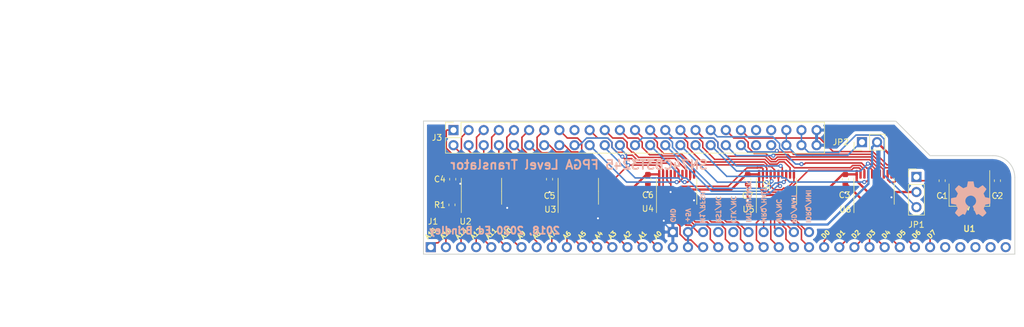
<source format=kicad_pcb>
(kicad_pcb (version 20171130) (host pcbnew 5.1.7)

  (general
    (thickness 1.6)
    (drawings 47)
    (tracks 887)
    (zones 0)
    (modules 20)
    (nets 84)
  )

  (page A4)
  (title_block
    (title "RC2014 FPGA Interface")
    (date 2020-09-27)
    (rev 1)
  )

  (layers
    (0 F.Cu signal)
    (31 B.Cu signal)
    (34 B.Paste user)
    (35 F.Paste user)
    (36 B.SilkS user)
    (37 F.SilkS user)
    (38 B.Mask user)
    (39 F.Mask user)
    (40 Dwgs.User user)
    (41 Cmts.User user)
    (42 Eco1.User user)
    (43 Eco2.User user)
    (44 Edge.Cuts user)
    (45 Margin user)
    (46 B.CrtYd user)
    (47 F.CrtYd user)
  )

  (setup
    (last_trace_width 0.254)
    (user_trace_width 0.254)
    (user_trace_width 0.381)
    (user_trace_width 0.635)
    (trace_clearance 0.1524)
    (zone_clearance 0.508)
    (zone_45_only no)
    (trace_min 0.1524)
    (via_size 0.6858)
    (via_drill 0.3302)
    (via_min_size 0.6858)
    (via_min_drill 0.3302)
    (uvia_size 0.762)
    (uvia_drill 0.508)
    (uvias_allowed no)
    (uvia_min_size 0)
    (uvia_min_drill 0)
    (edge_width 0.15)
    (segment_width 0.2)
    (pcb_text_width 0.3)
    (pcb_text_size 1.2 1.2)
    (mod_edge_width 0.15)
    (mod_text_size 1 1)
    (mod_text_width 0.15)
    (pad_size 1.7 1.7)
    (pad_drill 1)
    (pad_to_mask_clearance 0.2)
    (aux_axis_origin 0 0)
    (visible_elements FFFFFF7F)
    (pcbplotparams
      (layerselection 0x010fc_ffffffff)
      (usegerberextensions true)
      (usegerberattributes false)
      (usegerberadvancedattributes false)
      (creategerberjobfile false)
      (excludeedgelayer true)
      (linewidth 0.100000)
      (plotframeref false)
      (viasonmask false)
      (mode 1)
      (useauxorigin false)
      (hpglpennumber 1)
      (hpglpenspeed 20)
      (hpglpendiameter 15.000000)
      (psnegative false)
      (psa4output false)
      (plotreference true)
      (plotvalue false)
      (plotinvisibletext false)
      (padsonsilk false)
      (subtractmaskfromsilk false)
      (outputformat 1)
      (mirror false)
      (drillshape 0)
      (scaleselection 1)
      (outputdirectory "gerbers/"))
  )

  (net 0 "")
  (net 1 GND)
  (net 2 /A15)
  (net 3 /A14)
  (net 4 /A6)
  (net 5 /A7)
  (net 6 /A13)
  (net 7 /A12)
  (net 8 /A11)
  (net 9 /A10)
  (net 10 /A9)
  (net 11 /A8)
  (net 12 +3V3)
  (net 13 +5V)
  (net 14 "Net-(C2-Pad1)")
  (net 15 /A5)
  (net 16 /A4)
  (net 17 /A3)
  (net 18 /A2)
  (net 19 /A1)
  (net 20 /A0)
  (net 21 /M1)
  (net 22 //RESET)
  (net 23 /CLK)
  (net 24 /INT)
  (net 25 /MREQ)
  (net 26 //WR)
  (net 27 //RD)
  (net 28 //IORQ)
  (net 29 /D0)
  (net 30 /D1)
  (net 31 /D2)
  (net 32 /D3)
  (net 33 /D4)
  (net 34 /D5)
  (net 35 /D6)
  (net 36 /D7)
  (net 37 /P0)
  (net 38 /P1)
  (net 39 /P4)
  (net 40 /P5)
  (net 41 /P8)
  (net 42 /P9)
  (net 43 /P12)
  (net 44 /P13)
  (net 45 /P17)
  (net 46 /P20)
  (net 47 /P21)
  (net 48 /P24)
  (net 49 /P25)
  (net 50 /P28)
  (net 51 /P29)
  (net 52 /P2)
  (net 53 /P3)
  (net 54 /P6)
  (net 55 /P7)
  (net 56 /P10)
  (net 57 /P11)
  (net 58 /P14)
  (net 59 /P15)
  (net 60 /P18)
  (net 61 /P19)
  (net 62 /P22)
  (net 63 /P23)
  (net 64 /P26)
  (net 65 /P27)
  (net 66 /P30)
  (net 67 /P31)
  (net 68 /P48)
  (net 69 /P49)
  (net 70 /P50)
  (net 71 /P51)
  (net 72 /P52)
  (net 73 /P53)
  (net 74 /P54)
  (net 75 /P55)
  (net 76 /~RFSH)
  (net 77 /BUSACK)
  (net 78 /~HALT)
  (net 79 /~WAIT)
  (net 80 /~NMI)
  (net 81 "Net-(J3-Pad45)")
  (net 82 /FPGA_VCC)
  (net 83 /~BUSREQ)

  (net_class Default "This is the default net class."
    (clearance 0.1524)
    (trace_width 0.254)
    (via_dia 0.6858)
    (via_drill 0.3302)
    (uvia_dia 0.762)
    (uvia_drill 0.508)
    (add_net //IORQ)
    (add_net //RD)
    (add_net //RESET)
    (add_net //WR)
    (add_net /A0)
    (add_net /A1)
    (add_net /A10)
    (add_net /A11)
    (add_net /A12)
    (add_net /A13)
    (add_net /A14)
    (add_net /A15)
    (add_net /A2)
    (add_net /A3)
    (add_net /A4)
    (add_net /A5)
    (add_net /A6)
    (add_net /A7)
    (add_net /A8)
    (add_net /A9)
    (add_net /BUSACK)
    (add_net /CLK)
    (add_net /D0)
    (add_net /D1)
    (add_net /D2)
    (add_net /D3)
    (add_net /D4)
    (add_net /D5)
    (add_net /D6)
    (add_net /D7)
    (add_net /FPGA_VCC)
    (add_net /INT)
    (add_net /M1)
    (add_net /MREQ)
    (add_net /P0)
    (add_net /P1)
    (add_net /P10)
    (add_net /P11)
    (add_net /P12)
    (add_net /P13)
    (add_net /P14)
    (add_net /P15)
    (add_net /P17)
    (add_net /P18)
    (add_net /P19)
    (add_net /P2)
    (add_net /P20)
    (add_net /P21)
    (add_net /P22)
    (add_net /P23)
    (add_net /P24)
    (add_net /P25)
    (add_net /P26)
    (add_net /P27)
    (add_net /P28)
    (add_net /P29)
    (add_net /P3)
    (add_net /P30)
    (add_net /P31)
    (add_net /P4)
    (add_net /P48)
    (add_net /P49)
    (add_net /P5)
    (add_net /P50)
    (add_net /P51)
    (add_net /P52)
    (add_net /P53)
    (add_net /P54)
    (add_net /P55)
    (add_net /P6)
    (add_net /P7)
    (add_net /P8)
    (add_net /P9)
    (add_net /~BUSREQ)
    (add_net /~HALT)
    (add_net /~NMI)
    (add_net /~RFSH)
    (add_net /~WAIT)
    (add_net "Net-(C2-Pad1)")
    (add_net "Net-(J3-Pad45)")
  )

  (net_class IO ""
    (clearance 0.2)
    (trace_width 0.254)
    (via_dia 0.6858)
    (via_drill 0.3302)
    (uvia_dia 0.762)
    (uvia_drill 0.508)
  )

  (net_class Power ""
    (clearance 0.1524)
    (trace_width 0.381)
    (via_dia 0.6858)
    (via_drill 0.3302)
    (uvia_dia 0.762)
    (uvia_drill 0.508)
    (add_net +3V3)
    (add_net +5V)
    (add_net GND)
  )

  (module Symbol:OSHW-Symbol_6.7x6mm_SilkScreen locked (layer B.Cu) (tedit 0) (tstamp 5F90E8D7)
    (at 152.3746 155.2448 180)
    (descr "Open Source Hardware Symbol")
    (tags "Logo Symbol OSHW")
    (attr virtual)
    (fp_text reference REF** (at 0 0) (layer B.SilkS) hide
      (effects (font (size 1 1) (thickness 0.15)) (justify mirror))
    )
    (fp_text value OSHW-Symbol_6.7x6mm_SilkScreen (at 0.75 0) (layer B.Fab) hide
      (effects (font (size 1 1) (thickness 0.15)) (justify mirror))
    )
    (fp_poly (pts (xy 0.555814 2.531069) (xy 0.639635 2.086445) (xy 0.94892 1.958947) (xy 1.258206 1.831449)
      (xy 1.629246 2.083754) (xy 1.733157 2.154004) (xy 1.827087 2.216728) (xy 1.906652 2.269062)
      (xy 1.96747 2.308143) (xy 2.005157 2.331107) (xy 2.015421 2.336058) (xy 2.03391 2.323324)
      (xy 2.07342 2.288118) (xy 2.129522 2.234938) (xy 2.197787 2.168282) (xy 2.273786 2.092646)
      (xy 2.353092 2.012528) (xy 2.431275 1.932426) (xy 2.503907 1.856836) (xy 2.566559 1.790255)
      (xy 2.614803 1.737182) (xy 2.64421 1.702113) (xy 2.651241 1.690377) (xy 2.641123 1.66874)
      (xy 2.612759 1.621338) (xy 2.569129 1.552807) (xy 2.513218 1.467785) (xy 2.448006 1.370907)
      (xy 2.410219 1.31565) (xy 2.341343 1.214752) (xy 2.28014 1.123701) (xy 2.229578 1.04703)
      (xy 2.192628 0.989272) (xy 2.172258 0.954957) (xy 2.169197 0.947746) (xy 2.176136 0.927252)
      (xy 2.195051 0.879487) (xy 2.223087 0.811168) (xy 2.257391 0.729011) (xy 2.295109 0.63973)
      (xy 2.333387 0.550042) (xy 2.36937 0.466662) (xy 2.400206 0.396306) (xy 2.423039 0.34569)
      (xy 2.435017 0.321529) (xy 2.435724 0.320578) (xy 2.454531 0.315964) (xy 2.504618 0.305672)
      (xy 2.580793 0.290713) (xy 2.677865 0.272099) (xy 2.790643 0.250841) (xy 2.856442 0.238582)
      (xy 2.97695 0.215638) (xy 3.085797 0.193805) (xy 3.177476 0.174278) (xy 3.246481 0.158252)
      (xy 3.287304 0.146921) (xy 3.295511 0.143326) (xy 3.303548 0.118994) (xy 3.310033 0.064041)
      (xy 3.31497 -0.015108) (xy 3.318364 -0.112026) (xy 3.320218 -0.220287) (xy 3.320538 -0.333465)
      (xy 3.319327 -0.445135) (xy 3.31659 -0.548868) (xy 3.312331 -0.638241) (xy 3.306555 -0.706826)
      (xy 3.299267 -0.748197) (xy 3.294895 -0.75681) (xy 3.268764 -0.767133) (xy 3.213393 -0.781892)
      (xy 3.136107 -0.799352) (xy 3.04423 -0.81778) (xy 3.012158 -0.823741) (xy 2.857524 -0.852066)
      (xy 2.735375 -0.874876) (xy 2.641673 -0.89308) (xy 2.572384 -0.907583) (xy 2.523471 -0.919292)
      (xy 2.490897 -0.929115) (xy 2.470628 -0.937956) (xy 2.458626 -0.946724) (xy 2.456947 -0.948457)
      (xy 2.440184 -0.976371) (xy 2.414614 -1.030695) (xy 2.382788 -1.104777) (xy 2.34726 -1.191965)
      (xy 2.310583 -1.285608) (xy 2.275311 -1.379052) (xy 2.243996 -1.465647) (xy 2.219193 -1.53874)
      (xy 2.203454 -1.591678) (xy 2.199332 -1.617811) (xy 2.199676 -1.618726) (xy 2.213641 -1.640086)
      (xy 2.245322 -1.687084) (xy 2.291391 -1.754827) (xy 2.348518 -1.838423) (xy 2.413373 -1.932982)
      (xy 2.431843 -1.959854) (xy 2.497699 -2.057275) (xy 2.55565 -2.146163) (xy 2.602538 -2.221412)
      (xy 2.635207 -2.27792) (xy 2.6505 -2.310581) (xy 2.651241 -2.314593) (xy 2.638392 -2.335684)
      (xy 2.602888 -2.377464) (xy 2.549293 -2.435445) (xy 2.482171 -2.505135) (xy 2.406087 -2.582045)
      (xy 2.325604 -2.661683) (xy 2.245287 -2.739561) (xy 2.169699 -2.811186) (xy 2.103405 -2.87207)
      (xy 2.050969 -2.917721) (xy 2.016955 -2.94365) (xy 2.007545 -2.947883) (xy 1.985643 -2.937912)
      (xy 1.9408 -2.91102) (xy 1.880321 -2.871736) (xy 1.833789 -2.840117) (xy 1.749475 -2.782098)
      (xy 1.649626 -2.713784) (xy 1.549473 -2.645579) (xy 1.495627 -2.609075) (xy 1.313371 -2.4858)
      (xy 1.160381 -2.56852) (xy 1.090682 -2.604759) (xy 1.031414 -2.632926) (xy 0.991311 -2.648991)
      (xy 0.981103 -2.651226) (xy 0.968829 -2.634722) (xy 0.944613 -2.588082) (xy 0.910263 -2.515609)
      (xy 0.867588 -2.421606) (xy 0.818394 -2.310374) (xy 0.76449 -2.186215) (xy 0.707684 -2.053432)
      (xy 0.649782 -1.916327) (xy 0.592593 -1.779202) (xy 0.537924 -1.646358) (xy 0.487584 -1.522098)
      (xy 0.44338 -1.410725) (xy 0.407119 -1.316539) (xy 0.380609 -1.243844) (xy 0.365658 -1.196941)
      (xy 0.363254 -1.180833) (xy 0.382311 -1.160286) (xy 0.424036 -1.126933) (xy 0.479706 -1.087702)
      (xy 0.484378 -1.084599) (xy 0.628264 -0.969423) (xy 0.744283 -0.835053) (xy 0.83143 -0.685784)
      (xy 0.888699 -0.525913) (xy 0.915086 -0.359737) (xy 0.909585 -0.191552) (xy 0.87119 -0.025655)
      (xy 0.798895 0.133658) (xy 0.777626 0.168513) (xy 0.666996 0.309263) (xy 0.536302 0.422286)
      (xy 0.390064 0.506997) (xy 0.232808 0.562806) (xy 0.069057 0.589126) (xy -0.096667 0.58537)
      (xy -0.259838 0.55095) (xy -0.415935 0.485277) (xy -0.560433 0.387765) (xy -0.605131 0.348187)
      (xy -0.718888 0.224297) (xy -0.801782 0.093876) (xy -0.858644 -0.052315) (xy -0.890313 -0.197088)
      (xy -0.898131 -0.35986) (xy -0.872062 -0.52344) (xy -0.814755 -0.682298) (xy -0.728856 -0.830906)
      (xy -0.617014 -0.963735) (xy -0.481877 -1.075256) (xy -0.464117 -1.087011) (xy -0.40785 -1.125508)
      (xy -0.365077 -1.158863) (xy -0.344628 -1.18016) (xy -0.344331 -1.180833) (xy -0.348721 -1.203871)
      (xy -0.366124 -1.256157) (xy -0.394732 -1.33339) (xy -0.432735 -1.431268) (xy -0.478326 -1.545491)
      (xy -0.529697 -1.671758) (xy -0.585038 -1.805767) (xy -0.642542 -1.943218) (xy -0.700399 -2.079808)
      (xy -0.756802 -2.211237) (xy -0.809942 -2.333205) (xy -0.85801 -2.441409) (xy -0.899199 -2.531549)
      (xy -0.931699 -2.599323) (xy -0.953703 -2.64043) (xy -0.962564 -2.651226) (xy -0.98964 -2.642819)
      (xy -1.040303 -2.620272) (xy -1.105817 -2.587613) (xy -1.141841 -2.56852) (xy -1.294832 -2.4858)
      (xy -1.477088 -2.609075) (xy -1.570125 -2.672228) (xy -1.671985 -2.741727) (xy -1.767438 -2.807165)
      (xy -1.81525 -2.840117) (xy -1.882495 -2.885273) (xy -1.939436 -2.921057) (xy -1.978646 -2.942938)
      (xy -1.991381 -2.947563) (xy -2.009917 -2.935085) (xy -2.050941 -2.900252) (xy -2.110475 -2.846678)
      (xy -2.184542 -2.777983) (xy -2.269165 -2.697781) (xy -2.322685 -2.646286) (xy -2.416319 -2.554286)
      (xy -2.497241 -2.471999) (xy -2.562177 -2.402945) (xy -2.607858 -2.350644) (xy -2.631011 -2.318616)
      (xy -2.633232 -2.312116) (xy -2.622924 -2.287394) (xy -2.594439 -2.237405) (xy -2.550937 -2.167212)
      (xy -2.495577 -2.081875) (xy -2.43152 -1.986456) (xy -2.413303 -1.959854) (xy -2.346927 -1.863167)
      (xy -2.287378 -1.776117) (xy -2.237984 -1.703595) (xy -2.202075 -1.650493) (xy -2.182981 -1.621703)
      (xy -2.181136 -1.618726) (xy -2.183895 -1.595782) (xy -2.198538 -1.545336) (xy -2.222513 -1.474041)
      (xy -2.253266 -1.388547) (xy -2.288244 -1.295507) (xy -2.324893 -1.201574) (xy -2.360661 -1.113399)
      (xy -2.392994 -1.037634) (xy -2.419338 -0.980931) (xy -2.437142 -0.949943) (xy -2.438407 -0.948457)
      (xy -2.449294 -0.939601) (xy -2.467682 -0.930843) (xy -2.497606 -0.921277) (xy -2.543103 -0.909996)
      (xy -2.608209 -0.896093) (xy -2.696961 -0.878663) (xy -2.813393 -0.856798) (xy -2.961542 -0.829591)
      (xy -2.993618 -0.823741) (xy -3.088686 -0.805374) (xy -3.171565 -0.787405) (xy -3.23493 -0.771569)
      (xy -3.271458 -0.7596) (xy -3.276356 -0.75681) (xy -3.284427 -0.732072) (xy -3.290987 -0.67679)
      (xy -3.296033 -0.597389) (xy -3.299559 -0.500296) (xy -3.301561 -0.391938) (xy -3.302036 -0.27874)
      (xy -3.300977 -0.167128) (xy -3.298382 -0.063529) (xy -3.294246 0.025632) (xy -3.288563 0.093928)
      (xy -3.281331 0.134934) (xy -3.276971 0.143326) (xy -3.252698 0.151792) (xy -3.197426 0.165565)
      (xy -3.116662 0.18345) (xy -3.015912 0.204252) (xy -2.900683 0.226777) (xy -2.837902 0.238582)
      (xy -2.718787 0.260849) (xy -2.612565 0.281021) (xy -2.524427 0.298085) (xy -2.459566 0.311031)
      (xy -2.423174 0.318845) (xy -2.417184 0.320578) (xy -2.407061 0.34011) (xy -2.385662 0.387157)
      (xy -2.355839 0.454997) (xy -2.320445 0.536909) (xy -2.282332 0.626172) (xy -2.244353 0.716065)
      (xy -2.20936 0.799865) (xy -2.180206 0.870853) (xy -2.159743 0.922306) (xy -2.150823 0.947503)
      (xy -2.150657 0.948604) (xy -2.160769 0.968481) (xy -2.189117 1.014223) (xy -2.232723 1.081283)
      (xy -2.288606 1.165116) (xy -2.353787 1.261174) (xy -2.391679 1.31635) (xy -2.460725 1.417519)
      (xy -2.52205 1.50937) (xy -2.572663 1.587256) (xy -2.609571 1.646531) (xy -2.629782 1.682549)
      (xy -2.632701 1.690623) (xy -2.620153 1.709416) (xy -2.585463 1.749543) (xy -2.533063 1.806507)
      (xy -2.467384 1.875815) (xy -2.392856 1.952969) (xy -2.313913 2.033475) (xy -2.234983 2.112837)
      (xy -2.1605 2.18656) (xy -2.094894 2.250148) (xy -2.042596 2.299106) (xy -2.008039 2.328939)
      (xy -1.996478 2.336058) (xy -1.977654 2.326047) (xy -1.932631 2.297922) (xy -1.865787 2.254546)
      (xy -1.781499 2.198782) (xy -1.684144 2.133494) (xy -1.610707 2.083754) (xy -1.239667 1.831449)
      (xy -0.621095 2.086445) (xy -0.537275 2.531069) (xy -0.453454 2.975693) (xy 0.471994 2.975693)
      (xy 0.555814 2.531069)) (layer B.SilkS) (width 0.01))
  )

  (module Package_SO:TSSOP-20_4.4x6.5mm_P0.65mm (layer F.Cu) (tedit 5E476F32) (tstamp 5F8F4C31)
    (at 119.761 153.924 90)
    (descr "TSSOP, 20 Pin (JEDEC MO-153 Var AC https://www.jedec.org/document_search?search_api_views_fulltext=MO-153), generated with kicad-footprint-generator ipc_gullwing_generator.py")
    (tags "TSSOP SO")
    (path /5FB6E7AA)
    (attr smd)
    (fp_text reference U5 (at -3.048 -4.699 180) (layer F.SilkS)
      (effects (font (size 1 1) (thickness 0.15)))
    )
    (fp_text value SN74CB3T3245 (at 0 4.2 90) (layer F.Fab)
      (effects (font (size 1 1) (thickness 0.15)))
    )
    (fp_line (start 3.85 -3.5) (end -3.85 -3.5) (layer F.CrtYd) (width 0.05))
    (fp_line (start 3.85 3.5) (end 3.85 -3.5) (layer F.CrtYd) (width 0.05))
    (fp_line (start -3.85 3.5) (end 3.85 3.5) (layer F.CrtYd) (width 0.05))
    (fp_line (start -3.85 -3.5) (end -3.85 3.5) (layer F.CrtYd) (width 0.05))
    (fp_line (start -2.2 -2.25) (end -1.2 -3.25) (layer F.Fab) (width 0.1))
    (fp_line (start -2.2 3.25) (end -2.2 -2.25) (layer F.Fab) (width 0.1))
    (fp_line (start 2.2 3.25) (end -2.2 3.25) (layer F.Fab) (width 0.1))
    (fp_line (start 2.2 -3.25) (end 2.2 3.25) (layer F.Fab) (width 0.1))
    (fp_line (start -1.2 -3.25) (end 2.2 -3.25) (layer F.Fab) (width 0.1))
    (fp_line (start 0 -3.385) (end -3.6 -3.385) (layer F.SilkS) (width 0.12))
    (fp_line (start 0 -3.385) (end 2.2 -3.385) (layer F.SilkS) (width 0.12))
    (fp_line (start 0 3.385) (end -2.2 3.385) (layer F.SilkS) (width 0.12))
    (fp_line (start 0 3.385) (end 2.2 3.385) (layer F.SilkS) (width 0.12))
    (fp_text user %R (at 0 0 90) (layer F.Fab)
      (effects (font (size 1 1) (thickness 0.15)))
    )
    (pad 20 smd roundrect (at 2.8625 -2.925 90) (size 1.475 0.4) (layers F.Cu F.Paste F.Mask) (roundrect_rratio 0.25)
      (net 12 +3V3))
    (pad 19 smd roundrect (at 2.8625 -2.275 90) (size 1.475 0.4) (layers F.Cu F.Paste F.Mask) (roundrect_rratio 0.25)
      (net 63 /P23))
    (pad 18 smd roundrect (at 2.8625 -1.625 90) (size 1.475 0.4) (layers F.Cu F.Paste F.Mask) (roundrect_rratio 0.25)
      (net 48 /P24))
    (pad 17 smd roundrect (at 2.8625 -0.975 90) (size 1.475 0.4) (layers F.Cu F.Paste F.Mask) (roundrect_rratio 0.25)
      (net 49 /P25))
    (pad 16 smd roundrect (at 2.8625 -0.325 90) (size 1.475 0.4) (layers F.Cu F.Paste F.Mask) (roundrect_rratio 0.25)
      (net 64 /P26))
    (pad 15 smd roundrect (at 2.8625 0.325 90) (size 1.475 0.4) (layers F.Cu F.Paste F.Mask) (roundrect_rratio 0.25)
      (net 65 /P27))
    (pad 14 smd roundrect (at 2.8625 0.975 90) (size 1.475 0.4) (layers F.Cu F.Paste F.Mask) (roundrect_rratio 0.25)
      (net 50 /P28))
    (pad 13 smd roundrect (at 2.8625 1.625 90) (size 1.475 0.4) (layers F.Cu F.Paste F.Mask) (roundrect_rratio 0.25)
      (net 51 /P29))
    (pad 12 smd roundrect (at 2.8625 2.275 90) (size 1.475 0.4) (layers F.Cu F.Paste F.Mask) (roundrect_rratio 0.25)
      (net 66 /P30))
    (pad 11 smd roundrect (at 2.8625 2.925 90) (size 1.475 0.4) (layers F.Cu F.Paste F.Mask) (roundrect_rratio 0.25)
      (net 67 /P31))
    (pad 10 smd roundrect (at -2.8625 2.925 90) (size 1.475 0.4) (layers F.Cu F.Paste F.Mask) (roundrect_rratio 0.25)
      (net 1 GND))
    (pad 9 smd roundrect (at -2.8625 2.275 90) (size 1.475 0.4) (layers F.Cu F.Paste F.Mask) (roundrect_rratio 0.25)
      (net 80 /~NMI))
    (pad 8 smd roundrect (at -2.8625 1.625 90) (size 1.475 0.4) (layers F.Cu F.Paste F.Mask) (roundrect_rratio 0.25)
      (net 28 //IORQ))
    (pad 7 smd roundrect (at -2.8625 0.975 90) (size 1.475 0.4) (layers F.Cu F.Paste F.Mask) (roundrect_rratio 0.25)
      (net 79 /~WAIT))
    (pad 6 smd roundrect (at -2.8625 0.325 90) (size 1.475 0.4) (layers F.Cu F.Paste F.Mask) (roundrect_rratio 0.25)
      (net 27 //RD))
    (pad 5 smd roundrect (at -2.8625 -0.325 90) (size 1.475 0.4) (layers F.Cu F.Paste F.Mask) (roundrect_rratio 0.25)
      (net 83 /~BUSREQ))
    (pad 4 smd roundrect (at -2.8625 -0.975 90) (size 1.475 0.4) (layers F.Cu F.Paste F.Mask) (roundrect_rratio 0.25)
      (net 26 //WR))
    (pad 3 smd roundrect (at -2.8625 -1.625 90) (size 1.475 0.4) (layers F.Cu F.Paste F.Mask) (roundrect_rratio 0.25)
      (net 78 /~HALT))
    (pad 2 smd roundrect (at -2.8625 -2.275 90) (size 1.475 0.4) (layers F.Cu F.Paste F.Mask) (roundrect_rratio 0.25)
      (net 25 /MREQ))
    (pad 1 smd roundrect (at -2.8625 -2.925 90) (size 1.475 0.4) (layers F.Cu F.Paste F.Mask) (roundrect_rratio 0.25))
    (model ${KISYS3DMOD}/Package_SO.3dshapes/TSSOP-20_4.4x6.5mm_P0.65mm.wrl
      (at (xyz 0 0 0))
      (scale (xyz 1 1 1))
      (rotate (xyz 0 0 0))
    )
  )

  (module Package_SO:TSSOP-20_4.4x6.5mm_P0.65mm (layer F.Cu) (tedit 5E476F32) (tstamp 5F8F46AE)
    (at 102.997 153.924 90)
    (descr "TSSOP, 20 Pin (JEDEC MO-153 Var AC https://www.jedec.org/document_search?search_api_views_fulltext=MO-153), generated with kicad-footprint-generator ipc_gullwing_generator.py")
    (tags "TSSOP SO")
    (path /5F9B816C)
    (attr smd)
    (fp_text reference U4 (at -2.921 -4.826 180) (layer F.SilkS)
      (effects (font (size 1 1) (thickness 0.15)))
    )
    (fp_text value SN74CB3T3245 (at 0 4.2 90) (layer F.Fab)
      (effects (font (size 1 1) (thickness 0.15)))
    )
    (fp_line (start 0 3.385) (end 2.2 3.385) (layer F.SilkS) (width 0.12))
    (fp_line (start 0 3.385) (end -2.2 3.385) (layer F.SilkS) (width 0.12))
    (fp_line (start 0 -3.385) (end 2.2 -3.385) (layer F.SilkS) (width 0.12))
    (fp_line (start 0 -3.385) (end -3.6 -3.385) (layer F.SilkS) (width 0.12))
    (fp_line (start -1.2 -3.25) (end 2.2 -3.25) (layer F.Fab) (width 0.1))
    (fp_line (start 2.2 -3.25) (end 2.2 3.25) (layer F.Fab) (width 0.1))
    (fp_line (start 2.2 3.25) (end -2.2 3.25) (layer F.Fab) (width 0.1))
    (fp_line (start -2.2 3.25) (end -2.2 -2.25) (layer F.Fab) (width 0.1))
    (fp_line (start -2.2 -2.25) (end -1.2 -3.25) (layer F.Fab) (width 0.1))
    (fp_line (start -3.85 -3.5) (end -3.85 3.5) (layer F.CrtYd) (width 0.05))
    (fp_line (start -3.85 3.5) (end 3.85 3.5) (layer F.CrtYd) (width 0.05))
    (fp_line (start 3.85 3.5) (end 3.85 -3.5) (layer F.CrtYd) (width 0.05))
    (fp_line (start 3.85 -3.5) (end -3.85 -3.5) (layer F.CrtYd) (width 0.05))
    (fp_text user %R (at 0 0 90) (layer F.Fab)
      (effects (font (size 1 1) (thickness 0.15)))
    )
    (pad 1 smd roundrect (at -2.8625 -2.925 90) (size 1.475 0.4) (layers F.Cu F.Paste F.Mask) (roundrect_rratio 0.25))
    (pad 2 smd roundrect (at -2.8625 -2.275 90) (size 1.475 0.4) (layers F.Cu F.Paste F.Mask) (roundrect_rratio 0.25)
      (net 1 GND))
    (pad 3 smd roundrect (at -2.8625 -1.625 90) (size 1.475 0.4) (layers F.Cu F.Paste F.Mask) (roundrect_rratio 0.25)
      (net 1 GND))
    (pad 4 smd roundrect (at -2.8625 -0.975 90) (size 1.475 0.4) (layers F.Cu F.Paste F.Mask) (roundrect_rratio 0.25)
      (net 21 /M1))
    (pad 5 smd roundrect (at -2.8625 -0.325 90) (size 1.475 0.4) (layers F.Cu F.Paste F.Mask) (roundrect_rratio 0.25)
      (net 76 /~RFSH))
    (pad 6 smd roundrect (at -2.8625 0.325 90) (size 1.475 0.4) (layers F.Cu F.Paste F.Mask) (roundrect_rratio 0.25)
      (net 22 //RESET))
    (pad 7 smd roundrect (at -2.8625 0.975 90) (size 1.475 0.4) (layers F.Cu F.Paste F.Mask) (roundrect_rratio 0.25)
      (net 23 /CLK))
    (pad 8 smd roundrect (at -2.8625 1.625 90) (size 1.475 0.4) (layers F.Cu F.Paste F.Mask) (roundrect_rratio 0.25)
      (net 24 /INT))
    (pad 9 smd roundrect (at -2.8625 2.275 90) (size 1.475 0.4) (layers F.Cu F.Paste F.Mask) (roundrect_rratio 0.25)
      (net 77 /BUSACK))
    (pad 10 smd roundrect (at -2.8625 2.925 90) (size 1.475 0.4) (layers F.Cu F.Paste F.Mask) (roundrect_rratio 0.25)
      (net 1 GND))
    (pad 11 smd roundrect (at 2.8625 2.925 90) (size 1.475 0.4) (layers F.Cu F.Paste F.Mask) (roundrect_rratio 0.25)
      (net 62 /P22))
    (pad 12 smd roundrect (at 2.8625 2.275 90) (size 1.475 0.4) (layers F.Cu F.Paste F.Mask) (roundrect_rratio 0.25)
      (net 47 /P21))
    (pad 13 smd roundrect (at 2.8625 1.625 90) (size 1.475 0.4) (layers F.Cu F.Paste F.Mask) (roundrect_rratio 0.25)
      (net 46 /P20))
    (pad 14 smd roundrect (at 2.8625 0.975 90) (size 1.475 0.4) (layers F.Cu F.Paste F.Mask) (roundrect_rratio 0.25)
      (net 61 /P19))
    (pad 15 smd roundrect (at 2.8625 0.325 90) (size 1.475 0.4) (layers F.Cu F.Paste F.Mask) (roundrect_rratio 0.25)
      (net 60 /P18))
    (pad 16 smd roundrect (at 2.8625 -0.325 90) (size 1.475 0.4) (layers F.Cu F.Paste F.Mask) (roundrect_rratio 0.25)
      (net 45 /P17))
    (pad 17 smd roundrect (at 2.8625 -0.975 90) (size 1.475 0.4) (layers F.Cu F.Paste F.Mask) (roundrect_rratio 0.25)
      (net 1 GND))
    (pad 18 smd roundrect (at 2.8625 -1.625 90) (size 1.475 0.4) (layers F.Cu F.Paste F.Mask) (roundrect_rratio 0.25)
      (net 1 GND))
    (pad 19 smd roundrect (at 2.8625 -2.275 90) (size 1.475 0.4) (layers F.Cu F.Paste F.Mask) (roundrect_rratio 0.25)
      (net 63 /P23))
    (pad 20 smd roundrect (at 2.8625 -2.925 90) (size 1.475 0.4) (layers F.Cu F.Paste F.Mask) (roundrect_rratio 0.25)
      (net 12 +3V3))
    (model ${KISYS3DMOD}/Package_SO.3dshapes/TSSOP-20_4.4x6.5mm_P0.65mm.wrl
      (at (xyz 0 0 0))
      (scale (xyz 1 1 1))
      (rotate (xyz 0 0 0))
    )
  )

  (module Package_SO:TSSOP-20_4.4x6.5mm_P0.65mm (layer F.Cu) (tedit 5E476F32) (tstamp 5F694F66)
    (at 70.231 153.924 90)
    (descr "TSSOP, 20 Pin (JEDEC MO-153 Var AC https://www.jedec.org/document_search?search_api_views_fulltext=MO-153), generated with kicad-footprint-generator ipc_gullwing_generator.py")
    (tags "TSSOP SO")
    (path /5F7A08F6)
    (attr smd)
    (fp_text reference U2 (at -5.08 -2.667 180) (layer F.SilkS)
      (effects (font (size 1 1) (thickness 0.15)))
    )
    (fp_text value SN74CB3T3245 (at 0 4.2 90) (layer F.Fab)
      (effects (font (size 1 1) (thickness 0.15)))
    )
    (fp_line (start 0 3.385) (end 2.2 3.385) (layer F.SilkS) (width 0.12))
    (fp_line (start 0 3.385) (end -2.2 3.385) (layer F.SilkS) (width 0.12))
    (fp_line (start 0 -3.385) (end 2.2 -3.385) (layer F.SilkS) (width 0.12))
    (fp_line (start 0 -3.385) (end -3.6 -3.385) (layer F.SilkS) (width 0.12))
    (fp_line (start -1.2 -3.25) (end 2.2 -3.25) (layer F.Fab) (width 0.1))
    (fp_line (start 2.2 -3.25) (end 2.2 3.25) (layer F.Fab) (width 0.1))
    (fp_line (start 2.2 3.25) (end -2.2 3.25) (layer F.Fab) (width 0.1))
    (fp_line (start -2.2 3.25) (end -2.2 -2.25) (layer F.Fab) (width 0.1))
    (fp_line (start -2.2 -2.25) (end -1.2 -3.25) (layer F.Fab) (width 0.1))
    (fp_line (start -3.85 -3.5) (end -3.85 3.5) (layer F.CrtYd) (width 0.05))
    (fp_line (start -3.85 3.5) (end 3.85 3.5) (layer F.CrtYd) (width 0.05))
    (fp_line (start 3.85 3.5) (end 3.85 -3.5) (layer F.CrtYd) (width 0.05))
    (fp_line (start 3.85 -3.5) (end -3.85 -3.5) (layer F.CrtYd) (width 0.05))
    (fp_text user %R (at 0 0 90) (layer F.Fab)
      (effects (font (size 1 1) (thickness 0.15)))
    )
    (pad 1 smd roundrect (at -2.8625 -2.925 90) (size 1.475 0.4) (layers F.Cu F.Paste F.Mask) (roundrect_rratio 0.25))
    (pad 2 smd roundrect (at -2.8625 -2.275 90) (size 1.475 0.4) (layers F.Cu F.Paste F.Mask) (roundrect_rratio 0.25)
      (net 2 /A15))
    (pad 3 smd roundrect (at -2.8625 -1.625 90) (size 1.475 0.4) (layers F.Cu F.Paste F.Mask) (roundrect_rratio 0.25)
      (net 3 /A14))
    (pad 4 smd roundrect (at -2.8625 -0.975 90) (size 1.475 0.4) (layers F.Cu F.Paste F.Mask) (roundrect_rratio 0.25)
      (net 6 /A13))
    (pad 5 smd roundrect (at -2.8625 -0.325 90) (size 1.475 0.4) (layers F.Cu F.Paste F.Mask) (roundrect_rratio 0.25)
      (net 7 /A12))
    (pad 6 smd roundrect (at -2.8625 0.325 90) (size 1.475 0.4) (layers F.Cu F.Paste F.Mask) (roundrect_rratio 0.25)
      (net 8 /A11))
    (pad 7 smd roundrect (at -2.8625 0.975 90) (size 1.475 0.4) (layers F.Cu F.Paste F.Mask) (roundrect_rratio 0.25)
      (net 9 /A10))
    (pad 8 smd roundrect (at -2.8625 1.625 90) (size 1.475 0.4) (layers F.Cu F.Paste F.Mask) (roundrect_rratio 0.25)
      (net 10 /A9))
    (pad 9 smd roundrect (at -2.8625 2.275 90) (size 1.475 0.4) (layers F.Cu F.Paste F.Mask) (roundrect_rratio 0.25)
      (net 11 /A8))
    (pad 10 smd roundrect (at -2.8625 2.925 90) (size 1.475 0.4) (layers F.Cu F.Paste F.Mask) (roundrect_rratio 0.25)
      (net 1 GND))
    (pad 11 smd roundrect (at 2.8625 2.925 90) (size 1.475 0.4) (layers F.Cu F.Paste F.Mask) (roundrect_rratio 0.25)
      (net 55 /P7))
    (pad 12 smd roundrect (at 2.8625 2.275 90) (size 1.475 0.4) (layers F.Cu F.Paste F.Mask) (roundrect_rratio 0.25)
      (net 54 /P6))
    (pad 13 smd roundrect (at 2.8625 1.625 90) (size 1.475 0.4) (layers F.Cu F.Paste F.Mask) (roundrect_rratio 0.25)
      (net 40 /P5))
    (pad 14 smd roundrect (at 2.8625 0.975 90) (size 1.475 0.4) (layers F.Cu F.Paste F.Mask) (roundrect_rratio 0.25)
      (net 39 /P4))
    (pad 15 smd roundrect (at 2.8625 0.325 90) (size 1.475 0.4) (layers F.Cu F.Paste F.Mask) (roundrect_rratio 0.25)
      (net 53 /P3))
    (pad 16 smd roundrect (at 2.8625 -0.325 90) (size 1.475 0.4) (layers F.Cu F.Paste F.Mask) (roundrect_rratio 0.25)
      (net 52 /P2))
    (pad 17 smd roundrect (at 2.8625 -0.975 90) (size 1.475 0.4) (layers F.Cu F.Paste F.Mask) (roundrect_rratio 0.25)
      (net 38 /P1))
    (pad 18 smd roundrect (at 2.8625 -1.625 90) (size 1.475 0.4) (layers F.Cu F.Paste F.Mask) (roundrect_rratio 0.25)
      (net 37 /P0))
    (pad 19 smd roundrect (at 2.8625 -2.275 90) (size 1.475 0.4) (layers F.Cu F.Paste F.Mask) (roundrect_rratio 0.25)
      (net 63 /P23))
    (pad 20 smd roundrect (at 2.8625 -2.925 90) (size 1.475 0.4) (layers F.Cu F.Paste F.Mask) (roundrect_rratio 0.25)
      (net 12 +3V3))
    (model ${KISYS3DMOD}/Package_SO.3dshapes/TSSOP-20_4.4x6.5mm_P0.65mm.wrl
      (at (xyz 0 0 0))
      (scale (xyz 1 1 1))
      (rotate (xyz 0 0 0))
    )
  )

  (module Package_SO:TSSOP-20_4.4x6.5mm_P0.65mm (layer F.Cu) (tedit 5E476F32) (tstamp 5F8F3E9A)
    (at 86.487 153.924 90)
    (descr "TSSOP, 20 Pin (JEDEC MO-153 Var AC https://www.jedec.org/document_search?search_api_views_fulltext=MO-153), generated with kicad-footprint-generator ipc_gullwing_generator.py")
    (tags "TSSOP SO")
    (path /5F955E12)
    (attr smd)
    (fp_text reference U3 (at -3.048 -4.699 180) (layer F.SilkS)
      (effects (font (size 1 1) (thickness 0.15)))
    )
    (fp_text value SN74CB3T3245 (at 0 4.2 90) (layer F.Fab)
      (effects (font (size 1 1) (thickness 0.15)))
    )
    (fp_line (start 3.85 -3.5) (end -3.85 -3.5) (layer F.CrtYd) (width 0.05))
    (fp_line (start 3.85 3.5) (end 3.85 -3.5) (layer F.CrtYd) (width 0.05))
    (fp_line (start -3.85 3.5) (end 3.85 3.5) (layer F.CrtYd) (width 0.05))
    (fp_line (start -3.85 -3.5) (end -3.85 3.5) (layer F.CrtYd) (width 0.05))
    (fp_line (start -2.2 -2.25) (end -1.2 -3.25) (layer F.Fab) (width 0.1))
    (fp_line (start -2.2 3.25) (end -2.2 -2.25) (layer F.Fab) (width 0.1))
    (fp_line (start 2.2 3.25) (end -2.2 3.25) (layer F.Fab) (width 0.1))
    (fp_line (start 2.2 -3.25) (end 2.2 3.25) (layer F.Fab) (width 0.1))
    (fp_line (start -1.2 -3.25) (end 2.2 -3.25) (layer F.Fab) (width 0.1))
    (fp_line (start 0 -3.385) (end -3.6 -3.385) (layer F.SilkS) (width 0.12))
    (fp_line (start 0 -3.385) (end 2.2 -3.385) (layer F.SilkS) (width 0.12))
    (fp_line (start 0 3.385) (end -2.2 3.385) (layer F.SilkS) (width 0.12))
    (fp_line (start 0 3.385) (end 2.2 3.385) (layer F.SilkS) (width 0.12))
    (fp_text user %R (at 0 0 90) (layer F.Fab)
      (effects (font (size 1 1) (thickness 0.15)))
    )
    (pad 20 smd roundrect (at 2.8625 -2.925 90) (size 1.475 0.4) (layers F.Cu F.Paste F.Mask) (roundrect_rratio 0.25)
      (net 12 +3V3))
    (pad 19 smd roundrect (at 2.8625 -2.275 90) (size 1.475 0.4) (layers F.Cu F.Paste F.Mask) (roundrect_rratio 0.25)
      (net 63 /P23))
    (pad 18 smd roundrect (at 2.8625 -1.625 90) (size 1.475 0.4) (layers F.Cu F.Paste F.Mask) (roundrect_rratio 0.25)
      (net 41 /P8))
    (pad 17 smd roundrect (at 2.8625 -0.975 90) (size 1.475 0.4) (layers F.Cu F.Paste F.Mask) (roundrect_rratio 0.25)
      (net 42 /P9))
    (pad 16 smd roundrect (at 2.8625 -0.325 90) (size 1.475 0.4) (layers F.Cu F.Paste F.Mask) (roundrect_rratio 0.25)
      (net 56 /P10))
    (pad 15 smd roundrect (at 2.8625 0.325 90) (size 1.475 0.4) (layers F.Cu F.Paste F.Mask) (roundrect_rratio 0.25)
      (net 57 /P11))
    (pad 14 smd roundrect (at 2.8625 0.975 90) (size 1.475 0.4) (layers F.Cu F.Paste F.Mask) (roundrect_rratio 0.25)
      (net 43 /P12))
    (pad 13 smd roundrect (at 2.8625 1.625 90) (size 1.475 0.4) (layers F.Cu F.Paste F.Mask) (roundrect_rratio 0.25)
      (net 44 /P13))
    (pad 12 smd roundrect (at 2.8625 2.275 90) (size 1.475 0.4) (layers F.Cu F.Paste F.Mask) (roundrect_rratio 0.25)
      (net 58 /P14))
    (pad 11 smd roundrect (at 2.8625 2.925 90) (size 1.475 0.4) (layers F.Cu F.Paste F.Mask) (roundrect_rratio 0.25)
      (net 59 /P15))
    (pad 10 smd roundrect (at -2.8625 2.925 90) (size 1.475 0.4) (layers F.Cu F.Paste F.Mask) (roundrect_rratio 0.25)
      (net 1 GND))
    (pad 9 smd roundrect (at -2.8625 2.275 90) (size 1.475 0.4) (layers F.Cu F.Paste F.Mask) (roundrect_rratio 0.25)
      (net 20 /A0))
    (pad 8 smd roundrect (at -2.8625 1.625 90) (size 1.475 0.4) (layers F.Cu F.Paste F.Mask) (roundrect_rratio 0.25)
      (net 19 /A1))
    (pad 7 smd roundrect (at -2.8625 0.975 90) (size 1.475 0.4) (layers F.Cu F.Paste F.Mask) (roundrect_rratio 0.25)
      (net 18 /A2))
    (pad 6 smd roundrect (at -2.8625 0.325 90) (size 1.475 0.4) (layers F.Cu F.Paste F.Mask) (roundrect_rratio 0.25)
      (net 17 /A3))
    (pad 5 smd roundrect (at -2.8625 -0.325 90) (size 1.475 0.4) (layers F.Cu F.Paste F.Mask) (roundrect_rratio 0.25)
      (net 16 /A4))
    (pad 4 smd roundrect (at -2.8625 -0.975 90) (size 1.475 0.4) (layers F.Cu F.Paste F.Mask) (roundrect_rratio 0.25)
      (net 15 /A5))
    (pad 3 smd roundrect (at -2.8625 -1.625 90) (size 1.475 0.4) (layers F.Cu F.Paste F.Mask) (roundrect_rratio 0.25)
      (net 4 /A6))
    (pad 2 smd roundrect (at -2.8625 -2.275 90) (size 1.475 0.4) (layers F.Cu F.Paste F.Mask) (roundrect_rratio 0.25)
      (net 5 /A7))
    (pad 1 smd roundrect (at -2.8625 -2.925 90) (size 1.475 0.4) (layers F.Cu F.Paste F.Mask) (roundrect_rratio 0.25))
    (model ${KISYS3DMOD}/Package_SO.3dshapes/TSSOP-20_4.4x6.5mm_P0.65mm.wrl
      (at (xyz 0 0 0))
      (scale (xyz 1 1 1))
      (rotate (xyz 0 0 0))
    )
  )

  (module Package_SO:TSSOP-20_4.4x6.5mm_P0.65mm (layer F.Cu) (tedit 5E476F32) (tstamp 5F838C12)
    (at 136.144 153.924 90)
    (descr "TSSOP, 20 Pin (JEDEC MO-153 Var AC https://www.jedec.org/document_search?search_api_views_fulltext=MO-153), generated with kicad-footprint-generator ipc_gullwing_generator.py")
    (tags "TSSOP SO")
    (path /5FB70B5E)
    (attr smd)
    (fp_text reference U6 (at -3.048 -4.826 180) (layer F.SilkS)
      (effects (font (size 1 1) (thickness 0.15)))
    )
    (fp_text value SN74CB3T3245 (at 0 4.2 90) (layer F.Fab)
      (effects (font (size 1 1) (thickness 0.15)))
    )
    (fp_line (start 0 3.385) (end 2.2 3.385) (layer F.SilkS) (width 0.12))
    (fp_line (start 0 3.385) (end -2.2 3.385) (layer F.SilkS) (width 0.12))
    (fp_line (start 0 -3.385) (end 2.2 -3.385) (layer F.SilkS) (width 0.12))
    (fp_line (start 0 -3.385) (end -3.6 -3.385) (layer F.SilkS) (width 0.12))
    (fp_line (start -1.2 -3.25) (end 2.2 -3.25) (layer F.Fab) (width 0.1))
    (fp_line (start 2.2 -3.25) (end 2.2 3.25) (layer F.Fab) (width 0.1))
    (fp_line (start 2.2 3.25) (end -2.2 3.25) (layer F.Fab) (width 0.1))
    (fp_line (start -2.2 3.25) (end -2.2 -2.25) (layer F.Fab) (width 0.1))
    (fp_line (start -2.2 -2.25) (end -1.2 -3.25) (layer F.Fab) (width 0.1))
    (fp_line (start -3.85 -3.5) (end -3.85 3.5) (layer F.CrtYd) (width 0.05))
    (fp_line (start -3.85 3.5) (end 3.85 3.5) (layer F.CrtYd) (width 0.05))
    (fp_line (start 3.85 3.5) (end 3.85 -3.5) (layer F.CrtYd) (width 0.05))
    (fp_line (start 3.85 -3.5) (end -3.85 -3.5) (layer F.CrtYd) (width 0.05))
    (fp_text user %R (at 0 0 90) (layer F.Fab)
      (effects (font (size 1 1) (thickness 0.15)))
    )
    (pad 1 smd roundrect (at -2.8625 -2.925 90) (size 1.475 0.4) (layers F.Cu F.Paste F.Mask) (roundrect_rratio 0.25))
    (pad 2 smd roundrect (at -2.8625 -2.275 90) (size 1.475 0.4) (layers F.Cu F.Paste F.Mask) (roundrect_rratio 0.25)
      (net 29 /D0))
    (pad 3 smd roundrect (at -2.8625 -1.625 90) (size 1.475 0.4) (layers F.Cu F.Paste F.Mask) (roundrect_rratio 0.25)
      (net 30 /D1))
    (pad 4 smd roundrect (at -2.8625 -0.975 90) (size 1.475 0.4) (layers F.Cu F.Paste F.Mask) (roundrect_rratio 0.25)
      (net 31 /D2))
    (pad 5 smd roundrect (at -2.8625 -0.325 90) (size 1.475 0.4) (layers F.Cu F.Paste F.Mask) (roundrect_rratio 0.25)
      (net 32 /D3))
    (pad 6 smd roundrect (at -2.8625 0.325 90) (size 1.475 0.4) (layers F.Cu F.Paste F.Mask) (roundrect_rratio 0.25)
      (net 33 /D4))
    (pad 7 smd roundrect (at -2.8625 0.975 90) (size 1.475 0.4) (layers F.Cu F.Paste F.Mask) (roundrect_rratio 0.25)
      (net 34 /D5))
    (pad 8 smd roundrect (at -2.8625 1.625 90) (size 1.475 0.4) (layers F.Cu F.Paste F.Mask) (roundrect_rratio 0.25)
      (net 35 /D6))
    (pad 9 smd roundrect (at -2.8625 2.275 90) (size 1.475 0.4) (layers F.Cu F.Paste F.Mask) (roundrect_rratio 0.25)
      (net 36 /D7))
    (pad 10 smd roundrect (at -2.8625 2.925 90) (size 1.475 0.4) (layers F.Cu F.Paste F.Mask) (roundrect_rratio 0.25)
      (net 1 GND))
    (pad 11 smd roundrect (at 2.8625 2.925 90) (size 1.475 0.4) (layers F.Cu F.Paste F.Mask) (roundrect_rratio 0.25)
      (net 75 /P55))
    (pad 12 smd roundrect (at 2.8625 2.275 90) (size 1.475 0.4) (layers F.Cu F.Paste F.Mask) (roundrect_rratio 0.25)
      (net 74 /P54))
    (pad 13 smd roundrect (at 2.8625 1.625 90) (size 1.475 0.4) (layers F.Cu F.Paste F.Mask) (roundrect_rratio 0.25)
      (net 73 /P53))
    (pad 14 smd roundrect (at 2.8625 0.975 90) (size 1.475 0.4) (layers F.Cu F.Paste F.Mask) (roundrect_rratio 0.25)
      (net 72 /P52))
    (pad 15 smd roundrect (at 2.8625 0.325 90) (size 1.475 0.4) (layers F.Cu F.Paste F.Mask) (roundrect_rratio 0.25)
      (net 71 /P51))
    (pad 16 smd roundrect (at 2.8625 -0.325 90) (size 1.475 0.4) (layers F.Cu F.Paste F.Mask) (roundrect_rratio 0.25)
      (net 70 /P50))
    (pad 17 smd roundrect (at 2.8625 -0.975 90) (size 1.475 0.4) (layers F.Cu F.Paste F.Mask) (roundrect_rratio 0.25)
      (net 69 /P49))
    (pad 18 smd roundrect (at 2.8625 -1.625 90) (size 1.475 0.4) (layers F.Cu F.Paste F.Mask) (roundrect_rratio 0.25)
      (net 68 /P48))
    (pad 19 smd roundrect (at 2.8625 -2.275 90) (size 1.475 0.4) (layers F.Cu F.Paste F.Mask) (roundrect_rratio 0.25)
      (net 63 /P23))
    (pad 20 smd roundrect (at 2.8625 -2.925 90) (size 1.475 0.4) (layers F.Cu F.Paste F.Mask) (roundrect_rratio 0.25)
      (net 12 +3V3))
    (model ${KISYS3DMOD}/Package_SO.3dshapes/TSSOP-20_4.4x6.5mm_P0.65mm.wrl
      (at (xyz 0 0 0))
      (scale (xyz 1 1 1))
      (rotate (xyz 0 0 0))
    )
  )

  (module Capacitor_SMD:C_0603_1608Metric (layer F.Cu) (tedit 5B301BBE) (tstamp 5F834601)
    (at 147.574 152.146 270)
    (descr "Capacitor SMD 0603 (1608 Metric), square (rectangular) end terminal, IPC_7351 nominal, (Body size source: http://www.tortai-tech.com/upload/download/2011102023233369053.pdf), generated with kicad-footprint-generator")
    (tags capacitor)
    (path /5A5EB0AB)
    (attr smd)
    (fp_text reference C1 (at 2.54 0 180) (layer F.SilkS)
      (effects (font (size 1 1) (thickness 0.15)))
    )
    (fp_text value 100nF (at 0 1.43 90) (layer F.Fab)
      (effects (font (size 1 1) (thickness 0.15)))
    )
    (fp_line (start 1.48 0.73) (end -1.48 0.73) (layer F.CrtYd) (width 0.05))
    (fp_line (start 1.48 -0.73) (end 1.48 0.73) (layer F.CrtYd) (width 0.05))
    (fp_line (start -1.48 -0.73) (end 1.48 -0.73) (layer F.CrtYd) (width 0.05))
    (fp_line (start -1.48 0.73) (end -1.48 -0.73) (layer F.CrtYd) (width 0.05))
    (fp_line (start -0.162779 0.51) (end 0.162779 0.51) (layer F.SilkS) (width 0.12))
    (fp_line (start -0.162779 -0.51) (end 0.162779 -0.51) (layer F.SilkS) (width 0.12))
    (fp_line (start 0.8 0.4) (end -0.8 0.4) (layer F.Fab) (width 0.1))
    (fp_line (start 0.8 -0.4) (end 0.8 0.4) (layer F.Fab) (width 0.1))
    (fp_line (start -0.8 -0.4) (end 0.8 -0.4) (layer F.Fab) (width 0.1))
    (fp_line (start -0.8 0.4) (end -0.8 -0.4) (layer F.Fab) (width 0.1))
    (fp_text user %R (at 0 0 90) (layer F.Fab)
      (effects (font (size 0.4 0.4) (thickness 0.06)))
    )
    (pad 2 smd roundrect (at 0.7875 0 270) (size 0.875 0.95) (layers F.Cu F.Paste F.Mask) (roundrect_rratio 0.25)
      (net 1 GND))
    (pad 1 smd roundrect (at -0.7875 0 270) (size 0.875 0.95) (layers F.Cu F.Paste F.Mask) (roundrect_rratio 0.25)
      (net 13 +5V))
    (model ${KISYS3DMOD}/Capacitor_SMD.3dshapes/C_0603_1608Metric.wrl
      (at (xyz 0 0 0))
      (scale (xyz 1 1 1))
      (rotate (xyz 0 0 0))
    )
  )

  (module Capacitor_SMD:C_0603_1608Metric (layer F.Cu) (tedit 5B301BBE) (tstamp 5F6BC115)
    (at 156.845 152.146 270)
    (descr "Capacitor SMD 0603 (1608 Metric), square (rectangular) end terminal, IPC_7351 nominal, (Body size source: http://www.tortai-tech.com/upload/download/2011102023233369053.pdf), generated with kicad-footprint-generator")
    (tags capacitor)
    (path /5A5EB175)
    (attr smd)
    (fp_text reference C2 (at 2.54 0 180) (layer F.SilkS)
      (effects (font (size 1 1) (thickness 0.15)))
    )
    (fp_text value 10uF (at 0 1.43 90) (layer F.Fab)
      (effects (font (size 1 1) (thickness 0.15)))
    )
    (fp_line (start -0.8 0.4) (end -0.8 -0.4) (layer F.Fab) (width 0.1))
    (fp_line (start -0.8 -0.4) (end 0.8 -0.4) (layer F.Fab) (width 0.1))
    (fp_line (start 0.8 -0.4) (end 0.8 0.4) (layer F.Fab) (width 0.1))
    (fp_line (start 0.8 0.4) (end -0.8 0.4) (layer F.Fab) (width 0.1))
    (fp_line (start -0.162779 -0.51) (end 0.162779 -0.51) (layer F.SilkS) (width 0.12))
    (fp_line (start -0.162779 0.51) (end 0.162779 0.51) (layer F.SilkS) (width 0.12))
    (fp_line (start -1.48 0.73) (end -1.48 -0.73) (layer F.CrtYd) (width 0.05))
    (fp_line (start -1.48 -0.73) (end 1.48 -0.73) (layer F.CrtYd) (width 0.05))
    (fp_line (start 1.48 -0.73) (end 1.48 0.73) (layer F.CrtYd) (width 0.05))
    (fp_line (start 1.48 0.73) (end -1.48 0.73) (layer F.CrtYd) (width 0.05))
    (fp_text user %R (at 0 0 90) (layer F.Fab)
      (effects (font (size 0.4 0.4) (thickness 0.06)))
    )
    (pad 1 smd roundrect (at -0.7875 0 270) (size 0.875 0.95) (layers F.Cu F.Paste F.Mask) (roundrect_rratio 0.25)
      (net 14 "Net-(C2-Pad1)"))
    (pad 2 smd roundrect (at 0.7875 0 270) (size 0.875 0.95) (layers F.Cu F.Paste F.Mask) (roundrect_rratio 0.25)
      (net 1 GND))
    (model ${KISYS3DMOD}/Capacitor_SMD.3dshapes/C_0603_1608Metric.wrl
      (at (xyz 0 0 0))
      (scale (xyz 1 1 1))
      (rotate (xyz 0 0 0))
    )
  )

  (module Capacitor_SMD:C_0603_1608Metric (layer F.Cu) (tedit 5B301BBE) (tstamp 5F6BC125)
    (at 65.405 151.892 270)
    (descr "Capacitor SMD 0603 (1608 Metric), square (rectangular) end terminal, IPC_7351 nominal, (Body size source: http://www.tortai-tech.com/upload/download/2011102023233369053.pdf), generated with kicad-footprint-generator")
    (tags capacitor)
    (path /5A5CFE53)
    (attr smd)
    (fp_text reference C4 (at 0 2.159 180) (layer F.SilkS)
      (effects (font (size 1 1) (thickness 0.15)))
    )
    (fp_text value C (at 0 1.43 90) (layer F.Fab)
      (effects (font (size 1 1) (thickness 0.15)))
    )
    (fp_line (start 1.48 0.73) (end -1.48 0.73) (layer F.CrtYd) (width 0.05))
    (fp_line (start 1.48 -0.73) (end 1.48 0.73) (layer F.CrtYd) (width 0.05))
    (fp_line (start -1.48 -0.73) (end 1.48 -0.73) (layer F.CrtYd) (width 0.05))
    (fp_line (start -1.48 0.73) (end -1.48 -0.73) (layer F.CrtYd) (width 0.05))
    (fp_line (start -0.162779 0.51) (end 0.162779 0.51) (layer F.SilkS) (width 0.12))
    (fp_line (start -0.162779 -0.51) (end 0.162779 -0.51) (layer F.SilkS) (width 0.12))
    (fp_line (start 0.8 0.4) (end -0.8 0.4) (layer F.Fab) (width 0.1))
    (fp_line (start 0.8 -0.4) (end 0.8 0.4) (layer F.Fab) (width 0.1))
    (fp_line (start -0.8 -0.4) (end 0.8 -0.4) (layer F.Fab) (width 0.1))
    (fp_line (start -0.8 0.4) (end -0.8 -0.4) (layer F.Fab) (width 0.1))
    (fp_text user %R (at 0 0 90) (layer F.Fab)
      (effects (font (size 0.4 0.4) (thickness 0.06)))
    )
    (pad 2 smd roundrect (at 0.7875 0 270) (size 0.875 0.95) (layers F.Cu F.Paste F.Mask) (roundrect_rratio 0.25)
      (net 1 GND))
    (pad 1 smd roundrect (at -0.7875 0 270) (size 0.875 0.95) (layers F.Cu F.Paste F.Mask) (roundrect_rratio 0.25)
      (net 12 +3V3))
    (model ${KISYS3DMOD}/Capacitor_SMD.3dshapes/C_0603_1608Metric.wrl
      (at (xyz 0 0 0))
      (scale (xyz 1 1 1))
      (rotate (xyz 0 0 0))
    )
  )

  (module Capacitor_SMD:C_0603_1608Metric (layer F.Cu) (tedit 5B301BBE) (tstamp 5F6BC135)
    (at 81.661 151.892 270)
    (descr "Capacitor SMD 0603 (1608 Metric), square (rectangular) end terminal, IPC_7351 nominal, (Body size source: http://www.tortai-tech.com/upload/download/2011102023233369053.pdf), generated with kicad-footprint-generator")
    (tags capacitor)
    (path /5A5D045C)
    (attr smd)
    (fp_text reference C5 (at 2.794 0 180) (layer F.SilkS)
      (effects (font (size 1 1) (thickness 0.15)))
    )
    (fp_text value C (at 0 1.43 90) (layer F.Fab)
      (effects (font (size 1 1) (thickness 0.15)))
    )
    (fp_line (start -0.8 0.4) (end -0.8 -0.4) (layer F.Fab) (width 0.1))
    (fp_line (start -0.8 -0.4) (end 0.8 -0.4) (layer F.Fab) (width 0.1))
    (fp_line (start 0.8 -0.4) (end 0.8 0.4) (layer F.Fab) (width 0.1))
    (fp_line (start 0.8 0.4) (end -0.8 0.4) (layer F.Fab) (width 0.1))
    (fp_line (start -0.162779 -0.51) (end 0.162779 -0.51) (layer F.SilkS) (width 0.12))
    (fp_line (start -0.162779 0.51) (end 0.162779 0.51) (layer F.SilkS) (width 0.12))
    (fp_line (start -1.48 0.73) (end -1.48 -0.73) (layer F.CrtYd) (width 0.05))
    (fp_line (start -1.48 -0.73) (end 1.48 -0.73) (layer F.CrtYd) (width 0.05))
    (fp_line (start 1.48 -0.73) (end 1.48 0.73) (layer F.CrtYd) (width 0.05))
    (fp_line (start 1.48 0.73) (end -1.48 0.73) (layer F.CrtYd) (width 0.05))
    (fp_text user %R (at 0 0 90) (layer F.Fab)
      (effects (font (size 0.4 0.4) (thickness 0.06)))
    )
    (pad 1 smd roundrect (at -0.7875 0 270) (size 0.875 0.95) (layers F.Cu F.Paste F.Mask) (roundrect_rratio 0.25)
      (net 12 +3V3))
    (pad 2 smd roundrect (at 0.7875 0 270) (size 0.875 0.95) (layers F.Cu F.Paste F.Mask) (roundrect_rratio 0.25)
      (net 1 GND))
    (model ${KISYS3DMOD}/Capacitor_SMD.3dshapes/C_0603_1608Metric.wrl
      (at (xyz 0 0 0))
      (scale (xyz 1 1 1))
      (rotate (xyz 0 0 0))
    )
  )

  (module Capacitor_SMD:C_0603_1608Metric (layer F.Cu) (tedit 5B301BBE) (tstamp 5F8F461E)
    (at 98.171 151.892 270)
    (descr "Capacitor SMD 0603 (1608 Metric), square (rectangular) end terminal, IPC_7351 nominal, (Body size source: http://www.tortai-tech.com/upload/download/2011102023233369053.pdf), generated with kicad-footprint-generator")
    (tags capacitor)
    (path /5A5D0848)
    (attr smd)
    (fp_text reference C6 (at 2.667 0 180) (layer F.SilkS)
      (effects (font (size 1 1) (thickness 0.15)))
    )
    (fp_text value C (at 0 1.43 90) (layer F.Fab)
      (effects (font (size 1 1) (thickness 0.15)))
    )
    (fp_line (start 1.48 0.73) (end -1.48 0.73) (layer F.CrtYd) (width 0.05))
    (fp_line (start 1.48 -0.73) (end 1.48 0.73) (layer F.CrtYd) (width 0.05))
    (fp_line (start -1.48 -0.73) (end 1.48 -0.73) (layer F.CrtYd) (width 0.05))
    (fp_line (start -1.48 0.73) (end -1.48 -0.73) (layer F.CrtYd) (width 0.05))
    (fp_line (start -0.162779 0.51) (end 0.162779 0.51) (layer F.SilkS) (width 0.12))
    (fp_line (start -0.162779 -0.51) (end 0.162779 -0.51) (layer F.SilkS) (width 0.12))
    (fp_line (start 0.8 0.4) (end -0.8 0.4) (layer F.Fab) (width 0.1))
    (fp_line (start 0.8 -0.4) (end 0.8 0.4) (layer F.Fab) (width 0.1))
    (fp_line (start -0.8 -0.4) (end 0.8 -0.4) (layer F.Fab) (width 0.1))
    (fp_line (start -0.8 0.4) (end -0.8 -0.4) (layer F.Fab) (width 0.1))
    (fp_text user %R (at 0 0 90) (layer F.Fab)
      (effects (font (size 0.4 0.4) (thickness 0.06)))
    )
    (pad 2 smd roundrect (at 0.7875 0 270) (size 0.875 0.95) (layers F.Cu F.Paste F.Mask) (roundrect_rratio 0.25)
      (net 1 GND))
    (pad 1 smd roundrect (at -0.7875 0 270) (size 0.875 0.95) (layers F.Cu F.Paste F.Mask) (roundrect_rratio 0.25)
      (net 12 +3V3))
    (model ${KISYS3DMOD}/Capacitor_SMD.3dshapes/C_0603_1608Metric.wrl
      (at (xyz 0 0 0))
      (scale (xyz 1 1 1))
      (rotate (xyz 0 0 0))
    )
  )

  (module Capacitor_SMD:C_0603_1608Metric (layer F.Cu) (tedit 5B301BBE) (tstamp 5F8F4BEC)
    (at 114.935 151.892 270)
    (descr "Capacitor SMD 0603 (1608 Metric), square (rectangular) end terminal, IPC_7351 nominal, (Body size source: http://www.tortai-tech.com/upload/download/2011102023233369053.pdf), generated with kicad-footprint-generator")
    (tags capacitor)
    (path /5A5D0899)
    (attr smd)
    (fp_text reference C7 (at 2.7685 0 180) (layer F.SilkS)
      (effects (font (size 1 1) (thickness 0.15)))
    )
    (fp_text value C (at 0 1.43 90) (layer F.Fab)
      (effects (font (size 1 1) (thickness 0.15)))
    )
    (fp_line (start -0.8 0.4) (end -0.8 -0.4) (layer F.Fab) (width 0.1))
    (fp_line (start -0.8 -0.4) (end 0.8 -0.4) (layer F.Fab) (width 0.1))
    (fp_line (start 0.8 -0.4) (end 0.8 0.4) (layer F.Fab) (width 0.1))
    (fp_line (start 0.8 0.4) (end -0.8 0.4) (layer F.Fab) (width 0.1))
    (fp_line (start -0.162779 -0.51) (end 0.162779 -0.51) (layer F.SilkS) (width 0.12))
    (fp_line (start -0.162779 0.51) (end 0.162779 0.51) (layer F.SilkS) (width 0.12))
    (fp_line (start -1.48 0.73) (end -1.48 -0.73) (layer F.CrtYd) (width 0.05))
    (fp_line (start -1.48 -0.73) (end 1.48 -0.73) (layer F.CrtYd) (width 0.05))
    (fp_line (start 1.48 -0.73) (end 1.48 0.73) (layer F.CrtYd) (width 0.05))
    (fp_line (start 1.48 0.73) (end -1.48 0.73) (layer F.CrtYd) (width 0.05))
    (fp_text user %R (at 0 0 90) (layer F.Fab)
      (effects (font (size 0.4 0.4) (thickness 0.06)))
    )
    (pad 1 smd roundrect (at -0.7875 0 270) (size 0.875 0.95) (layers F.Cu F.Paste F.Mask) (roundrect_rratio 0.25)
      (net 12 +3V3))
    (pad 2 smd roundrect (at 0.7875 0 270) (size 0.875 0.95) (layers F.Cu F.Paste F.Mask) (roundrect_rratio 0.25)
      (net 1 GND))
    (model ${KISYS3DMOD}/Capacitor_SMD.3dshapes/C_0603_1608Metric.wrl
      (at (xyz 0 0 0))
      (scale (xyz 1 1 1))
      (rotate (xyz 0 0 0))
    )
  )

  (module Capacitor_SMD:C_0603_1608Metric (layer F.Cu) (tedit 5B301BBE) (tstamp 5F6BC165)
    (at 131.318 151.892 270)
    (descr "Capacitor SMD 0603 (1608 Metric), square (rectangular) end terminal, IPC_7351 nominal, (Body size source: http://www.tortai-tech.com/upload/download/2011102023233369053.pdf), generated with kicad-footprint-generator")
    (tags capacitor)
    (path /5A64A132)
    (attr smd)
    (fp_text reference C3 (at 2.667 0.127 180) (layer F.SilkS)
      (effects (font (size 1 1) (thickness 0.15)))
    )
    (fp_text value C (at 0 1.43 90) (layer F.Fab)
      (effects (font (size 1 1) (thickness 0.15)))
    )
    (fp_line (start 1.48 0.73) (end -1.48 0.73) (layer F.CrtYd) (width 0.05))
    (fp_line (start 1.48 -0.73) (end 1.48 0.73) (layer F.CrtYd) (width 0.05))
    (fp_line (start -1.48 -0.73) (end 1.48 -0.73) (layer F.CrtYd) (width 0.05))
    (fp_line (start -1.48 0.73) (end -1.48 -0.73) (layer F.CrtYd) (width 0.05))
    (fp_line (start -0.162779 0.51) (end 0.162779 0.51) (layer F.SilkS) (width 0.12))
    (fp_line (start -0.162779 -0.51) (end 0.162779 -0.51) (layer F.SilkS) (width 0.12))
    (fp_line (start 0.8 0.4) (end -0.8 0.4) (layer F.Fab) (width 0.1))
    (fp_line (start 0.8 -0.4) (end 0.8 0.4) (layer F.Fab) (width 0.1))
    (fp_line (start -0.8 -0.4) (end 0.8 -0.4) (layer F.Fab) (width 0.1))
    (fp_line (start -0.8 0.4) (end -0.8 -0.4) (layer F.Fab) (width 0.1))
    (fp_text user %R (at 0 0 90) (layer F.Fab)
      (effects (font (size 0.4 0.4) (thickness 0.06)))
    )
    (pad 2 smd roundrect (at 0.7875 0 270) (size 0.875 0.95) (layers F.Cu F.Paste F.Mask) (roundrect_rratio 0.25)
      (net 1 GND))
    (pad 1 smd roundrect (at -0.7875 0 270) (size 0.875 0.95) (layers F.Cu F.Paste F.Mask) (roundrect_rratio 0.25)
      (net 12 +3V3))
    (model ${KISYS3DMOD}/Capacitor_SMD.3dshapes/C_0603_1608Metric.wrl
      (at (xyz 0 0 0))
      (scale (xyz 1 1 1))
      (rotate (xyz 0 0 0))
    )
  )

  (module Connector_PinHeader_2.54mm:PinHeader_1x03_P2.54mm_Vertical (layer F.Cu) (tedit 59FED5CC) (tstamp 5F6BC1C5)
    (at 143.256 151.511)
    (descr "Through hole straight pin header, 1x03, 2.54mm pitch, single row")
    (tags "Through hole pin header THT 1x03 2.54mm single row")
    (path /5A5E936D)
    (fp_text reference JP1 (at 0 8.0264) (layer F.SilkS)
      (effects (font (size 1 1) (thickness 0.15)))
    )
    (fp_text value "Ext Power" (at 0 7.41) (layer F.Fab)
      (effects (font (size 1 1) (thickness 0.15)))
    )
    (fp_line (start -0.635 -1.27) (end 1.27 -1.27) (layer F.Fab) (width 0.1))
    (fp_line (start 1.27 -1.27) (end 1.27 6.35) (layer F.Fab) (width 0.1))
    (fp_line (start 1.27 6.35) (end -1.27 6.35) (layer F.Fab) (width 0.1))
    (fp_line (start -1.27 6.35) (end -1.27 -0.635) (layer F.Fab) (width 0.1))
    (fp_line (start -1.27 -0.635) (end -0.635 -1.27) (layer F.Fab) (width 0.1))
    (fp_line (start -1.33 6.41) (end 1.33 6.41) (layer F.SilkS) (width 0.12))
    (fp_line (start -1.33 1.27) (end -1.33 6.41) (layer F.SilkS) (width 0.12))
    (fp_line (start 1.33 1.27) (end 1.33 6.41) (layer F.SilkS) (width 0.12))
    (fp_line (start -1.33 1.27) (end 1.33 1.27) (layer F.SilkS) (width 0.12))
    (fp_line (start -1.33 0) (end -1.33 -1.33) (layer F.SilkS) (width 0.12))
    (fp_line (start -1.33 -1.33) (end 0 -1.33) (layer F.SilkS) (width 0.12))
    (fp_line (start -1.8 -1.8) (end -1.8 6.85) (layer F.CrtYd) (width 0.05))
    (fp_line (start -1.8 6.85) (end 1.8 6.85) (layer F.CrtYd) (width 0.05))
    (fp_line (start 1.8 6.85) (end 1.8 -1.8) (layer F.CrtYd) (width 0.05))
    (fp_line (start 1.8 -1.8) (end -1.8 -1.8) (layer F.CrtYd) (width 0.05))
    (fp_text user %R (at 0 2.54 90) (layer F.Fab)
      (effects (font (size 1 1) (thickness 0.15)))
    )
    (pad 1 thru_hole rect (at 0 0) (size 1.7 1.7) (drill 1) (layers *.Cu *.Mask)
      (net 14 "Net-(C2-Pad1)"))
    (pad 2 thru_hole oval (at 0 2.54) (size 1.7 1.7) (drill 1) (layers *.Cu *.Mask)
      (net 12 +3V3))
    (pad 3 thru_hole oval (at 0 5.08) (size 1.7 1.7) (drill 1) (layers *.Cu *.Mask)
      (net 82 /FPGA_VCC))
    (model ${KISYS3DMOD}/Connector_PinHeader_2.54mm.3dshapes/PinHeader_1x03_P2.54mm_Vertical.wrl
      (at (xyz 0 0 0))
      (scale (xyz 1 1 1))
      (rotate (xyz 0 0 0))
    )
  )

  (module Package_TO_SOT_SMD:SOT-223-3_TabPin2 (layer F.Cu) (tedit 5A02FF57) (tstamp 5F6BC1DB)
    (at 152.146 154.534 270)
    (descr "module CMS SOT223 4 pins")
    (tags "CMS SOT")
    (path /5A5E8D1D)
    (attr smd)
    (fp_text reference U1 (at 5.69 0 180) (layer F.SilkS)
      (effects (font (size 1 1) (thickness 0.2)))
    )
    (fp_text value LM1117-3.3 (at 0 4.5 270) (layer F.Fab)
      (effects (font (size 1 1) (thickness 0.15)))
    )
    (fp_line (start 1.91 3.41) (end 1.91 2.15) (layer F.SilkS) (width 0.12))
    (fp_line (start 1.91 -3.41) (end 1.91 -2.15) (layer F.SilkS) (width 0.12))
    (fp_line (start 4.4 -3.6) (end -4.4 -3.6) (layer F.CrtYd) (width 0.05))
    (fp_line (start 4.4 3.6) (end 4.4 -3.6) (layer F.CrtYd) (width 0.05))
    (fp_line (start -4.4 3.6) (end 4.4 3.6) (layer F.CrtYd) (width 0.05))
    (fp_line (start -4.4 -3.6) (end -4.4 3.6) (layer F.CrtYd) (width 0.05))
    (fp_line (start -1.85 -2.35) (end -0.85 -3.35) (layer F.Fab) (width 0.1))
    (fp_line (start -1.85 -2.35) (end -1.85 3.35) (layer F.Fab) (width 0.1))
    (fp_line (start -1.85 3.41) (end 1.91 3.41) (layer F.SilkS) (width 0.12))
    (fp_line (start -0.85 -3.35) (end 1.85 -3.35) (layer F.Fab) (width 0.1))
    (fp_line (start -4.1 -3.41) (end 1.91 -3.41) (layer F.SilkS) (width 0.12))
    (fp_line (start -1.85 3.35) (end 1.85 3.35) (layer F.Fab) (width 0.1))
    (fp_line (start 1.85 -3.35) (end 1.85 3.35) (layer F.Fab) (width 0.1))
    (fp_text user %R (at 0 0) (layer F.Fab)
      (effects (font (size 0.8 0.8) (thickness 0.12)))
    )
    (pad 2 smd rect (at 3.15 0 270) (size 2 3.8) (layers F.Cu F.Paste F.Mask)
      (net 14 "Net-(C2-Pad1)"))
    (pad 2 smd rect (at -3.15 0 270) (size 2 1.5) (layers F.Cu F.Paste F.Mask)
      (net 14 "Net-(C2-Pad1)"))
    (pad 3 smd rect (at -3.15 2.3 270) (size 2 1.5) (layers F.Cu F.Paste F.Mask)
      (net 13 +5V))
    (pad 1 smd rect (at -3.15 -2.3 270) (size 2 1.5) (layers F.Cu F.Paste F.Mask)
      (net 1 GND))
    (model ${KISYS3DMOD}/Package_TO_SOT_SMD.3dshapes/SOT-223.wrl
      (at (xyz 0 0 0))
      (scale (xyz 1 1 1))
      (rotate (xyz 0 0 0))
    )
  )

  (module rc2014:PinHeader_1x10_P2.54mm_Vertical_NoSilk (layer F.Cu) (tedit 5F833C48) (tstamp 5F844FB6)
    (at 102.362 160.782 90)
    (descr "Through hole straight pin header, 1x10, 2.54mm pitch, single row")
    (tags "Through hole pin header THT 1x10 2.54mm single row")
    (path /66593943)
    (fp_text reference J2 (at 7.874 15.748 90) (layer F.SilkS)
      (effects (font (size 1 1) (thickness 0.15)))
    )
    (fp_text value Conn_01x10 (at 0 25.19 90) (layer F.Fab)
      (effects (font (size 1 1) (thickness 0.15)))
    )
    (fp_line (start 1.8 -1.8) (end -1.8 -1.8) (layer F.CrtYd) (width 0.05))
    (fp_line (start 1.8 24.65) (end 1.8 -1.8) (layer F.CrtYd) (width 0.05))
    (fp_line (start -1.8 24.65) (end 1.8 24.65) (layer F.CrtYd) (width 0.05))
    (fp_line (start -1.8 -1.8) (end -1.8 24.65) (layer F.CrtYd) (width 0.05))
    (fp_line (start -1.27 -0.635) (end -0.635 -1.27) (layer F.Fab) (width 0.1))
    (fp_line (start -1.27 24.13) (end -1.27 -0.635) (layer F.Fab) (width 0.1))
    (fp_line (start 1.27 24.13) (end -1.27 24.13) (layer F.Fab) (width 0.1))
    (fp_line (start 1.27 -1.27) (end 1.27 24.13) (layer F.Fab) (width 0.1))
    (fp_line (start -0.635 -1.27) (end 1.27 -1.27) (layer F.Fab) (width 0.1))
    (fp_text user %R (at 0 11.43 180) (layer F.Fab)
      (effects (font (size 1 1) (thickness 0.15)))
    )
    (pad 1 thru_hole rect (at 0 0 90) (size 1.7 1.7) (drill 1) (layers *.Cu *.Mask)
      (net 1 GND))
    (pad 2 thru_hole oval (at 0 2.54 90) (size 1.7 1.7) (drill 1) (layers *.Cu *.Mask)
      (net 13 +5V))
    (pad 3 thru_hole oval (at 0 5.08 90) (size 1.7 1.7) (drill 1) (layers *.Cu *.Mask)
      (net 76 /~RFSH))
    (pad 4 thru_hole oval (at 0 7.62 90) (size 1.7 1.7) (drill 1) (layers *.Cu *.Mask))
    (pad 5 thru_hole oval (at 0 10.16 90) (size 1.7 1.7) (drill 1) (layers *.Cu *.Mask))
    (pad 6 thru_hole oval (at 0 12.7 90) (size 1.7 1.7) (drill 1) (layers *.Cu *.Mask)
      (net 77 /BUSACK))
    (pad 7 thru_hole oval (at 0 15.24 90) (size 1.7 1.7) (drill 1) (layers *.Cu *.Mask)
      (net 78 /~HALT))
    (pad 8 thru_hole oval (at 0 17.78 90) (size 1.7 1.7) (drill 1) (layers *.Cu *.Mask)
      (net 83 /~BUSREQ))
    (pad 9 thru_hole oval (at 0 20.32 90) (size 1.7 1.7) (drill 1) (layers *.Cu *.Mask)
      (net 79 /~WAIT))
    (pad 10 thru_hole oval (at 0 22.86 90) (size 1.7 1.7) (drill 1) (layers *.Cu *.Mask)
      (net 80 /~NMI))
    (model ${KISYS3DMOD}/Connector_PinHeader_2.54mm.3dshapes/PinHeader_1x10_P2.54mm_Vertical.wrl
      (at (xyz 0 0 0))
      (scale (xyz 1 1 1))
      (rotate (xyz 0 0 0))
    )
  )

  (module rc2014:PinHeader_1x39_P2.54mm_Vertical_NoSilk (layer F.Cu) (tedit 5F833CBB) (tstamp 5F845205)
    (at 61.722 163.322 90)
    (descr "Through hole straight pin header, 1x39, 2.54mm pitch, single row")
    (tags "Through hole pin header THT 1x39 2.54mm single row")
    (path /66534177)
    (fp_text reference J1 (at 4.318 0.381 180) (layer F.SilkS)
      (effects (font (size 1 1) (thickness 0.15)))
    )
    (fp_text value Conn_01x39 (at 0 98.85 90) (layer F.Fab)
      (effects (font (size 1 1) (thickness 0.15)))
    )
    (fp_line (start 1.8 -1.8) (end -1.8 -1.8) (layer F.CrtYd) (width 0.05))
    (fp_line (start 1.8 98.3) (end 1.8 -1.8) (layer F.CrtYd) (width 0.05))
    (fp_line (start -1.8 98.3) (end 1.8 98.3) (layer F.CrtYd) (width 0.05))
    (fp_line (start -1.8 -1.8) (end -1.8 98.3) (layer F.CrtYd) (width 0.05))
    (fp_line (start -1.27 -0.635) (end -0.635 -1.27) (layer F.Fab) (width 0.1))
    (fp_line (start -1.27 97.79) (end -1.27 -0.635) (layer F.Fab) (width 0.1))
    (fp_line (start 1.27 97.79) (end -1.27 97.79) (layer F.Fab) (width 0.1))
    (fp_line (start 1.27 -1.27) (end 1.27 97.79) (layer F.Fab) (width 0.1))
    (fp_line (start -0.635 -1.27) (end 1.27 -1.27) (layer F.Fab) (width 0.1))
    (fp_text user %R (at 0 48.26 180) (layer F.Fab)
      (effects (font (size 1 1) (thickness 0.15)))
    )
    (pad 1 thru_hole rect (at 0 0 90) (size 1.7 1.7) (drill 1) (layers *.Cu *.Mask)
      (net 2 /A15))
    (pad 2 thru_hole oval (at 0 2.54 90) (size 1.7 1.7) (drill 1) (layers *.Cu *.Mask)
      (net 3 /A14))
    (pad 3 thru_hole oval (at 0 5.08 90) (size 1.7 1.7) (drill 1) (layers *.Cu *.Mask)
      (net 6 /A13))
    (pad 4 thru_hole oval (at 0 7.62 90) (size 1.7 1.7) (drill 1) (layers *.Cu *.Mask)
      (net 7 /A12))
    (pad 5 thru_hole oval (at 0 10.16 90) (size 1.7 1.7) (drill 1) (layers *.Cu *.Mask)
      (net 8 /A11))
    (pad 6 thru_hole oval (at 0 12.7 90) (size 1.7 1.7) (drill 1) (layers *.Cu *.Mask)
      (net 9 /A10))
    (pad 7 thru_hole oval (at 0 15.24 90) (size 1.7 1.7) (drill 1) (layers *.Cu *.Mask)
      (net 10 /A9))
    (pad 8 thru_hole oval (at 0 17.78 90) (size 1.7 1.7) (drill 1) (layers *.Cu *.Mask)
      (net 11 /A8))
    (pad 9 thru_hole oval (at 0 20.32 90) (size 1.7 1.7) (drill 1) (layers *.Cu *.Mask)
      (net 5 /A7))
    (pad 10 thru_hole oval (at 0 22.86 90) (size 1.7 1.7) (drill 1) (layers *.Cu *.Mask)
      (net 4 /A6))
    (pad 11 thru_hole oval (at 0 25.4 90) (size 1.7 1.7) (drill 1) (layers *.Cu *.Mask)
      (net 15 /A5))
    (pad 12 thru_hole oval (at 0 27.94 90) (size 1.7 1.7) (drill 1) (layers *.Cu *.Mask)
      (net 16 /A4))
    (pad 13 thru_hole oval (at 0 30.48 90) (size 1.7 1.7) (drill 1) (layers *.Cu *.Mask)
      (net 17 /A3))
    (pad 14 thru_hole oval (at 0 33.02 90) (size 1.7 1.7) (drill 1) (layers *.Cu *.Mask)
      (net 18 /A2))
    (pad 15 thru_hole oval (at 0 35.56 90) (size 1.7 1.7) (drill 1) (layers *.Cu *.Mask)
      (net 19 /A1))
    (pad 16 thru_hole oval (at 0 38.1 90) (size 1.7 1.7) (drill 1) (layers *.Cu *.Mask)
      (net 20 /A0))
    (pad 17 thru_hole oval (at 0 40.64 90) (size 1.7 1.7) (drill 1) (layers *.Cu *.Mask)
      (net 1 GND))
    (pad 18 thru_hole oval (at 0 43.18 90) (size 1.7 1.7) (drill 1) (layers *.Cu *.Mask)
      (net 13 +5V))
    (pad 19 thru_hole oval (at 0 45.72 90) (size 1.7 1.7) (drill 1) (layers *.Cu *.Mask)
      (net 21 /M1))
    (pad 20 thru_hole oval (at 0 48.26 90) (size 1.7 1.7) (drill 1) (layers *.Cu *.Mask)
      (net 22 //RESET))
    (pad 21 thru_hole oval (at 0 50.8 90) (size 1.7 1.7) (drill 1) (layers *.Cu *.Mask)
      (net 23 /CLK))
    (pad 22 thru_hole oval (at 0 53.34 90) (size 1.7 1.7) (drill 1) (layers *.Cu *.Mask)
      (net 24 /INT))
    (pad 23 thru_hole oval (at 0 55.88 90) (size 1.7 1.7) (drill 1) (layers *.Cu *.Mask)
      (net 25 /MREQ))
    (pad 24 thru_hole oval (at 0 58.42 90) (size 1.7 1.7) (drill 1) (layers *.Cu *.Mask)
      (net 26 //WR))
    (pad 25 thru_hole oval (at 0 60.96 90) (size 1.7 1.7) (drill 1) (layers *.Cu *.Mask)
      (net 27 //RD))
    (pad 26 thru_hole oval (at 0 63.5 90) (size 1.7 1.7) (drill 1) (layers *.Cu *.Mask)
      (net 28 //IORQ))
    (pad 27 thru_hole oval (at 0 66.04 90) (size 1.7 1.7) (drill 1) (layers *.Cu *.Mask)
      (net 29 /D0))
    (pad 28 thru_hole oval (at 0 68.58 90) (size 1.7 1.7) (drill 1) (layers *.Cu *.Mask)
      (net 30 /D1))
    (pad 29 thru_hole oval (at 0 71.12 90) (size 1.7 1.7) (drill 1) (layers *.Cu *.Mask)
      (net 31 /D2))
    (pad 30 thru_hole oval (at 0 73.66 90) (size 1.7 1.7) (drill 1) (layers *.Cu *.Mask)
      (net 32 /D3))
    (pad 31 thru_hole oval (at 0 76.2 90) (size 1.7 1.7) (drill 1) (layers *.Cu *.Mask)
      (net 33 /D4))
    (pad 32 thru_hole oval (at 0 78.74 90) (size 1.7 1.7) (drill 1) (layers *.Cu *.Mask)
      (net 34 /D5))
    (pad 33 thru_hole oval (at 0 81.28 90) (size 1.7 1.7) (drill 1) (layers *.Cu *.Mask)
      (net 35 /D6))
    (pad 34 thru_hole oval (at 0 83.82 90) (size 1.7 1.7) (drill 1) (layers *.Cu *.Mask)
      (net 36 /D7))
    (pad 35 thru_hole oval (at 0 86.36 90) (size 1.7 1.7) (drill 1) (layers *.Cu *.Mask))
    (pad 36 thru_hole oval (at 0 88.9 90) (size 1.7 1.7) (drill 1) (layers *.Cu *.Mask))
    (pad 37 thru_hole oval (at 0 91.44 90) (size 1.7 1.7) (drill 1) (layers *.Cu *.Mask))
    (pad 38 thru_hole oval (at 0 93.98 90) (size 1.7 1.7) (drill 1) (layers *.Cu *.Mask))
    (pad 39 thru_hole oval (at 0 96.52 90) (size 1.7 1.7) (drill 1) (layers *.Cu *.Mask))
    (model ${KISYS3DMOD}/Connector_PinHeader_2.54mm.3dshapes/PinHeader_1x39_P2.54mm_Vertical.wrl
      (at (xyz 0 0 0))
      (scale (xyz 1 1 1))
      (rotate (xyz 0 0 0))
    )
  )

  (module Resistor_SMD:R_0603_1608Metric (layer F.Cu) (tedit 5B301BBD) (tstamp 5F8970FA)
    (at 65.278 156.21 90)
    (descr "Resistor SMD 0603 (1608 Metric), square (rectangular) end terminal, IPC_7351 nominal, (Body size source: http://www.tortai-tech.com/upload/download/2011102023233369053.pdf), generated with kicad-footprint-generator")
    (tags resistor)
    (path /66952F3C)
    (attr smd)
    (fp_text reference R1 (at 0 -2.032 180) (layer F.SilkS)
      (effects (font (size 1 1) (thickness 0.15)))
    )
    (fp_text value R (at 0 1.43 90) (layer F.Fab)
      (effects (font (size 1 1) (thickness 0.15)))
    )
    (fp_line (start -0.8 0.4) (end -0.8 -0.4) (layer F.Fab) (width 0.1))
    (fp_line (start -0.8 -0.4) (end 0.8 -0.4) (layer F.Fab) (width 0.1))
    (fp_line (start 0.8 -0.4) (end 0.8 0.4) (layer F.Fab) (width 0.1))
    (fp_line (start 0.8 0.4) (end -0.8 0.4) (layer F.Fab) (width 0.1))
    (fp_line (start -0.162779 -0.51) (end 0.162779 -0.51) (layer F.SilkS) (width 0.12))
    (fp_line (start -0.162779 0.51) (end 0.162779 0.51) (layer F.SilkS) (width 0.12))
    (fp_line (start -1.48 0.73) (end -1.48 -0.73) (layer F.CrtYd) (width 0.05))
    (fp_line (start -1.48 -0.73) (end 1.48 -0.73) (layer F.CrtYd) (width 0.05))
    (fp_line (start 1.48 -0.73) (end 1.48 0.73) (layer F.CrtYd) (width 0.05))
    (fp_line (start 1.48 0.73) (end -1.48 0.73) (layer F.CrtYd) (width 0.05))
    (fp_text user %R (at 0 0 90) (layer F.Fab)
      (effects (font (size 0.4 0.4) (thickness 0.06)))
    )
    (pad 1 smd roundrect (at -0.7875 0 90) (size 0.875 0.95) (layers F.Cu F.Paste F.Mask) (roundrect_rratio 0.25)
      (net 12 +3V3))
    (pad 2 smd roundrect (at 0.7875 0 90) (size 0.875 0.95) (layers F.Cu F.Paste F.Mask) (roundrect_rratio 0.25)
      (net 63 /P23))
    (model ${KISYS3DMOD}/Resistor_SMD.3dshapes/R_0603_1608Metric.wrl
      (at (xyz 0 0 0))
      (scale (xyz 1 1 1))
      (rotate (xyz 0 0 0))
    )
  )

  (module Connector_PinSocket_2.54mm:PinSocket_2x25_P2.54mm_Vertical (layer F.Cu) (tedit 5A19A421) (tstamp 5F8F0AFA)
    (at 65.532 143.637 90)
    (descr "Through hole straight socket strip, 2x25, 2.54mm pitch, double cols (from Kicad 4.0.7), script generated")
    (tags "Through hole socket strip THT 2x25 2.54mm double row")
    (path /601FB852)
    (fp_text reference J3 (at -1.27 -2.77 180) (layer F.SilkS)
      (effects (font (size 1 1) (thickness 0.15)))
    )
    (fp_text value Conn_02x25_Odd_Even (at -1.27 63.73 90) (layer F.Fab)
      (effects (font (size 1 1) (thickness 0.15)))
    )
    (fp_line (start -4.34 62.7) (end -4.34 -1.8) (layer F.CrtYd) (width 0.05))
    (fp_line (start 1.76 62.7) (end -4.34 62.7) (layer F.CrtYd) (width 0.05))
    (fp_line (start 1.76 -1.8) (end 1.76 62.7) (layer F.CrtYd) (width 0.05))
    (fp_line (start -4.34 -1.8) (end 1.76 -1.8) (layer F.CrtYd) (width 0.05))
    (fp_line (start 0 -1.33) (end 1.33 -1.33) (layer F.SilkS) (width 0.12))
    (fp_line (start 1.33 -1.33) (end 1.33 0) (layer F.SilkS) (width 0.12))
    (fp_line (start -1.27 -1.33) (end -1.27 1.27) (layer F.SilkS) (width 0.12))
    (fp_line (start -1.27 1.27) (end 1.33 1.27) (layer F.SilkS) (width 0.12))
    (fp_line (start 1.33 1.27) (end 1.33 62.29) (layer F.SilkS) (width 0.12))
    (fp_line (start -3.87 62.29) (end 1.33 62.29) (layer F.SilkS) (width 0.12))
    (fp_line (start -3.87 -1.33) (end -3.87 62.29) (layer F.SilkS) (width 0.12))
    (fp_line (start -3.87 -1.33) (end -1.27 -1.33) (layer F.SilkS) (width 0.12))
    (fp_line (start -3.81 62.23) (end -3.81 -1.27) (layer F.Fab) (width 0.1))
    (fp_line (start 1.27 62.23) (end -3.81 62.23) (layer F.Fab) (width 0.1))
    (fp_line (start 1.27 -0.27) (end 1.27 62.23) (layer F.Fab) (width 0.1))
    (fp_line (start 0.27 -1.27) (end 1.27 -0.27) (layer F.Fab) (width 0.1))
    (fp_line (start -3.81 -1.27) (end 0.27 -1.27) (layer F.Fab) (width 0.1))
    (fp_text user %R (at -1.27 30.48) (layer F.Fab)
      (effects (font (size 1 1) (thickness 0.15)))
    )
    (pad 1 thru_hole rect (at 0 0 90) (size 1.7 1.7) (drill 1) (layers *.Cu *.Mask)
      (net 37 /P0))
    (pad 2 thru_hole oval (at -2.54 0 90) (size 1.7 1.7) (drill 1) (layers *.Cu *.Mask)
      (net 38 /P1))
    (pad 3 thru_hole oval (at 0 2.54 90) (size 1.7 1.7) (drill 1) (layers *.Cu *.Mask)
      (net 52 /P2))
    (pad 4 thru_hole oval (at -2.54 2.54 90) (size 1.7 1.7) (drill 1) (layers *.Cu *.Mask)
      (net 53 /P3))
    (pad 5 thru_hole oval (at 0 5.08 90) (size 1.7 1.7) (drill 1) (layers *.Cu *.Mask)
      (net 39 /P4))
    (pad 6 thru_hole oval (at -2.54 5.08 90) (size 1.7 1.7) (drill 1) (layers *.Cu *.Mask)
      (net 40 /P5))
    (pad 7 thru_hole oval (at 0 7.62 90) (size 1.7 1.7) (drill 1) (layers *.Cu *.Mask)
      (net 54 /P6))
    (pad 8 thru_hole oval (at -2.54 7.62 90) (size 1.7 1.7) (drill 1) (layers *.Cu *.Mask)
      (net 55 /P7))
    (pad 9 thru_hole oval (at 0 10.16 90) (size 1.7 1.7) (drill 1) (layers *.Cu *.Mask)
      (net 41 /P8))
    (pad 10 thru_hole oval (at -2.54 10.16 90) (size 1.7 1.7) (drill 1) (layers *.Cu *.Mask)
      (net 42 /P9))
    (pad 11 thru_hole oval (at 0 12.7 90) (size 1.7 1.7) (drill 1) (layers *.Cu *.Mask)
      (net 56 /P10))
    (pad 12 thru_hole oval (at -2.54 12.7 90) (size 1.7 1.7) (drill 1) (layers *.Cu *.Mask)
      (net 57 /P11))
    (pad 13 thru_hole oval (at 0 15.24 90) (size 1.7 1.7) (drill 1) (layers *.Cu *.Mask)
      (net 43 /P12))
    (pad 14 thru_hole oval (at -2.54 15.24 90) (size 1.7 1.7) (drill 1) (layers *.Cu *.Mask)
      (net 44 /P13))
    (pad 15 thru_hole oval (at 0 17.78 90) (size 1.7 1.7) (drill 1) (layers *.Cu *.Mask)
      (net 58 /P14))
    (pad 16 thru_hole oval (at -2.54 17.78 90) (size 1.7 1.7) (drill 1) (layers *.Cu *.Mask)
      (net 59 /P15))
    (pad 17 thru_hole oval (at 0 20.32 90) (size 1.7 1.7) (drill 1) (layers *.Cu *.Mask))
    (pad 18 thru_hole oval (at -2.54 20.32 90) (size 1.7 1.7) (drill 1) (layers *.Cu *.Mask)
      (net 45 /P17))
    (pad 19 thru_hole oval (at 0 22.86 90) (size 1.7 1.7) (drill 1) (layers *.Cu *.Mask)
      (net 60 /P18))
    (pad 20 thru_hole oval (at -2.54 22.86 90) (size 1.7 1.7) (drill 1) (layers *.Cu *.Mask)
      (net 61 /P19))
    (pad 21 thru_hole oval (at 0 25.4 90) (size 1.7 1.7) (drill 1) (layers *.Cu *.Mask)
      (net 46 /P20))
    (pad 22 thru_hole oval (at -2.54 25.4 90) (size 1.7 1.7) (drill 1) (layers *.Cu *.Mask)
      (net 47 /P21))
    (pad 23 thru_hole oval (at 0 27.94 90) (size 1.7 1.7) (drill 1) (layers *.Cu *.Mask)
      (net 62 /P22))
    (pad 24 thru_hole oval (at -2.54 27.94 90) (size 1.7 1.7) (drill 1) (layers *.Cu *.Mask)
      (net 63 /P23))
    (pad 25 thru_hole oval (at 0 30.48 90) (size 1.7 1.7) (drill 1) (layers *.Cu *.Mask)
      (net 48 /P24))
    (pad 26 thru_hole oval (at -2.54 30.48 90) (size 1.7 1.7) (drill 1) (layers *.Cu *.Mask)
      (net 49 /P25))
    (pad 27 thru_hole oval (at 0 33.02 90) (size 1.7 1.7) (drill 1) (layers *.Cu *.Mask)
      (net 64 /P26))
    (pad 28 thru_hole oval (at -2.54 33.02 90) (size 1.7 1.7) (drill 1) (layers *.Cu *.Mask)
      (net 65 /P27))
    (pad 29 thru_hole oval (at 0 35.56 90) (size 1.7 1.7) (drill 1) (layers *.Cu *.Mask)
      (net 50 /P28))
    (pad 30 thru_hole oval (at -2.54 35.56 90) (size 1.7 1.7) (drill 1) (layers *.Cu *.Mask)
      (net 51 /P29))
    (pad 31 thru_hole oval (at 0 38.1 90) (size 1.7 1.7) (drill 1) (layers *.Cu *.Mask)
      (net 66 /P30))
    (pad 32 thru_hole oval (at -2.54 38.1 90) (size 1.7 1.7) (drill 1) (layers *.Cu *.Mask)
      (net 67 /P31))
    (pad 33 thru_hole oval (at 0 40.64 90) (size 1.7 1.7) (drill 1) (layers *.Cu *.Mask)
      (net 68 /P48))
    (pad 34 thru_hole oval (at -2.54 40.64 90) (size 1.7 1.7) (drill 1) (layers *.Cu *.Mask)
      (net 69 /P49))
    (pad 35 thru_hole oval (at 0 43.18 90) (size 1.7 1.7) (drill 1) (layers *.Cu *.Mask)
      (net 70 /P50))
    (pad 36 thru_hole oval (at -2.54 43.18 90) (size 1.7 1.7) (drill 1) (layers *.Cu *.Mask)
      (net 71 /P51))
    (pad 37 thru_hole oval (at 0 45.72 90) (size 1.7 1.7) (drill 1) (layers *.Cu *.Mask)
      (net 72 /P52))
    (pad 38 thru_hole oval (at -2.54 45.72 90) (size 1.7 1.7) (drill 1) (layers *.Cu *.Mask)
      (net 73 /P53))
    (pad 39 thru_hole oval (at 0 48.26 90) (size 1.7 1.7) (drill 1) (layers *.Cu *.Mask)
      (net 74 /P54))
    (pad 40 thru_hole oval (at -2.54 48.26 90) (size 1.7 1.7) (drill 1) (layers *.Cu *.Mask)
      (net 75 /P55))
    (pad 41 thru_hole oval (at 0 50.8 90) (size 1.7 1.7) (drill 1) (layers *.Cu *.Mask))
    (pad 42 thru_hole oval (at -2.54 50.8 90) (size 1.7 1.7) (drill 1) (layers *.Cu *.Mask))
    (pad 43 thru_hole oval (at 0 53.34 90) (size 1.7 1.7) (drill 1) (layers *.Cu *.Mask))
    (pad 44 thru_hole oval (at -2.54 53.34 90) (size 1.7 1.7) (drill 1) (layers *.Cu *.Mask))
    (pad 45 thru_hole oval (at 0 55.88 90) (size 1.7 1.7) (drill 1) (layers *.Cu *.Mask)
      (net 81 "Net-(J3-Pad45)"))
    (pad 46 thru_hole oval (at -2.54 55.88 90) (size 1.7 1.7) (drill 1) (layers *.Cu *.Mask)
      (net 81 "Net-(J3-Pad45)"))
    (pad 47 thru_hole oval (at 0 58.42 90) (size 1.7 1.7) (drill 1) (layers *.Cu *.Mask)
      (net 82 /FPGA_VCC))
    (pad 48 thru_hole oval (at -2.54 58.42 90) (size 1.7 1.7) (drill 1) (layers *.Cu *.Mask)
      (net 82 /FPGA_VCC))
    (pad 49 thru_hole oval (at 0 60.96 90) (size 1.7 1.7) (drill 1) (layers *.Cu *.Mask)
      (net 1 GND))
    (pad 50 thru_hole oval (at -2.54 60.96 90) (size 1.7 1.7) (drill 1) (layers *.Cu *.Mask)
      (net 1 GND))
    (model ${KISYS3DMOD}/Connector_PinSocket_2.54mm.3dshapes/PinSocket_2x25_P2.54mm_Vertical.wrl
      (at (xyz 0 0 0))
      (scale (xyz 1 1 1))
      (rotate (xyz 0 0 0))
    )
  )

  (module Connector_PinHeader_2.54mm:PinHeader_1x02_P2.54mm_Vertical (layer F.Cu) (tedit 59FED5CC) (tstamp 5F8F7676)
    (at 134.112 145.669 90)
    (descr "Through hole straight pin header, 1x02, 2.54mm pitch, single row")
    (tags "Through hole pin header THT 1x02 2.54mm single row")
    (path /606FDCF0)
    (fp_text reference JP2 (at 0 -3.556 180) (layer F.SilkS)
      (effects (font (size 1 1) (thickness 0.15)))
    )
    (fp_text value Jumper (at 0 4.87 90) (layer F.Fab)
      (effects (font (size 1 1) (thickness 0.15)))
    )
    (fp_line (start -0.635 -1.27) (end 1.27 -1.27) (layer F.Fab) (width 0.1))
    (fp_line (start 1.27 -1.27) (end 1.27 3.81) (layer F.Fab) (width 0.1))
    (fp_line (start 1.27 3.81) (end -1.27 3.81) (layer F.Fab) (width 0.1))
    (fp_line (start -1.27 3.81) (end -1.27 -0.635) (layer F.Fab) (width 0.1))
    (fp_line (start -1.27 -0.635) (end -0.635 -1.27) (layer F.Fab) (width 0.1))
    (fp_line (start -1.33 3.87) (end 1.33 3.87) (layer F.SilkS) (width 0.12))
    (fp_line (start -1.33 1.27) (end -1.33 3.87) (layer F.SilkS) (width 0.12))
    (fp_line (start 1.33 1.27) (end 1.33 3.87) (layer F.SilkS) (width 0.12))
    (fp_line (start -1.33 1.27) (end 1.33 1.27) (layer F.SilkS) (width 0.12))
    (fp_line (start -1.33 0) (end -1.33 -1.33) (layer F.SilkS) (width 0.12))
    (fp_line (start -1.33 -1.33) (end 0 -1.33) (layer F.SilkS) (width 0.12))
    (fp_line (start -1.8 -1.8) (end -1.8 4.35) (layer F.CrtYd) (width 0.05))
    (fp_line (start -1.8 4.35) (end 1.8 4.35) (layer F.CrtYd) (width 0.05))
    (fp_line (start 1.8 4.35) (end 1.8 -1.8) (layer F.CrtYd) (width 0.05))
    (fp_line (start 1.8 -1.8) (end -1.8 -1.8) (layer F.CrtYd) (width 0.05))
    (fp_text user %R (at 0 1.27) (layer F.Fab)
      (effects (font (size 1 1) (thickness 0.15)))
    )
    (pad 1 thru_hole rect (at 0 0 90) (size 1.7 1.7) (drill 1) (layers *.Cu *.Mask)
      (net 81 "Net-(J3-Pad45)"))
    (pad 2 thru_hole oval (at 0 2.54 90) (size 1.7 1.7) (drill 1) (layers *.Cu *.Mask)
      (net 13 +5V))
    (model ${KISYS3DMOD}/Connector_PinHeader_2.54mm.3dshapes/PinHeader_1x02_P2.54mm_Vertical.wrl
      (at (xyz 0 0 0))
      (scale (xyz 1 1 1))
      (rotate (xyz 0 0 0))
    )
  )

  (gr_line (start 139.7984 142.1384) (end 145.542 147.9264) (layer Edge.Cuts) (width 0.15))
  (dimension 3.2766 (width 0.15) (layer Dwgs.User)
    (gr_text "3.277 mm" (at 62.1411 139.416) (layer Dwgs.User)
      (effects (font (size 1 1) (thickness 0.15)))
    )
    (feature1 (pts (xy 63.7794 142.8242) (xy 63.7794 140.129579)))
    (feature2 (pts (xy 60.5028 142.8242) (xy 60.5028 140.129579)))
    (crossbar (pts (xy 60.5028 140.716) (xy 63.7794 140.716)))
    (arrow1a (pts (xy 63.7794 140.716) (xy 62.652896 141.302421)))
    (arrow1b (pts (xy 63.7794 140.716) (xy 62.652896 140.129579)))
    (arrow2a (pts (xy 60.5028 140.716) (xy 61.629304 141.302421)))
    (arrow2b (pts (xy 60.5028 140.716) (xy 61.629304 140.129579)))
  )
  (gr_line (start 156.1052 147.9264) (end 145.542 147.9264) (layer Edge.Cuts) (width 0.15))
  (gr_arc (start 156.1052 151.5872) (end 156.1052 147.9264) (angle 90) (layer Edge.Cuts) (width 0.15) (tstamp 5F8F1890))
  (gr_line (start 159.766 151.5872) (end 159.766 164.5) (layer Edge.Cuts) (width 0.15) (tstamp 5F839D71))
  (gr_text "2018, 2020 Ed Brindley" (at 83.566 160.528) (layer B.SilkS)
    (effects (font (size 1.2 1.2) (thickness 0.3)) (justify left mirror))
  )
  (gr_text "Rev 1" (at 151.892 156.718) (layer F.SilkS)
    (effects (font (size 0.762 0.762) (thickness 0.1905)))
  )
  (gr_text D7 (at 145.796 161.163 45) (layer F.SilkS) (tstamp 5A68F474)
    (effects (font (size 0.762 0.762) (thickness 0.1905)))
  )
  (gr_text D6 (at 143.256 161.163 45) (layer F.SilkS) (tstamp 5A68F473)
    (effects (font (size 0.762 0.762) (thickness 0.1905)))
  )
  (gr_text D5 (at 140.716 161.163 45) (layer F.SilkS) (tstamp 5A68F472)
    (effects (font (size 0.762 0.762) (thickness 0.1905)))
  )
  (gr_text D4 (at 138.176 161.163 45) (layer F.SilkS) (tstamp 5A68F470)
    (effects (font (size 0.762 0.762) (thickness 0.1905)))
  )
  (gr_text D3 (at 135.636 161.163 45) (layer F.SilkS) (tstamp 5A68F46E)
    (effects (font (size 0.762 0.762) (thickness 0.1905)))
  )
  (gr_text D2 (at 133.096 161.163 45) (layer F.SilkS) (tstamp 5A68F46D)
    (effects (font (size 0.762 0.762) (thickness 0.1905)))
  )
  (gr_text D1 (at 130.556 161.163 45) (layer F.SilkS) (tstamp 5A68F46B)
    (effects (font (size 0.762 0.762) (thickness 0.1905)))
  )
  (gr_text D0 (at 128.016 161.163 45) (layer F.SilkS) (tstamp 5A68F468)
    (effects (font (size 0.762 0.762) (thickness 0.1905)))
  )
  (gr_text IORQ/NMI (at 125.095 156.464 -90) (layer B.SilkS) (tstamp 5A68F424)
    (effects (font (size 0.762 0.762) (thickness 0.1905)) (justify mirror))
  )
  (gr_text RD/WAIT (at 122.682 156.845 -90) (layer B.SilkS) (tstamp 5A68F3FC)
    (effects (font (size 0.762 0.762) (thickness 0.1905)) (justify mirror))
  )
  (gr_text WR/NC (at 120.142 157.226 -90) (layer B.SilkS) (tstamp 5A68F3FA)
    (effects (font (size 0.762 0.762) (thickness 0.1905)) (justify mirror))
  )
  (gr_text MRQ/HALT (at 117.602 156.21 -90) (layer B.SilkS) (tstamp 5A68F3F9)
    (effects (font (size 0.762 0.762) (thickness 0.1905)) (justify mirror))
  )
  (gr_text INT/BUSACK (at 115.062 155.702 -90) (layer B.SilkS) (tstamp 5F8F4C7C)
    (effects (font (size 0.762 0.762) (thickness 0.1905)) (justify mirror))
  )
  (gr_text CLK/NC (at 112.522 156.972 -90) (layer B.SilkS) (tstamp 5A68F3F5)
    (effects (font (size 0.762 0.762) (thickness 0.1905)) (justify mirror))
  )
  (gr_text RST/NC (at 109.982 156.972 -90) (layer B.SilkS) (tstamp 5A68F3F3)
    (effects (font (size 0.762 0.762) (thickness 0.1905)) (justify mirror))
  )
  (gr_text M1/RFSH (at 107.315 156.591 -90) (layer B.SilkS) (tstamp 5A68ECC0)
    (effects (font (size 0.762 0.762) (thickness 0.1905)) (justify mirror))
  )
  (gr_text GND (at 102.362 157.988 -90) (layer B.SilkS) (tstamp 5A68ECBC)
    (effects (font (size 0.762 0.762) (thickness 0.1905)) (justify mirror))
  )
  (gr_text +5V (at 104.902 157.988 270) (layer B.SilkS) (tstamp 5A68ECB9)
    (effects (font (size 0.762 0.762) (thickness 0.1905)) (justify mirror))
  )
  (gr_text A0 (at 99.822 161.292579 45) (layer F.SilkS) (tstamp 5A68ECB3)
    (effects (font (size 0.762 0.762) (thickness 0.1905)))
  )
  (gr_text A1 (at 97.282 161.292579 45) (layer F.SilkS) (tstamp 5A68ECB0)
    (effects (font (size 0.762 0.762) (thickness 0.1905)))
  )
  (gr_text A2 (at 94.742 161.292579 45) (layer F.SilkS) (tstamp 5A68ECAD)
    (effects (font (size 0.762 0.762) (thickness 0.1905)))
  )
  (gr_text A3 (at 92.202 161.292579 45) (layer F.SilkS) (tstamp 5A68ECA9)
    (effects (font (size 0.762 0.762) (thickness 0.1905)))
  )
  (gr_text A4 (at 89.916 161.292579 45) (layer F.SilkS) (tstamp 5A68ECA7)
    (effects (font (size 0.762 0.762) (thickness 0.1905)))
  )
  (gr_text A5 (at 87.122 161.292579 45) (layer F.SilkS) (tstamp 5A68ECA4)
    (effects (font (size 0.762 0.762) (thickness 0.1905)))
  )
  (gr_text A6 (at 84.582 161.292579 45) (layer F.SilkS) (tstamp 5A68EC3C)
    (effects (font (size 0.762 0.762) (thickness 0.1905)))
  )
  (gr_text A7 (at 82.042 161.292579 45) (layer F.SilkS) (tstamp 5A68EC39)
    (effects (font (size 0.762 0.762) (thickness 0.1905)))
  )
  (gr_text A8 (at 79.502 161.292579 45) (layer F.SilkS) (tstamp 5A68EC37)
    (effects (font (size 0.762 0.762) (thickness 0.1905)))
  )
  (gr_text A9 (at 76.962 161.292579 45) (layer F.SilkS) (tstamp 5A68EC34)
    (effects (font (size 0.762 0.762) (thickness 0.1905)))
  )
  (gr_text A10 (at 74.422 161.036 45) (layer F.SilkS) (tstamp 5A68EC30)
    (effects (font (size 0.762 0.762) (thickness 0.1905)))
  )
  (gr_text A11 (at 71.882 161.036 45) (layer F.SilkS) (tstamp 5A68EC2D)
    (effects (font (size 0.762 0.762) (thickness 0.1905)))
  )
  (gr_text A12 (at 69.342 161.036 45) (layer F.SilkS) (tstamp 5A68EC25)
    (effects (font (size 0.762 0.762) (thickness 0.1905)))
  )
  (gr_text A13 (at 66.802 161.036 45) (layer F.SilkS) (tstamp 5A68EC21)
    (effects (font (size 0.762 0.762) (thickness 0.1905)))
  )
  (gr_text A14 (at 64.262 161.036 45) (layer F.SilkS) (tstamp 5A68EC14)
    (effects (font (size 0.762 0.762) (thickness 0.1905)))
  )
  (gr_text A15 (at 61.722 161.036 45) (layer F.SilkS)
    (effects (font (size 0.762 0.762) (thickness 0.1905)))
  )
  (gr_text "SN74CB3T3245 FPGA Level Translator" (at 86.614 149.479) (layer B.SilkS)
    (effects (font (size 1.5 1.5) (thickness 0.3)) (justify mirror))
  )
  (dimension 100.663042 (width 0.3) (layer Dwgs.User)
    (gr_text "100.663 mm" (at 110.819135 178.075994 359.9476351) (layer Dwgs.User)
      (effects (font (size 1.5 1.5) (thickness 0.3)))
    )
    (feature1 (pts (xy 161.163 164.592) (xy 161.152018 176.608416)))
    (feature2 (pts (xy 60.5 164.5) (xy 60.489018 176.516416)))
    (crossbar (pts (xy 60.489554 175.929995) (xy 161.152554 176.021995)))
    (arrow1a (pts (xy 161.152554 176.021995) (xy 160.025515 176.607386)))
    (arrow1b (pts (xy 161.152554 176.021995) (xy 160.026587 175.434545)))
    (arrow2a (pts (xy 60.489554 175.929995) (xy 61.615521 176.517445)))
    (arrow2b (pts (xy 60.489554 175.929995) (xy 61.616593 175.344604)))
  )
  (dimension 34.072627 (width 0.3) (layer Dwgs.User)
    (gr_text "34.073 mm" (at -5.0604 138.934976 89.44002562) (layer Dwgs.User)
      (effects (font (size 1.5 1.5) (thickness 0.3)))
    )
    (feature1 (pts (xy 10.969342 122.054519) (xy -3.380392 121.914269)))
    (feature2 (pts (xy 10.636342 156.125519) (xy -3.713392 155.985269)))
    (crossbar (pts (xy -3.127 155.991) (xy -2.794 121.92)))
    (arrow1a (pts (xy -2.794 121.92) (xy -2.218617 123.052181)))
    (arrow1b (pts (xy -2.794 121.92) (xy -3.391402 123.040719)))
    (arrow2a (pts (xy -3.127 155.991) (xy -2.529598 154.870281)))
    (arrow2b (pts (xy -3.127 155.991) (xy -3.702383 154.858819)))
  )
  (gr_line (start 60.5 164.5) (end 159.766 164.5) (layer Edge.Cuts) (width 0.15))
  (gr_line (start 60.5028 142.113) (end 60.5 164.5) (layer Edge.Cuts) (width 0.15))
  (gr_line (start 139.7984 142.1384) (end 60.5028 142.113) (layer Edge.Cuts) (width 0.15))

  (segment (start 102.362 163.322) (end 102.362 161.632) (width 0.254) (layer B.Cu) (net 1) (status 30))
  (segment (start 102.362 161.632) (end 102.362 161.505) (width 0.254) (layer B.Cu) (net 1) (status 30))
  (segment (start 102.362 161.505) (end 102.362 160.782) (width 0.254) (layer B.Cu) (net 1) (status 30))
  (segment (start 126.492 143.637) (end 126.492 146.177) (width 0.254) (layer B.Cu) (net 1) (status 30))
  (segment (start 154.446 152.257) (end 154.446 151.384) (width 0.381) (layer F.Cu) (net 1) (status 30))
  (segment (start 156.8195 152.908) (end 154.813 152.908) (width 0.381) (layer F.Cu) (net 1) (status 10))
  (segment (start 156.845 152.9335) (end 156.8195 152.908) (width 0.381) (layer F.Cu) (net 1) (status 30))
  (segment (start 154.446 152.541) (end 154.446 152.257) (width 0.381) (layer F.Cu) (net 1) (status 20))
  (segment (start 154.813 152.908) (end 154.446 152.541) (width 0.381) (layer F.Cu) (net 1))
  (segment (start 139.065 156.7825) (end 139.069 156.7865) (width 0.381) (layer F.Cu) (net 1) (status 30))
  (segment (start 138.811 155.321) (end 134.1028 155.321) (width 0.381) (layer F.Cu) (net 1))
  (segment (start 139.065 155.575) (end 138.811 155.321) (width 0.381) (layer F.Cu) (net 1))
  (segment (start 131.7725 152.9907) (end 131.318 152.6795) (width 0.381) (layer F.Cu) (net 1) (status 20))
  (segment (start 134.1028 155.321) (end 131.7725 152.9907) (width 0.381) (layer F.Cu) (net 1))
  (segment (start 139.065 155.575) (end 139.065 156.7825) (width 0.381) (layer F.Cu) (net 1) (status 20))
  (via (at 66.675 152.654) (size 0.6858) (drill 0.3302) (layers F.Cu B.Cu) (net 1))
  (segment (start 65.405 152.6795) (end 66.6495 152.6795) (width 0.254) (layer F.Cu) (net 1) (status 10))
  (segment (start 66.6495 152.6795) (end 66.675 152.654) (width 0.254) (layer F.Cu) (net 1))
  (via (at 74.549 156.718) (size 0.6858) (drill 0.3302) (layers F.Cu B.Cu) (net 1))
  (segment (start 73.156 156.7865) (end 74.4805 156.7865) (width 0.254) (layer F.Cu) (net 1) (status 10))
  (segment (start 74.4805 156.7865) (end 74.549 156.718) (width 0.254) (layer F.Cu) (net 1))
  (via (at 81.661 154.051) (size 0.6858) (drill 0.3302) (layers F.Cu B.Cu) (net 1))
  (segment (start 81.661 152.6795) (end 81.661 154.051) (width 0.254) (layer F.Cu) (net 1) (status 10))
  (via (at 98.171 154.051) (size 0.6858) (drill 0.3302) (layers F.Cu B.Cu) (net 1))
  (segment (start 98.171 152.6795) (end 98.171 154.051) (width 0.254) (layer F.Cu) (net 1) (status 10))
  (via (at 105.918 155.448) (size 0.6858) (drill 0.3302) (layers F.Cu B.Cu) (net 1))
  (segment (start 105.922 156.7865) (end 105.922 155.452) (width 0.254) (layer F.Cu) (net 1) (status 10))
  (segment (start 105.922 155.452) (end 105.918 155.448) (width 0.254) (layer F.Cu) (net 1))
  (via (at 114.935 155.448002) (size 0.6858) (drill 0.3302) (layers F.Cu B.Cu) (net 1))
  (segment (start 114.935 152.6795) (end 114.935 154.178) (width 0.254) (layer F.Cu) (net 1) (status 10))
  (segment (start 114.935 154.178) (end 114.935 155.448002) (width 0.254) (layer F.Cu) (net 1))
  (via (at 122.682 155.194) (size 0.6858) (drill 0.3302) (layers F.Cu B.Cu) (net 1))
  (segment (start 122.686 156.7865) (end 122.686 155.198) (width 0.254) (layer F.Cu) (net 1) (status 10))
  (segment (start 122.686 155.198) (end 122.682 155.194) (width 0.254) (layer F.Cu) (net 1))
  (via (at 131.318 154.178) (size 0.6858) (drill 0.3302) (layers F.Cu B.Cu) (net 1))
  (segment (start 131.318 152.6795) (end 131.318 154.178) (width 0.381) (layer F.Cu) (net 1) (status 10))
  (via (at 139.065 154.94) (size 0.6858) (drill 0.3302) (layers F.Cu B.Cu) (net 1))
  (segment (start 139.069 154.944) (end 139.065 154.94) (width 0.254) (layer F.Cu) (net 1))
  (via (at 147.574 154.94) (size 0.6858) (drill 0.3302) (layers F.Cu B.Cu) (net 1))
  (segment (start 147.574 152.9335) (end 147.574 154.94) (width 0.381) (layer F.Cu) (net 1) (status 10))
  (via (at 156.845 154.686) (size 0.6858) (drill 0.3302) (layers F.Cu B.Cu) (net 1))
  (segment (start 156.845 152.9335) (end 156.845 154.686) (width 0.381) (layer F.Cu) (net 1) (status 10))
  (segment (start 89.412 156.7865) (end 89.412 158.0936) (width 0.254) (layer F.Cu) (net 1) (status 10))
  (segment (start 89.412 158.0936) (end 89.789 158.4706) (width 0.254) (layer F.Cu) (net 1))
  (via (at 89.789 158.4706) (size 0.6858) (drill 0.3302) (layers F.Cu B.Cu) (net 1))
  (segment (start 100.722 156.7865) (end 100.722 158.612) (width 0.254) (layer F.Cu) (net 1) (status 10))
  (via (at 100.838 158.877) (size 0.6858) (drill 0.3302) (layers F.Cu B.Cu) (net 1))
  (segment (start 100.722 158.612) (end 100.722 158.761) (width 0.254) (layer F.Cu) (net 1))
  (segment (start 100.722 158.761) (end 100.838 158.877) (width 0.254) (layer F.Cu) (net 1))
  (segment (start 100.838 159.258) (end 102.362 160.782) (width 0.254) (layer B.Cu) (net 1) (status 20))
  (segment (start 100.838 158.877) (end 100.838 159.258) (width 0.254) (layer B.Cu) (net 1))
  (segment (start 101.372 152.09) (end 102.022 152.74) (width 0.254) (layer F.Cu) (net 1))
  (segment (start 101.372 151.0615) (end 101.372 152.09) (width 0.254) (layer F.Cu) (net 1) (status 10))
  (segment (start 102.022 151.0615) (end 102.022 152.74) (width 0.254) (layer F.Cu) (net 1) (status 10))
  (segment (start 102.022 152.74) (end 102.022 154.01) (width 0.254) (layer F.Cu) (net 1))
  (via (at 101.981 154.051) (size 0.6858) (drill 0.3302) (layers F.Cu B.Cu) (net 1))
  (segment (start 102.022 154.01) (end 101.981 154.051) (width 0.254) (layer F.Cu) (net 1))
  (segment (start 101.372 156.7865) (end 101.372 158.47) (width 0.254) (layer F.Cu) (net 1) (status 10))
  (segment (start 100.864 158.47) (end 100.722 158.612) (width 0.254) (layer F.Cu) (net 1))
  (segment (start 101.372 158.47) (end 100.864 158.47) (width 0.254) (layer F.Cu) (net 1))
  (segment (start 139.065 155.575) (end 139.065 154.94) (width 0.381) (layer F.Cu) (net 1))
  (segment (start 61.722 163.322) (end 62.445 162.599) (width 0.254) (layer F.Cu) (net 2) (status 30))
  (segment (start 62.445 162.599) (end 62.572 162.599) (width 0.254) (layer F.Cu) (net 2) (status 30))
  (segment (start 62.572 162.599) (end 62.9228 162.599) (width 0.254) (layer F.Cu) (net 2) (status 10))
  (segment (start 62.9228 162.599) (end 67.8974 157.6244) (width 0.254) (layer F.Cu) (net 2))
  (segment (start 67.8974 157.6244) (end 67.956 157.5658) (width 0.254) (layer F.Cu) (net 2))
  (segment (start 67.956 157.5658) (end 67.956 157.5244) (width 0.254) (layer F.Cu) (net 2))
  (segment (start 67.956 157.5244) (end 67.956 156.7865) (width 0.254) (layer F.Cu) (net 2) (status 20))
  (segment (start 64.262 163.322) (end 64.262 161.9871) (width 0.254) (layer F.Cu) (net 3) (status 10))
  (segment (start 64.262 161.9871) (end 68.4662 157.7829) (width 0.254) (layer F.Cu) (net 3))
  (segment (start 68.4662 157.7829) (end 68.4662 157.7772) (width 0.254) (layer F.Cu) (net 3))
  (segment (start 68.4662 157.7772) (end 68.4662 157.7056) (width 0.254) (layer F.Cu) (net 3))
  (segment (start 68.4662 157.7056) (end 68.606 157.5658) (width 0.254) (layer F.Cu) (net 3))
  (segment (start 68.606 157.5658) (end 68.606 157.5244) (width 0.254) (layer F.Cu) (net 3))
  (segment (start 68.606 157.5244) (end 68.606 156.7865) (width 0.254) (layer F.Cu) (net 3) (status 20))
  (segment (start 84.862 158.536751) (end 84.862 156.7865) (width 0.254) (layer F.Cu) (net 4) (status 20))
  (segment (start 84.582 163.322) (end 84.582 158.816751) (width 0.254) (layer F.Cu) (net 4) (status 10))
  (segment (start 84.582 158.816751) (end 84.862 158.536751) (width 0.254) (layer F.Cu) (net 4))
  (segment (start 84.212 157.5244) (end 84.212 156.7865) (width 0.254) (layer F.Cu) (net 5) (status 20))
  (segment (start 84.212 158.612) (end 84.212 157.5244) (width 0.254) (layer F.Cu) (net 5))
  (segment (start 82.042 163.322) (end 82.042 160.782) (width 0.254) (layer F.Cu) (net 5) (status 10))
  (segment (start 82.042 160.782) (end 84.212 158.612) (width 0.254) (layer F.Cu) (net 5))
  (segment (start 66.802 163.322) (end 66.802 160.1297) (width 0.254) (layer F.Cu) (net 6) (status 10))
  (segment (start 66.802 160.1297) (end 68.9489 157.9828) (width 0.254) (layer F.Cu) (net 6))
  (segment (start 68.9489 157.9828) (end 68.9489 157.9771) (width 0.254) (layer F.Cu) (net 6))
  (segment (start 68.9489 157.9771) (end 68.9489 157.9502) (width 0.254) (layer F.Cu) (net 6))
  (segment (start 68.9489 157.9502) (end 69.1162 157.7829) (width 0.254) (layer F.Cu) (net 6))
  (segment (start 69.1162 157.7829) (end 69.1162 157.7772) (width 0.254) (layer F.Cu) (net 6))
  (segment (start 69.1162 157.7772) (end 69.1162 157.7056) (width 0.254) (layer F.Cu) (net 6))
  (segment (start 69.1162 157.7056) (end 69.256 157.5658) (width 0.254) (layer F.Cu) (net 6))
  (segment (start 69.256 157.5658) (end 69.256 157.5244) (width 0.254) (layer F.Cu) (net 6))
  (segment (start 69.256 157.5244) (end 69.256 156.7865) (width 0.254) (layer F.Cu) (net 6) (status 20))
  (segment (start 69.342 163.322) (end 69.342 158.2666) (width 0.254) (layer F.Cu) (net 7) (status 10))
  (segment (start 69.342 158.2666) (end 69.4316 158.177) (width 0.254) (layer F.Cu) (net 7))
  (segment (start 69.4316 158.177) (end 69.4316 158.1444) (width 0.254) (layer F.Cu) (net 7))
  (segment (start 69.4316 158.1444) (end 69.5989 157.9771) (width 0.254) (layer F.Cu) (net 7))
  (segment (start 69.5989 157.9771) (end 69.5989 157.9445) (width 0.254) (layer F.Cu) (net 7))
  (segment (start 69.5989 157.9445) (end 69.7662 157.7772) (width 0.254) (layer F.Cu) (net 7))
  (segment (start 69.7662 157.7772) (end 69.7662 157.7056) (width 0.254) (layer F.Cu) (net 7))
  (segment (start 69.7662 157.7056) (end 69.906 157.5658) (width 0.254) (layer F.Cu) (net 7))
  (segment (start 69.906 157.5658) (end 69.906 157.5244) (width 0.254) (layer F.Cu) (net 7))
  (segment (start 69.906 157.5244) (end 69.906 156.7865) (width 0.254) (layer F.Cu) (net 7) (status 20))
  (segment (start 71.882 163.322) (end 70.556 161.996) (width 0.254) (layer F.Cu) (net 8) (status 10))
  (segment (start 70.556 161.996) (end 70.556 157.5244) (width 0.254) (layer F.Cu) (net 8))
  (segment (start 70.556 157.5244) (end 70.556 156.7865) (width 0.254) (layer F.Cu) (net 8) (status 20))
  (segment (start 74.422 163.322) (end 71.206 160.106) (width 0.254) (layer F.Cu) (net 9) (status 10))
  (segment (start 71.206 160.106) (end 71.206 157.5244) (width 0.254) (layer F.Cu) (net 9))
  (segment (start 71.206 157.5244) (end 71.206 156.7865) (width 0.254) (layer F.Cu) (net 9) (status 20))
  (segment (start 76.641249 163.322) (end 71.856 158.536751) (width 0.254) (layer F.Cu) (net 10) (status 10))
  (segment (start 76.962 163.322) (end 76.641249 163.322) (width 0.254) (layer F.Cu) (net 10) (status 30))
  (segment (start 71.856 158.536751) (end 71.856 156.7865) (width 0.254) (layer F.Cu) (net 10) (status 20))
  (segment (start 78.2574 161.1376) (end 75.0316 161.1376) (width 0.254) (layer F.Cu) (net 11))
  (segment (start 79.502 163.322) (end 79.502 162.3822) (width 0.254) (layer F.Cu) (net 11) (status 10))
  (segment (start 72.506 157.5244) (end 72.506 156.7865) (width 0.254) (layer F.Cu) (net 11) (status 20))
  (segment (start 72.506 158.612) (end 72.506 157.5244) (width 0.254) (layer F.Cu) (net 11))
  (segment (start 75.0316 161.1376) (end 72.506 158.612) (width 0.254) (layer F.Cu) (net 11))
  (segment (start 79.502 162.3822) (end 78.2574 161.1376) (width 0.254) (layer F.Cu) (net 11))
  (segment (start 81.661 151.1045) (end 81.9463 151.083) (width 0.381) (layer F.Cu) (net 12) (status 30))
  (segment (start 81.9463 151.083) (end 82.1368 151.083) (width 0.381) (layer F.Cu) (net 12) (status 10))
  (segment (start 82.1368 151.083) (end 83.3616 151.083) (width 0.381) (layer F.Cu) (net 12))
  (segment (start 83.3616 151.083) (end 83.5521 151.083) (width 0.381) (layer F.Cu) (net 12) (status 20))
  (segment (start 83.5521 151.083) (end 83.562 151.0615) (width 0.381) (layer F.Cu) (net 12) (status 30))
  (segment (start 98.171 151.1045) (end 98.4563 151.083) (width 0.381) (layer F.Cu) (net 12) (status 30))
  (segment (start 98.4563 151.083) (end 98.6468 151.083) (width 0.381) (layer F.Cu) (net 12) (status 10))
  (segment (start 98.6468 151.083) (end 99.8716 151.083) (width 0.381) (layer F.Cu) (net 12))
  (segment (start 99.8716 151.083) (end 100.0621 151.083) (width 0.381) (layer F.Cu) (net 12) (status 20))
  (segment (start 100.0621 151.083) (end 100.072 151.0615) (width 0.381) (layer F.Cu) (net 12) (status 30))
  (segment (start 81.661 151.1045) (end 81.1868 151.3423) (width 0.381) (layer F.Cu) (net 12) (status 10))
  (segment (start 81.1868 151.3423) (end 81.1806 151.3423) (width 0.381) (layer F.Cu) (net 12))
  (segment (start 81.1806 151.3423) (end 79.8216 152.7013) (width 0.381) (layer F.Cu) (net 12))
  (segment (start 79.8216 152.7013) (end 68.8796 152.7013) (width 0.381) (layer F.Cu) (net 12))
  (segment (start 68.8796 152.7013) (end 68.1324 152.7013) (width 0.381) (layer F.Cu) (net 12))
  (segment (start 68.1324 152.7013) (end 68.0051 152.7013) (width 0.381) (layer F.Cu) (net 12))
  (segment (start 68.0051 152.7013) (end 67.7769 152.4731) (width 0.381) (layer F.Cu) (net 12))
  (segment (start 67.7769 152.4731) (end 67.3823 152.0785) (width 0.381) (layer F.Cu) (net 12))
  (segment (start 67.3823 152.0785) (end 67.306 152.0022) (width 0.381) (layer F.Cu) (net 12))
  (segment (start 67.306 152.0022) (end 67.306 151.7994) (width 0.381) (layer F.Cu) (net 12))
  (segment (start 67.306 151.7994) (end 67.306 151.0615) (width 0.381) (layer F.Cu) (net 12) (status 20))
  (segment (start 98.171 151.1045) (end 97.6968 151.3423) (width 0.381) (layer F.Cu) (net 12) (status 10))
  (segment (start 97.6968 151.3423) (end 97.6906 151.3423) (width 0.381) (layer F.Cu) (net 12))
  (segment (start 97.6906 151.3423) (end 95.8489 153.184) (width 0.381) (layer F.Cu) (net 12))
  (segment (start 95.8489 153.184) (end 89.8855 153.184) (width 0.381) (layer F.Cu) (net 12))
  (segment (start 89.8855 153.184) (end 88.7385 153.184) (width 0.381) (layer F.Cu) (net 12))
  (segment (start 88.7385 153.184) (end 84.7438 153.184) (width 0.381) (layer F.Cu) (net 12))
  (segment (start 84.7438 153.184) (end 84.0329 152.4731) (width 0.381) (layer F.Cu) (net 12))
  (segment (start 84.0329 152.4731) (end 83.6383 152.0785) (width 0.381) (layer F.Cu) (net 12))
  (segment (start 83.6383 152.0785) (end 83.562 152.0022) (width 0.381) (layer F.Cu) (net 12))
  (segment (start 83.562 152.0022) (end 83.562 151.7994) (width 0.381) (layer F.Cu) (net 12))
  (segment (start 83.562 151.7994) (end 83.562 151.0615) (width 0.381) (layer F.Cu) (net 12) (status 20))
  (segment (start 114.935 151.1045) (end 115.2203 151.083) (width 0.381) (layer F.Cu) (net 12) (status 30))
  (segment (start 115.2203 151.083) (end 115.4108 151.083) (width 0.381) (layer F.Cu) (net 12) (status 10))
  (segment (start 115.4108 151.083) (end 116.6356 151.083) (width 0.381) (layer F.Cu) (net 12))
  (segment (start 116.6356 151.083) (end 116.8261 151.083) (width 0.381) (layer F.Cu) (net 12) (status 20))
  (segment (start 116.8261 151.083) (end 116.836 151.0615) (width 0.381) (layer F.Cu) (net 12) (status 30))
  (segment (start 133.219 151.0615) (end 133.2091 151.083) (width 0.381) (layer F.Cu) (net 12) (status 30))
  (segment (start 133.2091 151.083) (end 133.0186 151.083) (width 0.381) (layer F.Cu) (net 12) (status 10))
  (segment (start 133.0186 151.083) (end 131.7938 151.083) (width 0.381) (layer F.Cu) (net 12))
  (segment (start 131.7938 151.083) (end 131.6033 151.083) (width 0.381) (layer F.Cu) (net 12) (status 20))
  (segment (start 131.6033 151.083) (end 131.318 151.1045) (width 0.381) (layer F.Cu) (net 12) (status 30))
  (segment (start 65.405 151.1045) (end 65.6903 151.083) (width 0.381) (layer F.Cu) (net 12) (status 30))
  (segment (start 65.6903 151.083) (end 65.8808 151.083) (width 0.381) (layer F.Cu) (net 12) (status 10))
  (segment (start 65.8808 151.083) (end 67.1056 151.083) (width 0.381) (layer F.Cu) (net 12))
  (segment (start 67.1056 151.083) (end 67.2961 151.083) (width 0.381) (layer F.Cu) (net 12) (status 20))
  (segment (start 67.2961 151.083) (end 67.306 151.0615) (width 0.381) (layer F.Cu) (net 12) (status 30))
  (segment (start 133.219 151.0615) (end 133.219 151.7994) (width 0.381) (layer F.Cu) (net 12) (status 10))
  (segment (start 133.219 151.7994) (end 133.219 152.1697) (width 0.381) (layer F.Cu) (net 12))
  (segment (start 133.219 152.1697) (end 133.736 152.6867) (width 0.381) (layer F.Cu) (net 12))
  (segment (start 133.736 152.6867) (end 134.1824 153.1331) (width 0.381) (layer F.Cu) (net 12))
  (segment (start 134.1824 153.1331) (end 135.1003 154.051) (width 0.381) (layer F.Cu) (net 12))
  (segment (start 135.1003 154.051) (end 143.256 154.051) (width 0.381) (layer F.Cu) (net 12) (status 20))
  (segment (start 131.318 151.1045) (end 130.843 151.1045) (width 0.381) (layer F.Cu) (net 12) (status 30))
  (segment (start 118.192012 154.543566) (end 116.836 153.187554) (width 0.381) (layer F.Cu) (net 12))
  (segment (start 121.30256 154.266933) (end 121.025928 154.543566) (width 0.381) (layer F.Cu) (net 12))
  (segment (start 116.836 153.187554) (end 116.836 151.0615) (width 0.381) (layer F.Cu) (net 12) (status 20))
  (segment (start 121.025928 154.543566) (end 118.192012 154.543566) (width 0.381) (layer F.Cu) (net 12))
  (segment (start 127.680567 154.266933) (end 121.30256 154.266933) (width 0.381) (layer F.Cu) (net 12))
  (segment (start 130.843 151.1045) (end 127.680567 154.266933) (width 0.381) (layer F.Cu) (net 12) (status 10))
  (segment (start 65.1257 151.1045) (end 65.405 151.1045) (width 0.381) (layer F.Cu) (net 12) (status 30))
  (segment (start 65.278 156.9975) (end 66.09591 156.17959) (width 0.381) (layer F.Cu) (net 12) (status 10))
  (segment (start 64.3382 153.1112) (end 64.3382 151.892) (width 0.381) (layer F.Cu) (net 12))
  (segment (start 66.09591 154.86891) (end 64.3382 153.1112) (width 0.381) (layer F.Cu) (net 12))
  (segment (start 66.09591 156.17959) (end 66.09591 154.86891) (width 0.381) (layer F.Cu) (net 12))
  (segment (start 64.3382 151.892) (end 65.1257 151.1045) (width 0.381) (layer F.Cu) (net 12) (status 20))
  (segment (start 114.4546 151.3423) (end 112.1642 153.6327) (width 0.381) (layer F.Cu) (net 12))
  (segment (start 114.935 151.1045) (end 114.4608 151.3423) (width 0.381) (layer F.Cu) (net 12) (status 10))
  (segment (start 112.1642 153.6327) (end 103.984862 153.6327) (width 0.381) (layer F.Cu) (net 12))
  (segment (start 100.072 153.727562) (end 100.072 151.0615) (width 0.381) (layer F.Cu) (net 12) (status 20))
  (segment (start 103.984862 153.6327) (end 102.474349 155.143213) (width 0.381) (layer F.Cu) (net 12))
  (segment (start 102.474349 155.143213) (end 101.48765 155.143212) (width 0.381) (layer F.Cu) (net 12))
  (segment (start 101.48765 155.143212) (end 100.072 153.727562) (width 0.381) (layer F.Cu) (net 12))
  (segment (start 114.4608 151.3423) (end 114.4546 151.3423) (width 0.381) (layer F.Cu) (net 12))
  (segment (start 149.846 151.384) (end 149.223 151.3712) (width 0.381) (layer F.Cu) (net 13) (status 30))
  (segment (start 147.9228 151.3712) (end 147.574 151.3585) (width 0.381) (layer F.Cu) (net 13) (status 30))
  (segment (start 148.0498 151.3712) (end 147.9228 151.3712) (width 0.381) (layer F.Cu) (net 13) (status 20))
  (segment (start 149.096 151.3712) (end 148.0498 151.3712) (width 0.381) (layer F.Cu) (net 13) (status 10))
  (segment (start 149.223 151.3712) (end 149.096 151.3712) (width 0.381) (layer F.Cu) (net 13) (status 30))
  (segment (start 104.902 163.322) (end 104.902 160.782) (width 0.381) (layer B.Cu) (net 13) (status 30))
  (segment (start 139.6706 148.6876) (end 144.9031 148.6876) (width 0.381) (layer F.Cu) (net 13))
  (segment (start 136.652 145.669) (end 139.6706 148.6876) (width 0.381) (layer F.Cu) (net 13) (status 10))
  (segment (start 144.9031 148.6876) (end 147.574 151.3585) (width 0.381) (layer F.Cu) (net 13) (status 20))
  (segment (start 106.172 159.512) (end 104.902 160.782) (width 0.381) (layer B.Cu) (net 13) (status 20))
  (segment (start 128.3451 159.512) (end 106.172 159.512) (width 0.381) (layer B.Cu) (net 13))
  (segment (start 135.806 146.515) (end 135.806 149.5606) (width 0.381) (layer B.Cu) (net 13))
  (segment (start 136.652 145.669) (end 135.806 146.515) (width 0.381) (layer B.Cu) (net 13) (status 10))
  (segment (start 135.1967 150.1699) (end 135.1967 152.6604) (width 0.381) (layer B.Cu) (net 13))
  (segment (start 135.806 149.5606) (end 135.1967 150.1699) (width 0.381) (layer B.Cu) (net 13))
  (segment (start 135.1967 152.6604) (end 128.3451 159.512) (width 0.381) (layer B.Cu) (net 13))
  (segment (start 143.256 151.511) (end 143.979 152.146) (width 0.254) (layer F.Cu) (net 14) (status 30))
  (segment (start 143.979 152.146) (end 144.106 152.146) (width 0.254) (layer F.Cu) (net 14) (status 30))
  (segment (start 144.106 152.146) (end 147.9749 152.146) (width 0.254) (layer F.Cu) (net 14) (status 10))
  (segment (start 147.9749 152.146) (end 148.0144 152.146) (width 0.254) (layer F.Cu) (net 14))
  (segment (start 148.0144 152.146) (end 148.0168 152.1484) (width 0.254) (layer F.Cu) (net 14))
  (segment (start 148.0168 152.1484) (end 148.0339 152.1484) (width 0.254) (layer F.Cu) (net 14))
  (segment (start 148.0339 152.1484) (end 148.0382 152.1527) (width 0.254) (layer F.Cu) (net 14))
  (segment (start 148.0382 152.1527) (end 148.0527 152.1527) (width 0.254) (layer F.Cu) (net 14))
  (segment (start 148.0527 152.1527) (end 148.0608 152.1608) (width 0.254) (layer F.Cu) (net 14))
  (segment (start 148.0608 152.1608) (end 148.07 152.1608) (width 0.254) (layer F.Cu) (net 14))
  (segment (start 148.07 152.1608) (end 148.0781 152.1689) (width 0.254) (layer F.Cu) (net 14))
  (segment (start 148.0781 152.1689) (end 148.0873 152.1689) (width 0.254) (layer F.Cu) (net 14))
  (segment (start 148.0873 152.1689) (end 148.0982 152.1798) (width 0.254) (layer F.Cu) (net 14))
  (segment (start 148.0982 152.1798) (end 148.103 152.1798) (width 0.254) (layer F.Cu) (net 14))
  (segment (start 148.103 152.1798) (end 148.114 152.1908) (width 0.254) (layer F.Cu) (net 14))
  (segment (start 148.114 152.1908) (end 148.1187 152.1908) (width 0.254) (layer F.Cu) (net 14))
  (segment (start 148.1187 152.1908) (end 148.1322 152.2043) (width 0.254) (layer F.Cu) (net 14))
  (segment (start 148.1322 152.2043) (end 148.1458 152.2179) (width 0.254) (layer F.Cu) (net 14))
  (segment (start 148.1458 152.2179) (end 149.2588 153.3309) (width 0.254) (layer F.Cu) (net 14))
  (segment (start 149.2588 153.3309) (end 150.1829 153.3309) (width 0.254) (layer F.Cu) (net 14))
  (segment (start 150.373 153.521) (end 150.1829 153.3309) (width 0.254) (layer F.Cu) (net 14))
  (segment (start 152.273 155.956) (end 150.373 154.056) (width 0.254) (layer F.Cu) (net 14))
  (segment (start 150.373 154.056) (end 150.373 153.521) (width 0.254) (layer F.Cu) (net 14))
  (segment (start 152.273 157.557) (end 152.146 157.684) (width 0.254) (layer F.Cu) (net 14) (status 30))
  (segment (start 152.273 155.956) (end 152.273 157.557) (width 0.254) (layer F.Cu) (net 14) (status 20))
  (segment (start 152.146 153.162) (end 152.146 151.384) (width 0.254) (layer F.Cu) (net 14) (status 20))
  (segment (start 150.1829 153.3309) (end 150.6287 153.3309) (width 0.254) (layer F.Cu) (net 14))
  (segment (start 150.7976 153.162) (end 152.146 153.162) (width 0.254) (layer F.Cu) (net 14))
  (segment (start 150.6287 153.3309) (end 150.7976 153.162) (width 0.254) (layer F.Cu) (net 14))
  (segment (start 157.143706 155.308302) (end 158.115 154.337008) (width 0.254) (layer F.Cu) (net 14))
  (segment (start 158.115 154.337008) (end 158.115 152.6285) (width 0.254) (layer F.Cu) (net 14))
  (segment (start 154.165302 155.308302) (end 157.143706 155.308302) (width 0.254) (layer F.Cu) (net 14))
  (segment (start 152.146 151.384) (end 152.146 153.289) (width 0.254) (layer F.Cu) (net 14) (status 10))
  (segment (start 158.115 152.6285) (end 156.845 151.3585) (width 0.254) (layer F.Cu) (net 14) (status 20))
  (segment (start 152.146 153.289) (end 154.165302 155.308302) (width 0.254) (layer F.Cu) (net 14))
  (segment (start 87.122 163.322) (end 85.512 161.712) (width 0.254) (layer F.Cu) (net 15) (status 10))
  (segment (start 85.512 161.712) (end 85.512 157.5244) (width 0.254) (layer F.Cu) (net 15))
  (segment (start 85.512 157.5244) (end 85.512 156.7865) (width 0.254) (layer F.Cu) (net 15) (status 20))
  (segment (start 89.662 163.322) (end 86.162 159.822) (width 0.254) (layer F.Cu) (net 16) (status 10))
  (segment (start 86.162 159.822) (end 86.162 157.5244) (width 0.254) (layer F.Cu) (net 16))
  (segment (start 86.162 157.5244) (end 86.162 156.7865) (width 0.254) (layer F.Cu) (net 16) (status 20))
  (segment (start 92.202 163.322) (end 91.352001 162.472001) (width 0.254) (layer F.Cu) (net 17) (status 10))
  (segment (start 91.352001 162.472001) (end 91.14514 162.472001) (width 0.254) (layer F.Cu) (net 17))
  (segment (start 91.14514 162.472001) (end 86.812 158.138861) (width 0.254) (layer F.Cu) (net 17))
  (segment (start 86.812 158.138861) (end 86.812 156.7865) (width 0.254) (layer F.Cu) (net 17) (status 20))
  (segment (start 94.742 163.322) (end 91.325724 159.905724) (width 0.254) (layer F.Cu) (net 18) (status 10))
  (segment (start 89.153614 159.905724) (end 87.462 158.21411) (width 0.254) (layer F.Cu) (net 18))
  (segment (start 91.325724 159.905724) (end 89.153614 159.905724) (width 0.254) (layer F.Cu) (net 18))
  (segment (start 87.462 158.21411) (end 87.462 156.7865) (width 0.254) (layer F.Cu) (net 18) (status 20))
  (segment (start 89.321954 159.499313) (end 88.112 158.289359) (width 0.254) (layer F.Cu) (net 19))
  (segment (start 88.112 158.289359) (end 88.112 156.7865) (width 0.254) (layer F.Cu) (net 19) (status 20))
  (segment (start 97.282 163.322) (end 93.459313 159.499313) (width 0.254) (layer F.Cu) (net 19) (status 10))
  (segment (start 93.459313 159.499313) (end 89.321954 159.499313) (width 0.254) (layer F.Cu) (net 19))
  (segment (start 89.490294 159.092902) (end 88.762 158.364608) (width 0.254) (layer F.Cu) (net 20))
  (segment (start 99.822 163.322) (end 95.592902 159.092902) (width 0.254) (layer F.Cu) (net 20) (status 10))
  (segment (start 95.592902 159.092902) (end 89.490294 159.092902) (width 0.254) (layer F.Cu) (net 20))
  (segment (start 88.762 158.364608) (end 88.762 156.7865) (width 0.254) (layer F.Cu) (net 20) (status 20))
  (segment (start 107.442 163.322) (end 106.6071 163.322) (width 0.254) (layer F.Cu) (net 21) (status 30))
  (segment (start 106.6071 163.322) (end 105.4014 162.1163) (width 0.254) (layer F.Cu) (net 21) (status 10))
  (segment (start 105.4014 162.1163) (end 104.5312 162.1163) (width 0.254) (layer F.Cu) (net 21))
  (segment (start 104.5312 162.1163) (end 104.4026 161.9877) (width 0.254) (layer F.Cu) (net 21))
  (segment (start 104.4026 161.9877) (end 103.6963 161.2814) (width 0.254) (layer F.Cu) (net 21))
  (segment (start 103.6963 161.2814) (end 103.5677 161.1528) (width 0.254) (layer F.Cu) (net 21))
  (segment (start 103.5677 161.1528) (end 103.5677 159.7847) (width 0.254) (layer F.Cu) (net 21))
  (segment (start 103.5677 159.7847) (end 102.022 158.239) (width 0.254) (layer F.Cu) (net 21))
  (segment (start 102.022 158.239) (end 102.022 157.5244) (width 0.254) (layer F.Cu) (net 21))
  (segment (start 102.022 157.5244) (end 102.022 156.7865) (width 0.254) (layer F.Cu) (net 21) (status 20))
  (segment (start 109.982 163.322) (end 108.6477 161.9877) (width 0.254) (layer F.Cu) (net 22) (status 10))
  (segment (start 108.6477 161.9877) (end 108.6477 160.2826) (width 0.254) (layer F.Cu) (net 22))
  (segment (start 108.6477 160.2826) (end 107.9414 159.5763) (width 0.254) (layer F.Cu) (net 22))
  (segment (start 107.9414 159.5763) (end 105.9735 159.5763) (width 0.254) (layer F.Cu) (net 22))
  (segment (start 105.9735 159.5763) (end 105.569 159.1718) (width 0.254) (layer F.Cu) (net 22))
  (segment (start 105.569 159.1718) (end 104.7965 159.1718) (width 0.254) (layer F.Cu) (net 22))
  (segment (start 104.7965 159.1718) (end 104.7209 159.0962) (width 0.254) (layer F.Cu) (net 22))
  (segment (start 104.7209 159.0962) (end 103.8002 158.1755) (width 0.254) (layer F.Cu) (net 22))
  (segment (start 103.8002 158.1755) (end 103.322 157.6973) (width 0.254) (layer F.Cu) (net 22))
  (segment (start 103.322 157.6973) (end 103.322 157.5244) (width 0.254) (layer F.Cu) (net 22))
  (segment (start 103.322 157.5244) (end 103.322 156.7865) (width 0.254) (layer F.Cu) (net 22) (status 20))
  (segment (start 112.522 163.322) (end 111.1877 161.9877) (width 0.254) (layer F.Cu) (net 23) (status 10))
  (segment (start 111.1877 161.9877) (end 111.1877 160.2826) (width 0.254) (layer F.Cu) (net 23))
  (segment (start 111.1877 160.2826) (end 110.4814 159.5763) (width 0.254) (layer F.Cu) (net 23))
  (segment (start 110.4814 159.5763) (end 108.6241 159.5763) (width 0.254) (layer F.Cu) (net 23))
  (segment (start 108.6241 159.5763) (end 108.1414 159.0936) (width 0.254) (layer F.Cu) (net 23))
  (segment (start 108.1414 159.0936) (end 106.1181 159.0936) (width 0.254) (layer F.Cu) (net 23))
  (segment (start 106.1181 159.0936) (end 105.7527 158.7282) (width 0.254) (layer F.Cu) (net 23))
  (segment (start 105.7527 158.7282) (end 105.0339 158.7282) (width 0.254) (layer F.Cu) (net 23))
  (segment (start 105.0339 158.7282) (end 104.9204 158.6147) (width 0.254) (layer F.Cu) (net 23))
  (segment (start 104.9204 158.6147) (end 104.2817 157.976) (width 0.254) (layer F.Cu) (net 23))
  (segment (start 104.2817 157.976) (end 103.972 157.6663) (width 0.254) (layer F.Cu) (net 23))
  (segment (start 103.972 157.6663) (end 103.972 157.5244) (width 0.254) (layer F.Cu) (net 23))
  (segment (start 103.972 157.5244) (end 103.972 156.7865) (width 0.254) (layer F.Cu) (net 23) (status 20))
  (segment (start 115.062 163.322) (end 113.7277 161.9877) (width 0.254) (layer F.Cu) (net 24) (status 10))
  (segment (start 113.7277 161.9877) (end 113.7277 160.2826) (width 0.254) (layer F.Cu) (net 24))
  (segment (start 113.7277 160.2826) (end 113.0214 159.5763) (width 0.254) (layer F.Cu) (net 24))
  (segment (start 113.0214 159.5763) (end 111.1641 159.5763) (width 0.254) (layer F.Cu) (net 24))
  (segment (start 111.1641 159.5763) (end 110.6814 159.0936) (width 0.254) (layer F.Cu) (net 24))
  (segment (start 110.6814 159.0936) (end 108.824 159.0936) (width 0.254) (layer F.Cu) (net 24))
  (segment (start 108.824 159.0936) (end 108.3413 158.6109) (width 0.254) (layer F.Cu) (net 24))
  (segment (start 108.3413 158.6109) (end 106.2628 158.6109) (width 0.254) (layer F.Cu) (net 24))
  (segment (start 106.2628 158.6109) (end 105.9365 158.2846) (width 0.254) (layer F.Cu) (net 24))
  (segment (start 105.9365 158.2846) (end 105.2711 158.2846) (width 0.254) (layer F.Cu) (net 24))
  (segment (start 105.2711 158.2846) (end 105.1198 158.1333) (width 0.254) (layer F.Cu) (net 24))
  (segment (start 105.1198 158.1333) (end 104.7631 157.7766) (width 0.254) (layer F.Cu) (net 24))
  (segment (start 104.7631 157.7766) (end 104.622 157.6355) (width 0.254) (layer F.Cu) (net 24))
  (segment (start 104.622 157.6355) (end 104.622 157.5244) (width 0.254) (layer F.Cu) (net 24))
  (segment (start 104.622 157.5244) (end 104.622 156.7865) (width 0.254) (layer F.Cu) (net 24) (status 20))
  (segment (start 117.486 158.104) (end 117.486 157.5244) (width 0.254) (layer F.Cu) (net 25))
  (segment (start 117.602 163.322) (end 116.3963 162.1163) (width 0.254) (layer F.Cu) (net 25) (status 10))
  (segment (start 117.486 157.5244) (end 117.486 156.7865) (width 0.254) (layer F.Cu) (net 25) (status 20))
  (segment (start 116.3963 159.1937) (end 117.486 158.104) (width 0.254) (layer F.Cu) (net 25))
  (segment (start 116.3963 162.1163) (end 116.3963 159.1937) (width 0.254) (layer F.Cu) (net 25))
  (segment (start 120.142 163.322) (end 118.8077 161.9877) (width 0.254) (layer F.Cu) (net 26) (status 10))
  (segment (start 118.8077 161.9877) (end 118.8077 160.2826) (width 0.254) (layer F.Cu) (net 26))
  (segment (start 118.8077 160.2826) (end 118.786 160.2609) (width 0.254) (layer F.Cu) (net 26))
  (segment (start 118.786 160.2609) (end 118.786 157.5244) (width 0.254) (layer F.Cu) (net 26))
  (segment (start 118.786 157.5244) (end 118.786 156.7865) (width 0.254) (layer F.Cu) (net 26) (status 20))
  (segment (start 122.682 163.322) (end 121.3477 161.9877) (width 0.254) (layer F.Cu) (net 27) (status 10))
  (segment (start 121.3477 161.9877) (end 121.3477 160.2826) (width 0.254) (layer F.Cu) (net 27))
  (segment (start 121.3477 160.2826) (end 120.086 159.0209) (width 0.254) (layer F.Cu) (net 27))
  (segment (start 120.086 159.0209) (end 120.086 157.5244) (width 0.254) (layer F.Cu) (net 27))
  (segment (start 120.086 157.5244) (end 120.086 156.7865) (width 0.254) (layer F.Cu) (net 27) (status 20))
  (segment (start 121.386 157.5244) (end 121.386 156.7865) (width 0.254) (layer F.Cu) (net 28) (status 20))
  (segment (start 121.386 157.948401) (end 121.386 157.5244) (width 0.254) (layer F.Cu) (net 28))
  (segment (start 125.222 163.322) (end 123.952 162.052) (width 0.254) (layer F.Cu) (net 28) (status 10))
  (segment (start 123.952 162.052) (end 123.952 160.380486) (width 0.254) (layer F.Cu) (net 28))
  (segment (start 123.952 160.380486) (end 122.956514 159.385) (width 0.254) (layer F.Cu) (net 28))
  (segment (start 122.822599 159.385) (end 121.386 157.948401) (width 0.254) (layer F.Cu) (net 28))
  (segment (start 122.956514 159.385) (end 122.822599 159.385) (width 0.254) (layer F.Cu) (net 28))
  (segment (start 130.5814 161.5694) (end 133.869 158.2818) (width 0.254) (layer F.Cu) (net 29))
  (segment (start 128.4732 161.5694) (end 130.5814 161.5694) (width 0.254) (layer F.Cu) (net 29))
  (segment (start 133.869 158.2818) (end 133.869 156.7865) (width 0.254) (layer F.Cu) (net 29) (status 20))
  (segment (start 127.762 163.322) (end 127.762 162.2806) (width 0.254) (layer F.Cu) (net 29) (status 10))
  (segment (start 127.762 162.2806) (end 128.4732 161.5694) (width 0.254) (layer F.Cu) (net 29))
  (segment (start 134.519 158.5462) (end 134.519 156.7865) (width 0.254) (layer F.Cu) (net 30) (status 20))
  (segment (start 134.216811 158.848389) (end 134.519 158.5462) (width 0.254) (layer F.Cu) (net 30))
  (segment (start 130.302 163.322) (end 134.216811 159.407189) (width 0.254) (layer F.Cu) (net 30) (status 10))
  (segment (start 134.216811 159.407189) (end 134.216811 158.848389) (width 0.254) (layer F.Cu) (net 30))
  (segment (start 134.623222 159.178578) (end 135.169 158.6328) (width 0.254) (layer F.Cu) (net 31))
  (segment (start 135.169 158.6328) (end 135.169 156.7865) (width 0.254) (layer F.Cu) (net 31) (status 20))
  (segment (start 132.842 163.322) (end 134.623222 161.540778) (width 0.254) (layer F.Cu) (net 31) (status 10))
  (segment (start 134.623222 161.540778) (end 134.623222 159.178578) (width 0.254) (layer F.Cu) (net 31))
  (segment (start 135.382 158.994551) (end 135.819 158.557551) (width 0.254) (layer F.Cu) (net 32))
  (segment (start 135.819 158.557551) (end 135.819 156.7865) (width 0.254) (layer F.Cu) (net 32) (status 20))
  (segment (start 135.382 163.322) (end 135.382 158.994551) (width 0.254) (layer F.Cu) (net 32) (status 10))
  (segment (start 137.922 163.322) (end 136.469 161.869) (width 0.254) (layer F.Cu) (net 33) (status 10))
  (segment (start 136.469 161.869) (end 136.469 157.5244) (width 0.254) (layer F.Cu) (net 33))
  (segment (start 136.469 157.5244) (end 136.469 156.7865) (width 0.254) (layer F.Cu) (net 33) (status 20))
  (segment (start 140.462 163.322) (end 137.119 159.979) (width 0.254) (layer F.Cu) (net 34) (status 10))
  (segment (start 137.119 159.979) (end 137.119 157.5244) (width 0.254) (layer F.Cu) (net 34))
  (segment (start 137.119 157.5244) (end 137.119 156.7865) (width 0.254) (layer F.Cu) (net 34) (status 20))
  (segment (start 143.002 163.322) (end 137.769 158.089) (width 0.254) (layer F.Cu) (net 35) (status 10))
  (segment (start 137.769 158.089) (end 137.769 157.5244) (width 0.254) (layer F.Cu) (net 35))
  (segment (start 137.769 157.5244) (end 137.769 156.7865) (width 0.254) (layer F.Cu) (net 35) (status 20))
  (segment (start 145.542 161.925) (end 144.018 160.401) (width 0.254) (layer F.Cu) (net 36))
  (segment (start 138.419 157.5244) (end 138.419 156.7865) (width 0.254) (layer F.Cu) (net 36) (status 20))
  (segment (start 140.7922 160.401) (end 138.419 158.0278) (width 0.254) (layer F.Cu) (net 36))
  (segment (start 145.542 163.322) (end 145.542 161.925) (width 0.254) (layer F.Cu) (net 36) (status 10))
  (segment (start 138.419 158.0278) (end 138.419 157.5244) (width 0.254) (layer F.Cu) (net 36))
  (segment (start 144.018 160.401) (end 140.7922 160.401) (width 0.254) (layer F.Cu) (net 36))
  (segment (start 64.3263 143.7387) (end 64.3263 146.6764) (width 0.254) (layer F.Cu) (net 37))
  (segment (start 64.3263 146.6764) (end 67.078089 149.428189) (width 0.254) (layer F.Cu) (net 37))
  (segment (start 67.83394 149.428189) (end 68.606 150.200249) (width 0.254) (layer F.Cu) (net 37))
  (segment (start 67.078089 149.428189) (end 67.83394 149.428189) (width 0.254) (layer F.Cu) (net 37))
  (segment (start 68.606 150.200249) (end 68.606 151.0615) (width 0.254) (layer F.Cu) (net 37) (status 20))
  (segment (start 64.428 143.637) (end 64.3263 143.7387) (width 0.254) (layer F.Cu) (net 37))
  (segment (start 65.532 143.637) (end 64.428 143.637) (width 0.254) (layer F.Cu) (net 37) (status 10))
  (segment (start 65.532 146.313449) (end 69.256 150.037449) (width 0.254) (layer F.Cu) (net 38) (status 10))
  (segment (start 65.532 146.177) (end 65.532 146.313449) (width 0.254) (layer F.Cu) (net 38) (status 30))
  (segment (start 69.256 150.037449) (end 69.256 151.0615) (width 0.254) (layer F.Cu) (net 38) (status 20))
  (segment (start 69.4063 147.82555) (end 71.247 149.66625) (width 0.254) (layer F.Cu) (net 39))
  (segment (start 70.612 143.637) (end 69.4063 144.8427) (width 0.254) (layer F.Cu) (net 39) (status 10))
  (segment (start 71.247 151.0205) (end 71.206 151.0615) (width 0.254) (layer F.Cu) (net 39) (status 30))
  (segment (start 71.247 149.66625) (end 71.247 151.0205) (width 0.254) (layer F.Cu) (net 39) (status 20))
  (segment (start 69.4063 144.8427) (end 69.4063 147.82555) (width 0.254) (layer F.Cu) (net 39))
  (segment (start 71.856 149.700499) (end 71.856 151.0615) (width 0.254) (layer F.Cu) (net 40) (status 20))
  (segment (start 70.612 148.456499) (end 71.856 149.700499) (width 0.254) (layer F.Cu) (net 40))
  (segment (start 70.612 146.177) (end 70.612 148.456499) (width 0.254) (layer F.Cu) (net 40) (status 10))
  (segment (start 84.299846 149.744865) (end 84.406615 149.744865) (width 0.254) (layer F.Cu) (net 41))
  (segment (start 81.78932 149.199589) (end 81.928187 149.338456) (width 0.254) (layer F.Cu) (net 41))
  (segment (start 81.928187 149.338456) (end 83.893438 149.338456) (width 0.254) (layer F.Cu) (net 41))
  (segment (start 74.4863 146.6764) (end 77.009489 149.199589) (width 0.254) (layer F.Cu) (net 41))
  (segment (start 75.692 143.637) (end 74.4863 144.8427) (width 0.254) (layer F.Cu) (net 41) (status 10))
  (segment (start 84.406615 149.744865) (end 84.862 150.20025) (width 0.254) (layer F.Cu) (net 41))
  (segment (start 74.4863 144.8427) (end 74.4863 146.6764) (width 0.254) (layer F.Cu) (net 41))
  (segment (start 83.893438 149.338456) (end 84.299846 149.744865) (width 0.254) (layer F.Cu) (net 41))
  (segment (start 84.862 150.20025) (end 84.862 151.0615) (width 0.254) (layer F.Cu) (net 41) (status 20))
  (segment (start 77.009489 149.199589) (end 81.78932 149.199589) (width 0.254) (layer F.Cu) (net 41))
  (segment (start 84.061778 148.932045) (end 84.468186 149.338454) (width 0.254) (layer F.Cu) (net 42))
  (segment (start 78.208965 148.693965) (end 81.858447 148.693965) (width 0.254) (layer F.Cu) (net 42))
  (segment (start 75.692 146.177) (end 78.208965 148.693965) (width 0.254) (layer F.Cu) (net 42) (status 10))
  (segment (start 81.858447 148.693965) (end 82.096527 148.932045) (width 0.254) (layer F.Cu) (net 42))
  (segment (start 84.468186 149.338454) (end 84.574955 149.338454) (width 0.254) (layer F.Cu) (net 42))
  (segment (start 85.512 150.275499) (end 85.512 151.0615) (width 0.254) (layer F.Cu) (net 42) (status 20))
  (segment (start 84.574955 149.338454) (end 85.512 150.275499) (width 0.254) (layer F.Cu) (net 42))
  (segment (start 82.096527 148.932045) (end 84.061778 148.932045) (width 0.254) (layer F.Cu) (net 42))
  (segment (start 80.772 143.637) (end 79.5663 144.8427) (width 0.254) (layer F.Cu) (net 43) (status 10))
  (segment (start 79.5663 144.8427) (end 79.5663 146.6764) (width 0.254) (layer F.Cu) (net 43))
  (segment (start 79.5663 146.6764) (end 80.336845 147.446945) (width 0.254) (layer F.Cu) (net 43))
  (segment (start 80.336845 147.446945) (end 82.335681 147.446945) (width 0.254) (layer F.Cu) (net 43))
  (segment (start 87.462 150.324) (end 87.462 151.0615) (width 0.254) (layer F.Cu) (net 43) (status 30))
  (segment (start 84.973206 148.119221) (end 85.257221 148.119221) (width 0.254) (layer F.Cu) (net 43))
  (segment (start 84.566796 147.71281) (end 84.973206 148.119221) (width 0.254) (layer F.Cu) (net 43))
  (segment (start 82.601546 147.71281) (end 84.566796 147.71281) (width 0.254) (layer F.Cu) (net 43))
  (segment (start 82.335681 147.446945) (end 82.601546 147.71281) (width 0.254) (layer F.Cu) (net 43))
  (segment (start 85.257221 148.119221) (end 87.462 150.324) (width 0.254) (layer F.Cu) (net 43) (status 20))
  (segment (start 85.50081 147.71281) (end 88.112 150.324) (width 0.254) (layer F.Cu) (net 44) (status 20))
  (segment (start 84.735137 147.306401) (end 85.141546 147.71281) (width 0.254) (layer F.Cu) (net 44))
  (segment (start 82.769887 147.306401) (end 84.735137 147.306401) (width 0.254) (layer F.Cu) (net 44))
  (segment (start 81.640486 146.177) (end 82.769887 147.306401) (width 0.254) (layer F.Cu) (net 44))
  (segment (start 88.112 150.324) (end 88.112 151.0615) (width 0.254) (layer F.Cu) (net 44) (status 30))
  (segment (start 85.141546 147.71281) (end 85.50081 147.71281) (width 0.254) (layer F.Cu) (net 44))
  (segment (start 80.772 146.177) (end 81.640486 146.177) (width 0.254) (layer F.Cu) (net 44) (status 10))
  (segment (start 85.852 146.177) (end 86.6869 146.177) (width 0.254) (layer B.Cu) (net 45) (status 30))
  (segment (start 86.6869 146.177) (end 87.8926 144.9713) (width 0.254) (layer B.Cu) (net 45) (status 10))
  (segment (start 87.8926 144.9713) (end 90.4326 144.9713) (width 0.254) (layer B.Cu) (net 45))
  (segment (start 90.4326 144.9713) (end 91.4314 144.9713) (width 0.254) (layer B.Cu) (net 45))
  (segment (start 91.4314 144.9713) (end 92.1377 145.6776) (width 0.254) (layer B.Cu) (net 45))
  (segment (start 92.1377 145.6776) (end 92.1377 146.5478) (width 0.254) (layer B.Cu) (net 45))
  (segment (start 92.1377 146.5478) (end 92.2663 146.6764) (width 0.254) (layer B.Cu) (net 45))
  (segment (start 92.2663 146.6764) (end 92.9726 147.3827) (width 0.254) (layer B.Cu) (net 45))
  (segment (start 92.9726 147.3827) (end 93.6822 148.0923) (width 0.254) (layer B.Cu) (net 45))
  (segment (start 93.6822 148.0923) (end 93.8842 148.0923) (width 0.254) (layer B.Cu) (net 45))
  (via (at 93.8842 148.0923) (size 0.6858) (layers F.Cu B.Cu) (net 45))
  (segment (start 102.672 150.324) (end 102.672 151.0615) (width 0.254) (layer F.Cu) (net 45) (status 30))
  (segment (start 101.547644 149.199644) (end 102.672 150.324) (width 0.254) (layer F.Cu) (net 45) (status 20))
  (segment (start 94.227099 148.435199) (end 95.444799 148.435199) (width 0.254) (layer F.Cu) (net 45))
  (segment (start 95.444799 148.435199) (end 96.1287 149.1191) (width 0.254) (layer F.Cu) (net 45))
  (segment (start 93.8842 148.0923) (end 94.227099 148.435199) (width 0.254) (layer F.Cu) (net 45))
  (segment (start 96.1287 149.1191) (end 100.084996 149.1191) (width 0.254) (layer F.Cu) (net 45))
  (segment (start 100.16554 149.199644) (end 101.547644 149.199644) (width 0.254) (layer F.Cu) (net 45))
  (segment (start 100.084996 149.1191) (end 100.16554 149.199644) (width 0.254) (layer F.Cu) (net 45))
  (segment (start 95.7587 147.3838) (end 96.6064 148.2315) (width 0.254) (layer F.Cu) (net 46))
  (segment (start 96.6064 148.2315) (end 100.346898 148.2315) (width 0.254) (layer F.Cu) (net 46))
  (segment (start 90.932 143.637) (end 92.2663 144.9713) (width 0.254) (layer F.Cu) (net 46) (status 10))
  (segment (start 102.684822 148.386822) (end 104.622 150.324) (width 0.254) (layer F.Cu) (net 46) (status 20))
  (segment (start 104.622 150.324) (end 104.622 151.0615) (width 0.254) (layer F.Cu) (net 46) (status 30))
  (segment (start 94.6777 146.5478) (end 95.5137 147.3838) (width 0.254) (layer F.Cu) (net 46))
  (segment (start 95.5137 147.3838) (end 95.7587 147.3838) (width 0.254) (layer F.Cu) (net 46))
  (segment (start 94.6777 145.6776) (end 94.6777 146.5478) (width 0.254) (layer F.Cu) (net 46))
  (segment (start 92.2663 144.9713) (end 93.9714 144.9713) (width 0.254) (layer F.Cu) (net 46))
  (segment (start 100.50222 148.386822) (end 102.684822 148.386822) (width 0.254) (layer F.Cu) (net 46))
  (segment (start 93.9714 144.9713) (end 94.6777 145.6776) (width 0.254) (layer F.Cu) (net 46))
  (segment (start 100.346898 148.2315) (end 100.50222 148.386822) (width 0.254) (layer F.Cu) (net 46))
  (segment (start 90.932 146.177) (end 90.932 146.581) (width 0.254) (layer B.Cu) (net 47) (status 30))
  (segment (start 90.932 146.581) (end 94.1709 149.8199) (width 0.254) (layer B.Cu) (net 47) (status 10))
  (segment (start 94.1709 149.8199) (end 94.5801 150.2291) (width 0.254) (layer B.Cu) (net 47))
  (segment (start 94.5801 150.2291) (end 96.0329 151.6819) (width 0.254) (layer B.Cu) (net 47))
  (segment (start 96.0329 151.6819) (end 103.2971 151.6819) (width 0.254) (layer B.Cu) (net 47))
  (segment (start 103.2971 151.6819) (end 104.0031 152.3879) (width 0.254) (layer B.Cu) (net 47))
  (segment (start 104.0031 152.3879) (end 104.3418 152.3879) (width 0.254) (layer B.Cu) (net 47))
  (via (at 104.3418 152.3879) (size 0.6858) (layers F.Cu B.Cu) (net 47))
  (segment (start 105.272 151.942633) (end 105.272 151.0615) (width 0.254) (layer F.Cu) (net 47) (status 20))
  (segment (start 104.826733 152.3879) (end 105.272 151.942633) (width 0.254) (layer F.Cu) (net 47))
  (segment (start 104.3418 152.3879) (end 104.826733 152.3879) (width 0.254) (layer F.Cu) (net 47))
  (segment (start 118.136 150.013) (end 118.136 151.0615) (width 0.254) (layer F.Cu) (net 48) (status 20))
  (segment (start 105.657951 149.4852) (end 117.6082 149.4852) (width 0.254) (layer F.Cu) (net 48))
  (segment (start 103.746751 147.574) (end 105.657951 149.4852) (width 0.254) (layer F.Cu) (net 48))
  (segment (start 100.8389 147.574) (end 103.746751 147.574) (width 0.254) (layer F.Cu) (net 48))
  (segment (start 99.0514 144.9713) (end 99.7577 145.6776) (width 0.254) (layer F.Cu) (net 48))
  (segment (start 96.012 143.637) (end 97.3463 144.9713) (width 0.254) (layer F.Cu) (net 48) (status 10))
  (segment (start 99.7577 146.4928) (end 100.8389 147.574) (width 0.254) (layer F.Cu) (net 48))
  (segment (start 99.7577 145.6776) (end 99.7577 146.4928) (width 0.254) (layer F.Cu) (net 48))
  (segment (start 117.6082 149.4852) (end 118.136 150.013) (width 0.254) (layer F.Cu) (net 48))
  (segment (start 97.3463 144.9713) (end 99.0514 144.9713) (width 0.254) (layer F.Cu) (net 48))
  (via (at 118.932987 152.237589) (size 0.6858) (drill 0.3302) (layers F.Cu B.Cu) (net 49))
  (segment (start 118.786 152.090602) (end 118.932987 152.237589) (width 0.254) (layer F.Cu) (net 49))
  (segment (start 118.786 151.0615) (end 118.786 152.090602) (width 0.254) (layer F.Cu) (net 49) (status 10))
  (segment (start 117.969409 153.4364) (end 118.932987 152.472822) (width 0.254) (layer B.Cu) (net 49))
  (segment (start 97.2177 144.9713) (end 101.5914 144.9713) (width 0.254) (layer B.Cu) (net 49))
  (segment (start 102.2977 146.5478) (end 109.1863 153.4364) (width 0.254) (layer B.Cu) (net 49))
  (segment (start 118.932987 152.472822) (end 118.932987 152.237589) (width 0.254) (layer B.Cu) (net 49))
  (segment (start 96.012 146.177) (end 97.2177 144.9713) (width 0.254) (layer B.Cu) (net 49) (status 10))
  (segment (start 109.1863 153.4364) (end 117.969409 153.4364) (width 0.254) (layer B.Cu) (net 49))
  (segment (start 102.2977 145.6776) (end 102.2977 146.5478) (width 0.254) (layer B.Cu) (net 49))
  (segment (start 101.5914 144.9713) (end 102.2977 145.6776) (width 0.254) (layer B.Cu) (net 49))
  (segment (start 102.4263 144.9713) (end 109.2114 144.9713) (width 0.254) (layer B.Cu) (net 50))
  (segment (start 109.9177 146.5478) (end 113.028734 149.658834) (width 0.254) (layer B.Cu) (net 50))
  (segment (start 109.9177 145.6776) (end 109.9177 146.5478) (width 0.254) (layer B.Cu) (net 50))
  (segment (start 101.092 143.637) (end 102.4263 144.9713) (width 0.254) (layer B.Cu) (net 50) (status 10))
  (segment (start 120.736 151.0615) (end 120.736 149.946) (width 0.254) (layer F.Cu) (net 50) (status 10))
  (segment (start 109.2114 144.9713) (end 109.9177 145.6776) (width 0.254) (layer B.Cu) (net 50))
  (via (at 120.448834 149.658834) (size 0.6858) (drill 0.3302) (layers F.Cu B.Cu) (net 50))
  (segment (start 120.736 149.946) (end 120.448834 149.658834) (width 0.254) (layer F.Cu) (net 50))
  (segment (start 113.028734 149.658834) (end 120.448834 149.658834) (width 0.254) (layer B.Cu) (net 50))
  (via (at 120.976532 152.374787) (size 0.6858) (drill 0.3302) (layers F.Cu B.Cu) (net 51))
  (segment (start 121.386 151.0615) (end 121.386 151.965319) (width 0.254) (layer F.Cu) (net 51) (status 10))
  (segment (start 121.386 151.965319) (end 120.976532 152.374787) (width 0.254) (layer F.Cu) (net 51))
  (segment (start 119.555289 152.536295) (end 120.005705 152.536295) (width 0.254) (layer B.Cu) (net 51))
  (segment (start 120.142 152.4) (end 120.794274 152.4) (width 0.254) (layer B.Cu) (net 51))
  (segment (start 120.819487 152.374787) (end 120.976532 152.374787) (width 0.254) (layer B.Cu) (net 51))
  (segment (start 108.8341 153.9191) (end 118.172484 153.9191) (width 0.254) (layer B.Cu) (net 51))
  (segment (start 120.794274 152.4) (end 120.819487 152.374787) (width 0.254) (layer B.Cu) (net 51))
  (segment (start 118.172484 153.9191) (end 119.555289 152.536295) (width 0.254) (layer B.Cu) (net 51))
  (segment (start 101.092 146.177) (end 108.8341 153.9191) (width 0.254) (layer B.Cu) (net 51) (status 10))
  (segment (start 120.005705 152.536295) (end 120.142 152.4) (width 0.254) (layer B.Cu) (net 51))
  (segment (start 69.906 150.112698) (end 69.906 151.0615) (width 0.254) (layer F.Cu) (net 52) (status 20))
  (segment (start 68.072 143.637) (end 66.8663 144.8427) (width 0.254) (layer F.Cu) (net 52) (status 10))
  (segment (start 66.8663 144.8427) (end 66.8663 147.072998) (width 0.254) (layer F.Cu) (net 52))
  (segment (start 66.8663 147.072998) (end 69.906 150.112698) (width 0.254) (layer F.Cu) (net 52))
  (segment (start 70.556 149.55) (end 70.556 151.0615) (width 0.254) (layer F.Cu) (net 53) (status 20))
  (segment (start 68.072 146.177) (end 68.072 147.066) (width 0.254) (layer F.Cu) (net 53) (status 10))
  (segment (start 68.072 147.066) (end 70.556 149.55) (width 0.254) (layer F.Cu) (net 53))
  (segment (start 73.152 143.637) (end 71.9463 144.8427) (width 0.254) (layer F.Cu) (net 54) (status 10))
  (segment (start 72.506 149.775748) (end 72.506 151.0615) (width 0.254) (layer F.Cu) (net 54) (status 20))
  (segment (start 71.9463 144.8427) (end 71.9463 149.216048) (width 0.254) (layer F.Cu) (net 54))
  (segment (start 71.9463 149.216048) (end 72.506 149.775748) (width 0.254) (layer F.Cu) (net 54))
  (segment (start 73.152 146.177) (end 73.152 150.0918) (width 0.254) (layer F.Cu) (net 55) (status 10))
  (segment (start 73.152 150.0918) (end 73.156 150.0958) (width 0.254) (layer F.Cu) (net 55))
  (segment (start 73.156 150.0958) (end 73.156 150.2822) (width 0.254) (layer F.Cu) (net 55))
  (segment (start 73.156 150.2822) (end 73.156 150.3236) (width 0.254) (layer F.Cu) (net 55))
  (segment (start 73.156 150.3236) (end 73.156 151.0615) (width 0.254) (layer F.Cu) (net 55) (status 20))
  (segment (start 78.637454 148.287554) (end 82.026788 148.287554) (width 0.254) (layer F.Cu) (net 56))
  (segment (start 78.232 143.637) (end 77.0263 144.8427) (width 0.254) (layer F.Cu) (net 56) (status 10))
  (segment (start 84.230118 148.525634) (end 84.636526 148.932043) (width 0.254) (layer F.Cu) (net 56))
  (segment (start 77.0263 144.8427) (end 77.0263 146.6764) (width 0.254) (layer F.Cu) (net 56))
  (segment (start 77.0263 146.6764) (end 78.637454 148.287554) (width 0.254) (layer F.Cu) (net 56))
  (segment (start 84.770043 148.932043) (end 86.162 150.324) (width 0.254) (layer F.Cu) (net 56) (status 20))
  (segment (start 82.026788 148.287554) (end 82.264867 148.525634) (width 0.254) (layer F.Cu) (net 56))
  (segment (start 82.264867 148.525634) (end 84.230118 148.525634) (width 0.254) (layer F.Cu) (net 56))
  (segment (start 86.162 150.324) (end 86.162 151.0615) (width 0.254) (layer F.Cu) (net 56) (status 30))
  (segment (start 84.636526 148.932043) (end 84.770043 148.932043) (width 0.254) (layer F.Cu) (net 56))
  (segment (start 79.936143 147.881143) (end 82.195128 147.881143) (width 0.254) (layer F.Cu) (net 57))
  (segment (start 84.804866 148.525632) (end 85.013632 148.525632) (width 0.254) (layer F.Cu) (net 57))
  (segment (start 84.398456 148.119221) (end 84.804866 148.525632) (width 0.254) (layer F.Cu) (net 57))
  (segment (start 82.433206 148.119221) (end 84.398456 148.119221) (width 0.254) (layer F.Cu) (net 57))
  (segment (start 82.195128 147.881143) (end 82.433206 148.119221) (width 0.254) (layer F.Cu) (net 57))
  (segment (start 85.013632 148.525632) (end 86.812 150.324) (width 0.254) (layer F.Cu) (net 57) (status 20))
  (segment (start 78.232 146.177) (end 79.936143 147.881143) (width 0.254) (layer F.Cu) (net 57) (status 10))
  (segment (start 86.812 150.324) (end 86.812 151.0615) (width 0.254) (layer F.Cu) (net 57) (status 30))
  (segment (start 83.312 143.637) (end 84.6463 144.9713) (width 0.254) (layer F.Cu) (net 58) (status 10))
  (segment (start 84.6463 144.9713) (end 86.3514 144.9713) (width 0.254) (layer F.Cu) (net 58))
  (segment (start 86.3514 144.9713) (end 87.0577 145.6776) (width 0.254) (layer F.Cu) (net 58))
  (segment (start 87.0577 145.6776) (end 87.0577 147.3253) (width 0.254) (layer F.Cu) (net 58))
  (segment (start 87.0577 147.3253) (end 89.9446 150.2122) (width 0.254) (layer F.Cu) (net 58))
  (segment (start 89.9446 150.2122) (end 89.9446 150.2143) (width 0.254) (layer F.Cu) (net 58))
  (segment (start 89.9446 150.2143) (end 89.9496 150.2193) (width 0.254) (layer F.Cu) (net 58))
  (segment (start 89.9496 150.2193) (end 89.9496 150.2215) (width 0.254) (layer F.Cu) (net 58))
  (segment (start 89.9496 150.2215) (end 89.9546 150.2265) (width 0.254) (layer F.Cu) (net 58))
  (segment (start 89.9546 150.2265) (end 89.9546 150.2307) (width 0.254) (layer F.Cu) (net 58))
  (segment (start 89.9546 150.2307) (end 89.9583 150.2344) (width 0.254) (layer F.Cu) (net 58))
  (segment (start 89.9583 150.2344) (end 89.9583 150.2387) (width 0.254) (layer F.Cu) (net 58))
  (segment (start 89.9583 150.2387) (end 89.962 150.2424) (width 0.254) (layer F.Cu) (net 58))
  (segment (start 89.962 150.2424) (end 89.962 150.2485) (width 0.254) (layer F.Cu) (net 58))
  (segment (start 89.962 150.2485) (end 89.9643 150.2508) (width 0.254) (layer F.Cu) (net 58))
  (segment (start 89.9643 150.2508) (end 89.9643 150.257) (width 0.254) (layer F.Cu) (net 58))
  (segment (start 89.9643 150.257) (end 89.9666 150.2593) (width 0.254) (layer F.Cu) (net 58))
  (segment (start 89.9666 150.2593) (end 89.9666 150.2752) (width 0.254) (layer F.Cu) (net 58))
  (segment (start 89.9666 150.2752) (end 89.9681 150.2767) (width 0.254) (layer F.Cu) (net 58))
  (segment (start 89.9681 150.2767) (end 89.9681 150.4037) (width 0.254) (layer F.Cu) (net 58))
  (segment (start 89.9681 150.4037) (end 89.9681 151.4247) (width 0.254) (layer F.Cu) (net 58))
  (segment (start 89.9681 151.4247) (end 89.9681 151.5517) (width 0.254) (layer F.Cu) (net 58))
  (segment (start 89.9681 151.5517) (end 89.9681 151.8463) (width 0.254) (layer F.Cu) (net 58))
  (segment (start 89.9681 151.8463) (end 89.9666 151.8478) (width 0.254) (layer F.Cu) (net 58))
  (segment (start 89.9666 151.8478) (end 89.9666 151.8637) (width 0.254) (layer F.Cu) (net 58))
  (segment (start 89.9666 151.8637) (end 89.962 151.8683) (width 0.254) (layer F.Cu) (net 58))
  (segment (start 89.962 151.8683) (end 89.962 151.8806) (width 0.254) (layer F.Cu) (net 58))
  (segment (start 89.962 151.8806) (end 89.9546 151.888) (width 0.254) (layer F.Cu) (net 58))
  (segment (start 89.9546 151.888) (end 89.9546 151.8965) (width 0.254) (layer F.Cu) (net 58))
  (segment (start 89.9546 151.8965) (end 89.9446 151.9065) (width 0.254) (layer F.Cu) (net 58))
  (segment (start 89.9446 151.9065) (end 89.9446 151.9108) (width 0.254) (layer F.Cu) (net 58))
  (segment (start 89.9446 151.9108) (end 89.9384 151.917) (width 0.254) (layer F.Cu) (net 58))
  (segment (start 89.9384 151.917) (end 89.9322 151.9232) (width 0.254) (layer F.Cu) (net 58))
  (segment (start 89.9322 151.9232) (end 89.7238 152.1316) (width 0.254) (layer F.Cu) (net 58))
  (segment (start 89.7238 152.1316) (end 89.7003 152.1551) (width 0.254) (layer F.Cu) (net 58))
  (segment (start 89.7003 152.1551) (end 89.4593 152.1551) (width 0.254) (layer F.Cu) (net 58))
  (segment (start 89.4593 152.1551) (end 89.1647 152.1551) (width 0.254) (layer F.Cu) (net 58))
  (segment (start 89.1647 152.1551) (end 89.0706 152.1551) (width 0.254) (layer F.Cu) (net 58))
  (segment (start 89.0706 152.1551) (end 88.8308 151.9153) (width 0.254) (layer F.Cu) (net 58))
  (segment (start 88.8308 151.9153) (end 88.762 151.8465) (width 0.254) (layer F.Cu) (net 58))
  (segment (start 88.762 151.8465) (end 88.762 151.7994) (width 0.254) (layer F.Cu) (net 58))
  (segment (start 88.762 151.7994) (end 88.762 151.0615) (width 0.254) (layer F.Cu) (net 58) (status 20))
  (segment (start 86.394401 147.306401) (end 89.412 150.324) (width 0.254) (layer F.Cu) (net 59) (status 20))
  (segment (start 85.309887 147.306401) (end 86.394401 147.306401) (width 0.254) (layer F.Cu) (net 59))
  (segment (start 84.180486 146.177) (end 85.309887 147.306401) (width 0.254) (layer F.Cu) (net 59))
  (segment (start 89.412 150.324) (end 89.412 151.0615) (width 0.254) (layer F.Cu) (net 59) (status 30))
  (segment (start 83.312 146.177) (end 84.180486 146.177) (width 0.254) (layer F.Cu) (net 59) (status 10))
  (segment (start 88.392 143.637) (end 89.7263 144.9713) (width 0.254) (layer F.Cu) (net 60) (status 10))
  (segment (start 89.7263 144.9713) (end 91.4314 144.9713) (width 0.254) (layer F.Cu) (net 60))
  (segment (start 92.1377 146.5478) (end 92.9836 147.3937) (width 0.254) (layer F.Cu) (net 60))
  (segment (start 94.1736 147.3937) (end 94.6464 147.8665) (width 0.254) (layer F.Cu) (net 60))
  (segment (start 96.3676 148.6753) (end 100.215947 148.6753) (width 0.254) (layer F.Cu) (net 60))
  (segment (start 100.33388 148.793233) (end 101.791233 148.793233) (width 0.254) (layer F.Cu) (net 60))
  (segment (start 91.4314 144.9713) (end 92.1377 145.6776) (width 0.254) (layer F.Cu) (net 60))
  (segment (start 92.1377 145.6776) (end 92.1377 146.5478) (width 0.254) (layer F.Cu) (net 60))
  (segment (start 103.322 150.324) (end 103.322 151.0615) (width 0.254) (layer F.Cu) (net 60) (status 30))
  (segment (start 95.5588 147.8665) (end 96.3676 148.6753) (width 0.254) (layer F.Cu) (net 60))
  (segment (start 100.215947 148.6753) (end 100.33388 148.793233) (width 0.254) (layer F.Cu) (net 60))
  (segment (start 92.9836 147.3937) (end 94.1736 147.3937) (width 0.254) (layer F.Cu) (net 60))
  (segment (start 94.6464 147.8665) (end 95.5588 147.8665) (width 0.254) (layer F.Cu) (net 60))
  (segment (start 101.791233 148.793233) (end 103.322 150.324) (width 0.254) (layer F.Cu) (net 60) (status 20))
  (segment (start 88.392 146.177) (end 94.5955 152.3805) (width 0.254) (layer B.Cu) (net 61) (status 10))
  (segment (start 94.5955 152.3805) (end 103.0077 152.3805) (width 0.254) (layer B.Cu) (net 61))
  (via (at 103.0077 152.3805) (size 0.6858) (layers F.Cu B.Cu) (net 61))
  (segment (start 103.972 151.799) (end 103.972 151.0615) (width 0.254) (layer F.Cu) (net 61) (status 20))
  (segment (start 103.3905 152.3805) (end 103.972 151.799) (width 0.254) (layer F.Cu) (net 61))
  (segment (start 103.0077 152.3805) (end 103.3905 152.3805) (width 0.254) (layer F.Cu) (net 61))
  (segment (start 93.472 143.637) (end 94.8063 144.9713) (width 0.254) (layer F.Cu) (net 62) (status 10))
  (segment (start 105.922 150.324) (end 105.922 151.0615) (width 0.254) (layer F.Cu) (net 62) (status 30))
  (segment (start 103.578411 147.980411) (end 105.922 150.324) (width 0.254) (layer F.Cu) (net 62) (status 20))
  (segment (start 100.67056 147.980411) (end 103.578411 147.980411) (width 0.254) (layer F.Cu) (net 62))
  (segment (start 97.2177 146.5478) (end 98.4575 147.7876) (width 0.254) (layer F.Cu) (net 62))
  (segment (start 97.2177 145.6776) (end 97.2177 146.5478) (width 0.254) (layer F.Cu) (net 62))
  (segment (start 94.8063 144.9713) (end 96.5114 144.9713) (width 0.254) (layer F.Cu) (net 62))
  (segment (start 100.477749 147.7876) (end 100.67056 147.980411) (width 0.254) (layer F.Cu) (net 62))
  (segment (start 96.5114 144.9713) (end 97.2177 145.6776) (width 0.254) (layer F.Cu) (net 62))
  (segment (start 98.4575 147.7876) (end 100.477749 147.7876) (width 0.254) (layer F.Cu) (net 62))
  (segment (start 84.212 151.0615) (end 84.212 151.7994) (width 0.254) (layer F.Cu) (net 63) (status 10))
  (segment (start 84.212 151.7994) (end 84.212 151.8465) (width 0.254) (layer F.Cu) (net 63))
  (segment (start 84.212 151.8465) (end 84.2808 151.9153) (width 0.254) (layer F.Cu) (net 63))
  (segment (start 84.2808 151.9153) (end 85.0033 152.6378) (width 0.254) (layer F.Cu) (net 63))
  (segment (start 85.0033 152.6378) (end 89.1647 152.6378) (width 0.254) (layer F.Cu) (net 63))
  (segment (start 89.1647 152.6378) (end 89.8593 152.6378) (width 0.254) (layer F.Cu) (net 63))
  (segment (start 89.8593 152.6378) (end 91.7622 152.6378) (width 0.254) (layer F.Cu) (net 63))
  (segment (start 91.7622 152.6378) (end 94.8695 149.5305) (width 0.254) (layer F.Cu) (net 63))
  (segment (start 93.472 146.177) (end 93.472 146.6921) (width 0.254) (layer B.Cu) (net 63) (status 30))
  (segment (start 93.472 146.6921) (end 94.5828 147.8029) (width 0.254) (layer B.Cu) (net 63) (status 10))
  (segment (start 94.5828 147.8029) (end 94.5828 149.2438) (width 0.254) (layer B.Cu) (net 63))
  (segment (start 94.5828 149.2438) (end 94.8695 149.5305) (width 0.254) (layer B.Cu) (net 63))
  (via (at 94.8695 149.5305) (size 0.6858) (layers F.Cu B.Cu) (net 63))
  (segment (start 67.956 151.8465) (end 67.956 151.799) (width 0.254) (layer F.Cu) (net 63))
  (segment (start 68.2646 152.1551) (end 67.956 151.8465) (width 0.254) (layer F.Cu) (net 63))
  (segment (start 81.759847 149.744867) (end 81.746491 149.731511) (width 0.254) (layer F.Cu) (net 63))
  (segment (start 84.131506 150.151276) (end 83.725098 149.744867) (width 0.254) (layer F.Cu) (net 63))
  (segment (start 84.212 150.151276) (end 84.131506 150.151276) (width 0.254) (layer F.Cu) (net 63))
  (segment (start 84.212 151.0615) (end 84.212 150.151276) (width 0.254) (layer F.Cu) (net 63) (status 10))
  (segment (start 79.3229 152.1551) (end 68.2646 152.1551) (width 0.254) (layer F.Cu) (net 63))
  (segment (start 81.746491 149.731511) (end 79.3229 152.1551) (width 0.254) (layer F.Cu) (net 63))
  (segment (start 83.725098 149.744867) (end 81.759847 149.744867) (width 0.254) (layer F.Cu) (net 63))
  (segment (start 67.956 151.799) (end 67.956 151.0615) (width 0.254) (layer F.Cu) (net 63) (status 20))
  (segment (start 67.956 150.324) (end 67.956 151.0615) (width 0.254) (layer F.Cu) (net 63) (status 30))
  (segment (start 63.4238 153.5683) (end 63.4238 151.5364) (width 0.254) (layer F.Cu) (net 63))
  (segment (start 65.278 155.4225) (end 63.4238 153.5683) (width 0.254) (layer F.Cu) (net 63) (status 10))
  (segment (start 63.4238 151.5364) (end 65.1256 149.8346) (width 0.254) (layer F.Cu) (net 63))
  (segment (start 65.1256 149.8346) (end 67.4666 149.8346) (width 0.254) (layer F.Cu) (net 63))
  (segment (start 67.4666 149.8346) (end 67.956 150.324) (width 0.254) (layer F.Cu) (net 63) (status 20))
  (segment (start 116.569 149.9717) (end 116.5628 149.9717) (width 0.254) (layer F.Cu) (net 63))
  (segment (start 114.4482 150.3318) (end 114.4202 150.3318) (width 0.254) (layer F.Cu) (net 63))
  (segment (start 116.5544 149.974) (end 116.5507 149.9777) (width 0.254) (layer F.Cu) (net 63))
  (segment (start 117.486 150.125) (end 117.3304 149.9694) (width 0.254) (layer F.Cu) (net 63))
  (segment (start 116.5628 149.9717) (end 116.5605 149.974) (width 0.254) (layer F.Cu) (net 63))
  (segment (start 116.5605 149.974) (end 116.5544 149.974) (width 0.254) (layer F.Cu) (net 63))
  (segment (start 117.486 151.0615) (end 117.486 150.125) (width 0.254) (layer F.Cu) (net 63) (status 10))
  (segment (start 116.5335 149.9864) (end 114.8071 149.9864) (width 0.254) (layer F.Cu) (net 63))
  (segment (start 114.4698 150.3237) (end 114.4563 150.3237) (width 0.254) (layer F.Cu) (net 63))
  (segment (start 116.5385 149.9814) (end 116.5335 149.9864) (width 0.254) (layer F.Cu) (net 63))
  (segment (start 117.3304 149.9694) (end 117.0928 149.9694) (width 0.254) (layer F.Cu) (net 63))
  (segment (start 111.6655 153.0865) (end 103.866508 153.0865) (width 0.254) (layer F.Cu) (net 63))
  (segment (start 114.8071 149.9864) (end 114.4698 150.3237) (width 0.254) (layer F.Cu) (net 63))
  (segment (start 114.4563 150.3237) (end 114.4482 150.3318) (width 0.254) (layer F.Cu) (net 63))
  (segment (start 101.682294 154.673302) (end 100.722 153.713008) (width 0.254) (layer F.Cu) (net 63))
  (segment (start 116.5464 149.9777) (end 116.5427 149.9814) (width 0.254) (layer F.Cu) (net 63))
  (segment (start 102.279706 154.673302) (end 101.682294 154.673302) (width 0.254) (layer F.Cu) (net 63))
  (segment (start 100.722 153.713008) (end 100.722 151.0615) (width 0.254) (layer F.Cu) (net 63) (status 20))
  (segment (start 103.866508 153.0865) (end 102.279706 154.673302) (width 0.254) (layer F.Cu) (net 63))
  (segment (start 114.4202 150.3318) (end 111.6655 153.0865) (width 0.254) (layer F.Cu) (net 63))
  (segment (start 116.5427 149.9814) (end 116.5385 149.9814) (width 0.254) (layer F.Cu) (net 63))
  (segment (start 116.5713 149.9694) (end 116.569 149.9717) (width 0.254) (layer F.Cu) (net 63))
  (segment (start 116.5507 149.9777) (end 116.5464 149.9777) (width 0.254) (layer F.Cu) (net 63))
  (segment (start 116.5792 149.9694) (end 116.5713 149.9694) (width 0.254) (layer F.Cu) (net 63))
  (segment (start 116.58 149.9686) (end 116.5792 149.9694) (width 0.254) (layer F.Cu) (net 63))
  (segment (start 117.092 149.9686) (end 116.58 149.9686) (width 0.254) (layer F.Cu) (net 63))
  (segment (start 117.0928 149.9694) (end 117.092 149.9686) (width 0.254) (layer F.Cu) (net 63))
  (segment (start 100.722 151.0615) (end 100.722 150.324) (width 0.254) (layer F.Cu) (net 63) (status 30))
  (segment (start 95.354433 149.5305) (end 94.8695 149.5305) (width 0.254) (layer F.Cu) (net 63))
  (segment (start 99.9285 149.5305) (end 95.354433 149.5305) (width 0.254) (layer F.Cu) (net 63))
  (segment (start 100.722 150.324) (end 99.9285 149.5305) (width 0.254) (layer F.Cu) (net 63) (status 10))
  (segment (start 125.142161 150.38759) (end 121.732729 153.797022) (width 0.254) (layer F.Cu) (net 63))
  (segment (start 120.831285 154.073655) (end 118.386655 154.073655) (width 0.254) (layer F.Cu) (net 63))
  (segment (start 121.732729 153.797022) (end 121.107917 153.797022) (width 0.254) (layer F.Cu) (net 63))
  (segment (start 117.486 153.173) (end 117.486 151.0615) (width 0.254) (layer F.Cu) (net 63) (status 20))
  (segment (start 118.386655 154.073655) (end 117.486 153.173) (width 0.254) (layer F.Cu) (net 63))
  (segment (start 132.31441 150.38759) (end 125.142161 150.38759) (width 0.254) (layer F.Cu) (net 63))
  (segment (start 132.715 149.987) (end 132.31441 150.38759) (width 0.254) (layer F.Cu) (net 63))
  (segment (start 133.6315 149.987) (end 132.715 149.987) (width 0.254) (layer F.Cu) (net 63))
  (segment (start 133.869 150.2245) (end 133.6315 149.987) (width 0.254) (layer F.Cu) (net 63))
  (segment (start 121.107917 153.797022) (end 120.831285 154.073655) (width 0.254) (layer F.Cu) (net 63))
  (segment (start 133.869 151.0615) (end 133.869 150.2245) (width 0.254) (layer F.Cu) (net 63) (status 10))
  (segment (start 104.1314 144.9713) (end 104.8377 145.6776) (width 0.254) (layer F.Cu) (net 64))
  (segment (start 107.2924 149.0025) (end 117.700251 149.0025) (width 0.254) (layer F.Cu) (net 64))
  (segment (start 117.700251 149.0025) (end 118.467997 149.770246) (width 0.254) (layer F.Cu) (net 64))
  (segment (start 98.552 143.637) (end 99.8863 144.9713) (width 0.254) (layer F.Cu) (net 64) (status 10))
  (segment (start 104.8377 146.5478) (end 107.2924 149.0025) (width 0.254) (layer F.Cu) (net 64))
  (segment (start 119.436 150.324) (end 119.436 151.0615) (width 0.254) (layer F.Cu) (net 64) (status 30))
  (segment (start 99.8863 144.9713) (end 104.1314 144.9713) (width 0.254) (layer F.Cu) (net 64))
  (segment (start 118.882246 149.770246) (end 119.436 150.324) (width 0.254) (layer F.Cu) (net 64) (status 20))
  (segment (start 104.8377 145.6776) (end 104.8377 146.5478) (width 0.254) (layer F.Cu) (net 64))
  (segment (start 118.467997 149.770246) (end 118.882246 149.770246) (width 0.254) (layer F.Cu) (net 64))
  (via (at 120.36424 153.044943) (size 0.6858) (drill 0.3302) (layers F.Cu B.Cu) (net 65))
  (segment (start 120.086 151.0615) (end 120.086 152.766703) (width 0.254) (layer F.Cu) (net 65) (status 10))
  (segment (start 120.086 152.766703) (end 120.36424 153.044943) (width 0.254) (layer F.Cu) (net 65))
  (segment (start 119.878057 153.044943) (end 120.36424 153.044943) (width 0.254) (layer B.Cu) (net 65))
  (segment (start 98.552 146.177) (end 104.0643 151.6893) (width 0.254) (layer B.Cu) (net 65) (status 10))
  (segment (start 104.6312 151.6893) (end 107.3437 154.4018) (width 0.254) (layer B.Cu) (net 65))
  (segment (start 104.0643 151.6893) (end 104.6312 151.6893) (width 0.254) (layer B.Cu) (net 65))
  (segment (start 107.3437 154.4018) (end 118.5212 154.4018) (width 0.254) (layer B.Cu) (net 65))
  (segment (start 118.5212 154.4018) (end 119.878057 153.044943) (width 0.254) (layer B.Cu) (net 65))
  (segment (start 122.036 149.976) (end 122.036 151.0615) (width 0.254) (layer F.Cu) (net 66) (status 20))
  (segment (start 107.3777 146.5478) (end 109.393997 148.564097) (width 0.254) (layer F.Cu) (net 66))
  (segment (start 107.3777 145.6776) (end 107.3777 146.5478) (width 0.254) (layer F.Cu) (net 66))
  (segment (start 106.6714 144.9713) (end 107.3777 145.6776) (width 0.254) (layer F.Cu) (net 66))
  (segment (start 103.632 143.637) (end 104.9663 144.9713) (width 0.254) (layer F.Cu) (net 66) (status 10))
  (segment (start 120.243889 148.983699) (end 121.043699 148.983699) (width 0.254) (layer F.Cu) (net 66))
  (segment (start 109.393997 148.564097) (end 117.836598 148.564097) (width 0.254) (layer F.Cu) (net 66))
  (segment (start 119.863754 149.363835) (end 120.243889 148.983699) (width 0.254) (layer F.Cu) (net 66))
  (segment (start 104.9663 144.9713) (end 106.6714 144.9713) (width 0.254) (layer F.Cu) (net 66))
  (segment (start 117.836598 148.564097) (end 118.636336 149.363835) (width 0.254) (layer F.Cu) (net 66))
  (segment (start 118.636336 149.363835) (end 119.863754 149.363835) (width 0.254) (layer F.Cu) (net 66))
  (segment (start 121.043699 148.983699) (end 122.036 149.976) (width 0.254) (layer F.Cu) (net 66))
  (segment (start 103.632 146.177) (end 109.842616 152.387616) (width 0.254) (layer B.Cu) (net 67) (status 10))
  (via (at 118.10831 152.387616) (size 0.6858) (drill 0.3302) (layers F.Cu B.Cu) (net 67))
  (segment (start 109.842616 152.387616) (end 118.10831 152.387616) (width 0.254) (layer B.Cu) (net 67))
  (segment (start 119.387938 153.667244) (end 118.10831 152.387616) (width 0.254) (layer F.Cu) (net 67))
  (segment (start 120.662945 153.667244) (end 119.387938 153.667244) (width 0.254) (layer F.Cu) (net 67))
  (segment (start 120.939578 153.390611) (end 120.662945 153.667244) (width 0.254) (layer F.Cu) (net 67))
  (segment (start 122.686 152.269) (end 121.564389 153.390611) (width 0.254) (layer F.Cu) (net 67))
  (segment (start 122.686 151.0615) (end 122.686 152.269) (width 0.254) (layer F.Cu) (net 67) (status 10))
  (segment (start 121.564389 153.390611) (end 120.939578 153.390611) (width 0.254) (layer F.Cu) (net 67))
  (segment (start 118.804676 148.957424) (end 119.695413 148.957424) (width 0.254) (layer F.Cu) (net 68))
  (segment (start 111.407 148.0371) (end 117.884352 148.0371) (width 0.254) (layer F.Cu) (net 68))
  (segment (start 106.172 143.637) (end 107.5063 144.9713) (width 0.254) (layer F.Cu) (net 68) (status 10))
  (segment (start 117.884352 148.0371) (end 118.804676 148.957424) (width 0.254) (layer F.Cu) (net 68))
  (segment (start 122.768059 149.974302) (end 132.152948 149.974302) (width 0.254) (layer F.Cu) (net 68))
  (segment (start 109.9177 146.5478) (end 111.407 148.0371) (width 0.254) (layer F.Cu) (net 68))
  (segment (start 132.152948 149.974302) (end 132.54666 149.580589) (width 0.254) (layer F.Cu) (net 68))
  (segment (start 120.075549 148.577288) (end 121.371045 148.577288) (width 0.254) (layer F.Cu) (net 68))
  (segment (start 107.5063 144.9713) (end 109.2114 144.9713) (width 0.254) (layer F.Cu) (net 68))
  (segment (start 119.695413 148.957424) (end 120.075549 148.577288) (width 0.254) (layer F.Cu) (net 68))
  (segment (start 133.79984 149.580589) (end 134.519 150.299749) (width 0.254) (layer F.Cu) (net 68))
  (segment (start 121.371045 148.577288) (end 122.768059 149.974302) (width 0.254) (layer F.Cu) (net 68))
  (segment (start 132.54666 149.580589) (end 133.79984 149.580589) (width 0.254) (layer F.Cu) (net 68))
  (segment (start 109.9177 145.6776) (end 109.9177 146.5478) (width 0.254) (layer F.Cu) (net 68))
  (segment (start 134.519 150.299749) (end 134.519 151.0615) (width 0.254) (layer F.Cu) (net 68) (status 20))
  (segment (start 109.2114 144.9713) (end 109.9177 145.6776) (width 0.254) (layer F.Cu) (net 68))
  (segment (start 106.172 146.177) (end 111.4145 151.4195) (width 0.254) (layer B.Cu) (net 69) (status 10))
  (segment (start 111.4145 151.4195) (end 120.5468 151.4195) (width 0.254) (layer B.Cu) (net 69))
  (segment (start 120.5468 151.4195) (end 120.8048 151.6775) (width 0.254) (layer B.Cu) (net 69))
  (segment (start 120.8048 151.6775) (end 121.2615 151.6775) (width 0.254) (layer B.Cu) (net 69))
  (segment (start 121.2615 151.6775) (end 121.955 152.371) (width 0.254) (layer B.Cu) (net 69))
  (segment (start 121.955 152.371) (end 134.4981 152.371) (width 0.254) (layer B.Cu) (net 69))
  (via (at 134.4981 152.371) (size 0.6858) (layers F.Cu B.Cu) (net 69))
  (segment (start 135.169 151.978) (end 135.169 151.0615) (width 0.254) (layer F.Cu) (net 69) (status 20))
  (segment (start 134.4981 152.371) (end 134.776 152.371) (width 0.254) (layer F.Cu) (net 69))
  (segment (start 134.776 152.371) (end 135.169 151.978) (width 0.254) (layer F.Cu) (net 69))
  (via (at 123.952 149.352) (size 0.6858) (drill 0.3302) (layers F.Cu B.Cu) (net 70))
  (segment (start 123.952 149.352) (end 122.959067 149.352) (width 0.254) (layer B.Cu) (net 70))
  (segment (start 119.132915 144.766401) (end 109.841401 144.766401) (width 0.254) (layer B.Cu) (net 70))
  (segment (start 120.282599 145.916085) (end 119.132915 144.766401) (width 0.254) (layer B.Cu) (net 70))
  (segment (start 109.841401 144.766401) (end 108.712 143.637) (width 0.254) (layer B.Cu) (net 70) (status 20))
  (segment (start 122.959067 149.352) (end 120.282599 146.675532) (width 0.254) (layer B.Cu) (net 70))
  (segment (start 120.282599 146.675532) (end 120.282599 145.916085) (width 0.254) (layer B.Cu) (net 70))
  (segment (start 124.436933 149.352) (end 123.952 149.352) (width 0.254) (layer F.Cu) (net 70))
  (segment (start 135.53959 150.04459) (end 134.911842 150.04459) (width 0.254) (layer F.Cu) (net 70))
  (segment (start 134.911842 150.04459) (end 134.04143 149.174178) (width 0.254) (layer F.Cu) (net 70))
  (segment (start 135.819 150.324) (end 135.53959 150.04459) (width 0.254) (layer F.Cu) (net 70) (status 10))
  (segment (start 124.614755 149.174178) (end 124.436933 149.352) (width 0.254) (layer F.Cu) (net 70))
  (segment (start 135.819 151.0615) (end 135.819 150.324) (width 0.254) (layer F.Cu) (net 70) (status 30))
  (segment (start 134.04143 149.174178) (end 124.614755 149.174178) (width 0.254) (layer F.Cu) (net 70))
  (segment (start 108.712 146.177) (end 113.0655 150.5305) (width 0.254) (layer B.Cu) (net 71) (status 10))
  (segment (start 113.0655 150.5305) (end 120.948 150.5305) (width 0.254) (layer B.Cu) (net 71))
  (segment (start 120.948 150.5305) (end 121.5268 150.5305) (width 0.254) (layer B.Cu) (net 71))
  (segment (start 121.5268 150.5305) (end 133.8481 150.5305) (width 0.254) (layer B.Cu) (net 71))
  (segment (start 133.8481 150.5305) (end 135.1074 149.2712) (width 0.254) (layer B.Cu) (net 71))
  (via (at 135.1074 149.2712) (size 0.6858) (layers F.Cu B.Cu) (net 71))
  (segment (start 135.1074 149.2712) (end 135.4162 149.2712) (width 0.254) (layer F.Cu) (net 71))
  (segment (start 135.4162 149.2712) (end 136.469 150.324) (width 0.254) (layer F.Cu) (net 71) (status 20))
  (segment (start 136.469 150.324) (end 136.469 151.0615) (width 0.254) (layer F.Cu) (net 71) (status 30))
  (segment (start 121.539385 148.170877) (end 121.973708 148.6052) (width 0.254) (layer F.Cu) (net 72))
  (segment (start 114.9977 146.5478) (end 116.0043 147.5544) (width 0.254) (layer F.Cu) (net 72))
  (segment (start 121.973708 148.6052) (end 135.4002 148.6052) (width 0.254) (layer F.Cu) (net 72))
  (segment (start 118.973016 148.551013) (end 119.51009 148.551013) (width 0.254) (layer F.Cu) (net 72))
  (segment (start 112.5863 144.9713) (end 114.2914 144.9713) (width 0.254) (layer F.Cu) (net 72))
  (segment (start 114.9977 145.6776) (end 114.9977 146.5478) (width 0.254) (layer F.Cu) (net 72))
  (segment (start 119.51009 148.551013) (end 119.890226 148.170877) (width 0.254) (layer F.Cu) (net 72))
  (segment (start 116.0043 147.5544) (end 117.976403 147.5544) (width 0.254) (layer F.Cu) (net 72))
  (segment (start 119.890226 148.170877) (end 121.539385 148.170877) (width 0.254) (layer F.Cu) (net 72))
  (segment (start 111.252 143.637) (end 112.5863 144.9713) (width 0.254) (layer F.Cu) (net 72) (status 10))
  (segment (start 114.2914 144.9713) (end 114.9977 145.6776) (width 0.254) (layer F.Cu) (net 72))
  (segment (start 137.119 150.324) (end 137.119 151.0615) (width 0.254) (layer F.Cu) (net 72) (status 30))
  (segment (start 135.4002 148.6052) (end 137.119 150.324) (width 0.254) (layer F.Cu) (net 72) (status 20))
  (segment (start 117.976403 147.5544) (end 118.973016 148.551013) (width 0.254) (layer F.Cu) (net 72))
  (segment (start 119.228368 147.928711) (end 119.229581 147.927498) (width 0.254) (layer B.Cu) (net 73))
  (segment (start 111.252 146.177) (end 113.003711 147.928711) (width 0.254) (layer B.Cu) (net 73) (status 10))
  (segment (start 135.6002 148.1552) (end 122.098459 148.1552) (width 0.254) (layer F.Cu) (net 73))
  (segment (start 137.769 150.324) (end 135.6002 148.1552) (width 0.254) (layer F.Cu) (net 73) (status 10))
  (segment (start 121.707725 147.764466) (end 119.392613 147.764466) (width 0.254) (layer F.Cu) (net 73))
  (via (at 119.229581 147.927498) (size 0.6858) (drill 0.3302) (layers F.Cu B.Cu) (net 73))
  (segment (start 119.392613 147.764466) (end 119.229581 147.927498) (width 0.254) (layer F.Cu) (net 73))
  (segment (start 122.098459 148.1552) (end 121.707725 147.764466) (width 0.254) (layer F.Cu) (net 73))
  (segment (start 137.769 151.0615) (end 137.769 150.324) (width 0.254) (layer F.Cu) (net 73) (status 30))
  (segment (start 113.003711 147.928711) (end 118.877557 147.928711) (width 0.254) (layer B.Cu) (net 73))
  (segment (start 118.877557 147.928711) (end 119.228368 147.928711) (width 0.254) (layer B.Cu) (net 73))
  (segment (start 138.811 152.4) (end 138.419 152.008) (width 0.254) (layer F.Cu) (net 74))
  (segment (start 139.573 152.4) (end 138.811 152.4) (width 0.254) (layer F.Cu) (net 74))
  (segment (start 139.827 152.146) (end 139.573 152.4) (width 0.254) (layer F.Cu) (net 74))
  (segment (start 139.827 149.987) (end 139.827 152.146) (width 0.254) (layer F.Cu) (net 74))
  (segment (start 129.2751 147.255) (end 135.9425 147.255) (width 0.254) (layer F.Cu) (net 74))
  (segment (start 126.9914 144.9713) (end 129.2751 147.255) (width 0.254) (layer F.Cu) (net 74))
  (segment (start 113.792 143.637) (end 115.1263 144.9713) (width 0.254) (layer F.Cu) (net 74) (status 10))
  (segment (start 138.3239 149.4852) (end 139.3252 149.4852) (width 0.254) (layer F.Cu) (net 74))
  (segment (start 137.1753 148.3366) (end 138.3239 149.4852) (width 0.254) (layer F.Cu) (net 74))
  (segment (start 115.1263 144.9713) (end 126.9914 144.9713) (width 0.254) (layer F.Cu) (net 74))
  (segment (start 135.9425 147.255) (end 136.7913 148.1038) (width 0.254) (layer F.Cu) (net 74))
  (segment (start 136.7913 148.1038) (end 136.8565 148.1038) (width 0.254) (layer F.Cu) (net 74))
  (segment (start 137.0893 148.3366) (end 137.1753 148.3366) (width 0.254) (layer F.Cu) (net 74))
  (segment (start 136.8565 148.1038) (end 137.0893 148.3366) (width 0.254) (layer F.Cu) (net 74))
  (segment (start 138.419 151.7994) (end 138.419 151.0615) (width 0.254) (layer F.Cu) (net 74) (status 20))
  (segment (start 138.419 152.008) (end 138.419 151.7994) (width 0.254) (layer F.Cu) (net 74))
  (segment (start 139.3252 149.4852) (end 139.827 149.987) (width 0.254) (layer F.Cu) (net 74))
  (segment (start 122.6167 147.7051) (end 122.2643 147.3527) (width 0.254) (layer F.Cu) (net 75))
  (segment (start 139.069 151.0615) (end 139.069 150.324) (width 0.254) (layer F.Cu) (net 75) (status 30))
  (segment (start 135.7561 147.7051) (end 122.6167 147.7051) (width 0.254) (layer F.Cu) (net 75))
  (segment (start 139.069 150.324) (end 138.7129 149.9679) (width 0.254) (layer F.Cu) (net 75) (status 10))
  (segment (start 138.7129 149.9679) (end 138.0189 149.9679) (width 0.254) (layer F.Cu) (net 75))
  (segment (start 138.0189 149.9679) (end 135.7561 147.7051) (width 0.254) (layer F.Cu) (net 75))
  (via (at 119.818799 147.132738) (size 0.6858) (drill 0.3302) (layers F.Cu B.Cu) (net 75))
  (segment (start 120.038761 147.3527) (end 119.818799 147.132738) (width 0.254) (layer F.Cu) (net 75))
  (segment (start 122.2643 147.3527) (end 120.038761 147.3527) (width 0.254) (layer F.Cu) (net 75))
  (segment (start 114.921401 147.306401) (end 118.929672 147.306401) (width 0.254) (layer B.Cu) (net 75))
  (segment (start 118.929672 147.306401) (end 118.930876 147.305197) (width 0.254) (layer B.Cu) (net 75))
  (segment (start 113.792 146.177) (end 114.921401 147.306401) (width 0.254) (layer B.Cu) (net 75) (status 10))
  (segment (start 119.64634 147.305197) (end 119.818799 147.132738) (width 0.254) (layer B.Cu) (net 75))
  (segment (start 118.930876 147.305197) (end 119.64634 147.305197) (width 0.254) (layer B.Cu) (net 75))
  (segment (start 107.442 160.782) (end 106.5518 160.782) (width 0.254) (layer F.Cu) (net 76) (status 10))
  (segment (start 106.5518 160.782) (end 105.3852 159.6154) (width 0.254) (layer F.Cu) (net 76))
  (segment (start 105.3852 159.6154) (end 104.5593 159.6154) (width 0.254) (layer F.Cu) (net 76))
  (segment (start 104.5593 159.6154) (end 104.5215 159.5776) (width 0.254) (layer F.Cu) (net 76))
  (segment (start 104.5215 159.5776) (end 103.3188 158.3749) (width 0.254) (layer F.Cu) (net 76))
  (segment (start 103.3188 158.3749) (end 102.672 157.7281) (width 0.254) (layer F.Cu) (net 76))
  (segment (start 102.672 157.7281) (end 102.672 157.5244) (width 0.254) (layer F.Cu) (net 76))
  (segment (start 102.672 157.5244) (end 102.672 156.7865) (width 0.254) (layer F.Cu) (net 76) (status 20))
  (segment (start 115.062 160.782) (end 114.9098 160.782) (width 0.254) (layer F.Cu) (net 77) (status 30))
  (segment (start 114.9098 160.782) (end 113.2214 159.0936) (width 0.254) (layer F.Cu) (net 77) (status 10))
  (segment (start 113.2214 159.0936) (end 111.364 159.0936) (width 0.254) (layer F.Cu) (net 77))
  (segment (start 111.364 159.0936) (end 110.8813 158.6109) (width 0.254) (layer F.Cu) (net 77))
  (segment (start 110.8813 158.6109) (end 109.0239 158.6109) (width 0.254) (layer F.Cu) (net 77))
  (segment (start 109.0239 158.6109) (end 108.5412 158.1282) (width 0.254) (layer F.Cu) (net 77))
  (segment (start 108.5412 158.1282) (end 106.4074 158.1282) (width 0.254) (layer F.Cu) (net 77))
  (segment (start 106.4074 158.1282) (end 106.1202 157.841) (width 0.254) (layer F.Cu) (net 77))
  (segment (start 106.1202 157.841) (end 105.5415 157.841) (width 0.254) (layer F.Cu) (net 77))
  (segment (start 105.5415 157.841) (end 105.3408 157.6403) (width 0.254) (layer F.Cu) (net 77))
  (segment (start 105.3408 157.6403) (end 105.272 157.5715) (width 0.254) (layer F.Cu) (net 77))
  (segment (start 105.272 157.5715) (end 105.272 157.5244) (width 0.254) (layer F.Cu) (net 77))
  (segment (start 105.272 157.5244) (end 105.272 156.7865) (width 0.254) (layer F.Cu) (net 77) (status 20))
  (segment (start 118.136 158.216) (end 118.136 157.5244) (width 0.254) (layer F.Cu) (net 78))
  (segment (start 118.136 157.5244) (end 118.136 156.7865) (width 0.254) (layer F.Cu) (net 78) (status 20))
  (segment (start 117.602 160.782) (end 117.602 158.75) (width 0.254) (layer F.Cu) (net 78) (status 10))
  (segment (start 117.602 158.75) (end 118.136 158.216) (width 0.254) (layer F.Cu) (net 78))
  (segment (start 122.682 160.782) (end 120.736 158.836) (width 0.254) (layer F.Cu) (net 79) (status 10))
  (segment (start 120.736 158.836) (end 120.736 157.5244) (width 0.254) (layer F.Cu) (net 79))
  (segment (start 120.736 157.5244) (end 120.736 156.7865) (width 0.254) (layer F.Cu) (net 79) (status 20))
  (segment (start 122.036 157.5244) (end 122.036 156.7865) (width 0.254) (layer F.Cu) (net 80) (status 20))
  (segment (start 122.036 157.85) (end 122.036 157.5244) (width 0.254) (layer F.Cu) (net 80))
  (segment (start 125.222 160.782) (end 124.968 160.782) (width 0.254) (layer F.Cu) (net 80) (status 30))
  (segment (start 124.968 160.782) (end 122.036 157.85) (width 0.254) (layer F.Cu) (net 80) (status 10))
  (segment (start 121.412 146.177) (end 121.412 143.637) (width 0.254) (layer B.Cu) (net 81) (status 30))
  (segment (start 134.112 145.669) (end 133.389 146.392) (width 0.254) (layer B.Cu) (net 81) (status 30))
  (segment (start 133.389 146.392) (end 133.262 146.392) (width 0.254) (layer B.Cu) (net 81) (status 30))
  (segment (start 133.262 146.392) (end 133.2094 146.392) (width 0.254) (layer B.Cu) (net 81) (status 10))
  (segment (start 133.2094 146.392) (end 131.736 147.8654) (width 0.254) (layer B.Cu) (net 81))
  (segment (start 131.736 147.8654) (end 127.1914 147.8654) (width 0.254) (layer B.Cu) (net 81))
  (segment (start 127.1914 147.8654) (end 125.7926 147.8654) (width 0.254) (layer B.Cu) (net 81))
  (segment (start 125.7926 147.8654) (end 123.1004 147.8654) (width 0.254) (layer B.Cu) (net 81))
  (segment (start 123.1004 147.8654) (end 121.412 146.177) (width 0.254) (layer B.Cu) (net 81) (status 20))
  (segment (start 123.952 143.637) (end 123.952 146.177) (width 0.254) (layer B.Cu) (net 82) (status 30))
  (segment (start 123.952 146.177) (end 125.1577 147.3827) (width 0.254) (layer B.Cu) (net 82) (status 10))
  (segment (start 125.1577 147.3827) (end 125.9926 147.3827) (width 0.254) (layer B.Cu) (net 82))
  (segment (start 125.9926 147.3827) (end 126.9914 147.3827) (width 0.254) (layer B.Cu) (net 82))
  (segment (start 126.9914 147.3827) (end 130.1953 147.3827) (width 0.254) (layer B.Cu) (net 82))
  (segment (start 130.1953 147.3827) (end 133.1147 144.4633) (width 0.254) (layer B.Cu) (net 82))
  (segment (start 133.1147 144.4633) (end 133.2417 144.4633) (width 0.254) (layer B.Cu) (net 82))
  (segment (start 133.2417 144.4633) (end 134.3439 144.4633) (width 0.254) (layer B.Cu) (net 82))
  (segment (start 134.3439 144.4633) (end 134.6877 144.4633) (width 0.254) (layer B.Cu) (net 82))
  (segment (start 134.6877 144.4633) (end 134.8147 144.4633) (width 0.254) (layer B.Cu) (net 82))
  (segment (start 134.8147 144.4633) (end 135.1093 144.4633) (width 0.254) (layer B.Cu) (net 82))
  (segment (start 135.1093 144.4633) (end 137.1514 144.4633) (width 0.254) (layer B.Cu) (net 82))
  (segment (start 137.1514 144.4633) (end 137.8577 145.1696) (width 0.254) (layer B.Cu) (net 82))
  (segment (start 137.8577 145.1696) (end 137.8577 151.1927) (width 0.254) (layer B.Cu) (net 82))
  (segment (start 137.8577 151.1927) (end 143.256 156.591) (width 0.254) (layer B.Cu) (net 82) (status 20))
  (segment (start 119.436 160.076) (end 120.142 160.782) (width 0.254) (layer F.Cu) (net 83) (status 20))
  (segment (start 119.436 156.7865) (end 119.436 160.076) (width 0.254) (layer F.Cu) (net 83) (status 10))

  (zone (net 1) (net_name GND) (layer B.Cu) (tstamp 5F91EF89) (hatch edge 0.508)
    (connect_pads (clearance 0.508))
    (min_thickness 0.254)
    (fill yes (arc_segments 32) (thermal_gap 0.508) (thermal_bridge_width 0.508))
    (polygon
      (pts
        (xy 161.29 165.1) (xy 161.29 135.001) (xy 59.944 134.62) (xy 59.69 165.1)
      )
    )
    (filled_polygon
      (pts
        (xy 64.043928 142.824134) (xy 64.043928 144.487) (xy 64.056188 144.611482) (xy 64.092498 144.73118) (xy 64.151463 144.841494)
        (xy 64.230815 144.938185) (xy 64.327506 145.017537) (xy 64.43782 145.076502) (xy 64.51038 145.098513) (xy 64.378525 145.230368)
        (xy 64.21601 145.473589) (xy 64.104068 145.743842) (xy 64.047 146.03074) (xy 64.047 146.32326) (xy 64.104068 146.610158)
        (xy 64.21601 146.880411) (xy 64.378525 147.123632) (xy 64.585368 147.330475) (xy 64.828589 147.49299) (xy 65.098842 147.604932)
        (xy 65.38574 147.662) (xy 65.67826 147.662) (xy 65.965158 147.604932) (xy 66.235411 147.49299) (xy 66.478632 147.330475)
        (xy 66.685475 147.123632) (xy 66.802 146.94924) (xy 66.918525 147.123632) (xy 67.125368 147.330475) (xy 67.368589 147.49299)
        (xy 67.638842 147.604932) (xy 67.92574 147.662) (xy 68.21826 147.662) (xy 68.505158 147.604932) (xy 68.775411 147.49299)
        (xy 69.018632 147.330475) (xy 69.225475 147.123632) (xy 69.342 146.94924) (xy 69.458525 147.123632) (xy 69.665368 147.330475)
        (xy 69.908589 147.49299) (xy 70.178842 147.604932) (xy 70.46574 147.662) (xy 70.75826 147.662) (xy 71.045158 147.604932)
        (xy 71.315411 147.49299) (xy 71.558632 147.330475) (xy 71.765475 147.123632) (xy 71.882 146.94924) (xy 71.998525 147.123632)
        (xy 72.205368 147.330475) (xy 72.448589 147.49299) (xy 72.718842 147.604932) (xy 73.00574 147.662) (xy 73.29826 147.662)
        (xy 73.585158 147.604932) (xy 73.855411 147.49299) (xy 74.098632 147.330475) (xy 74.305475 147.123632) (xy 74.422 146.94924)
        (xy 74.538525 147.123632) (xy 74.745368 147.330475) (xy 74.988589 147.49299) (xy 75.258842 147.604932) (xy 75.54574 147.662)
        (xy 75.83826 147.662) (xy 76.125158 147.604932) (xy 76.395411 147.49299) (xy 76.638632 147.330475) (xy 76.845475 147.123632)
        (xy 76.962 146.94924) (xy 77.078525 147.123632) (xy 77.285368 147.330475) (xy 77.528589 147.49299) (xy 77.798842 147.604932)
        (xy 78.08574 147.662) (xy 78.37826 147.662) (xy 78.665158 147.604932) (xy 78.935411 147.49299) (xy 79.178632 147.330475)
        (xy 79.385475 147.123632) (xy 79.502 146.94924) (xy 79.618525 147.123632) (xy 79.825368 147.330475) (xy 80.068589 147.49299)
        (xy 80.338842 147.604932) (xy 80.62574 147.662) (xy 80.91826 147.662) (xy 81.205158 147.604932) (xy 81.475411 147.49299)
        (xy 81.718632 147.330475) (xy 81.925475 147.123632) (xy 82.042 146.94924) (xy 82.158525 147.123632) (xy 82.365368 147.330475)
        (xy 82.608589 147.49299) (xy 82.878842 147.604932) (xy 83.16574 147.662) (xy 83.45826 147.662) (xy 83.745158 147.604932)
        (xy 84.015411 147.49299) (xy 84.258632 147.330475) (xy 84.465475 147.123632) (xy 84.582 146.94924) (xy 84.698525 147.123632)
        (xy 84.905368 147.330475) (xy 85.148589 147.49299) (xy 85.418842 147.604932) (xy 85.70574 147.662) (xy 85.99826 147.662)
        (xy 86.285158 147.604932) (xy 86.555411 147.49299) (xy 86.798632 147.330475) (xy 87.005475 147.123632) (xy 87.122 146.94924)
        (xy 87.238525 147.123632) (xy 87.445368 147.330475) (xy 87.688589 147.49299) (xy 87.958842 147.604932) (xy 88.24574 147.662)
        (xy 88.53826 147.662) (xy 88.756049 147.618679) (xy 94.030221 152.892852) (xy 94.054078 152.921922) (xy 94.083148 152.945779)
        (xy 94.170107 153.017145) (xy 94.222114 153.044943) (xy 94.302485 153.087902) (xy 94.446122 153.131474) (xy 94.558074 153.1425)
        (xy 94.558077 153.1425) (xy 94.5955 153.146186) (xy 94.632923 153.1425) (xy 102.387939 153.1425) (xy 102.54449 153.247104)
        (xy 102.722457 153.32082) (xy 102.911385 153.3584) (xy 103.104015 153.3584) (xy 103.292943 153.32082) (xy 103.47091 153.247104)
        (xy 103.631075 153.140085) (xy 103.67105 153.10011) (xy 103.718425 153.147485) (xy 103.87859 153.254504) (xy 104.056557 153.32822)
        (xy 104.245485 153.3658) (xy 104.438115 153.3658) (xy 104.627043 153.32822) (xy 104.80501 153.254504) (xy 104.965175 153.147485)
        (xy 104.988465 153.124195) (xy 106.778421 154.914152) (xy 106.802278 154.943222) (xy 106.918308 155.038445) (xy 107.050685 155.109202)
        (xy 107.194322 155.152774) (xy 107.306274 155.1638) (xy 107.306276 155.1638) (xy 107.343699 155.167486) (xy 107.381122 155.1638)
        (xy 118.483777 155.1638) (xy 118.5212 155.167486) (xy 118.558623 155.1638) (xy 118.558626 155.1638) (xy 118.670578 155.152774)
        (xy 118.814215 155.109202) (xy 118.946592 155.038445) (xy 119.062622 154.943222) (xy 119.086484 154.914146) (xy 120.034004 153.966626)
        (xy 120.078997 153.985263) (xy 120.267925 154.022843) (xy 120.460555 154.022843) (xy 120.649483 153.985263) (xy 120.82745 153.911547)
        (xy 120.987615 153.804528) (xy 121.123825 153.668318) (xy 121.230844 153.508153) (xy 121.30456 153.330186) (xy 121.31167 153.29444)
        (xy 121.439742 153.241391) (xy 121.599907 153.134372) (xy 121.658005 153.076274) (xy 121.661985 153.078402) (xy 121.805622 153.121974)
        (xy 121.917574 153.133) (xy 121.917576 153.133) (xy 121.954999 153.136686) (xy 121.992422 153.133) (xy 133.556666 153.133)
        (xy 128.003168 158.6865) (xy 106.21255 158.6865) (xy 106.171999 158.682506) (xy 106.131449 158.6865) (xy 106.131447 158.6865)
        (xy 106.010174 158.698444) (xy 105.854566 158.745647) (xy 105.761111 158.795601) (xy 105.711157 158.822301) (xy 105.649596 158.872823)
        (xy 105.585459 158.925459) (xy 105.559608 158.956959) (xy 105.191145 159.325422) (xy 105.04826 159.297) (xy 104.75574 159.297)
        (xy 104.468842 159.354068) (xy 104.198589 159.46601) (xy 103.955368 159.628525) (xy 103.823513 159.76038) (xy 103.801502 159.68782)
        (xy 103.742537 159.577506) (xy 103.663185 159.480815) (xy 103.566494 159.401463) (xy 103.45618 159.342498) (xy 103.336482 159.306188)
        (xy 103.212 159.293928) (xy 102.64775 159.297) (xy 102.489 159.45575) (xy 102.489 160.655) (xy 102.509 160.655)
        (xy 102.509 160.909) (xy 102.489 160.909) (xy 102.489 163.195) (xy 102.509 163.195) (xy 102.509 163.449)
        (xy 102.489 163.449) (xy 102.489 163.469) (xy 102.235 163.469) (xy 102.235 163.449) (xy 102.215 163.449)
        (xy 102.215 163.195) (xy 102.235 163.195) (xy 102.235 160.909) (xy 101.03575 160.909) (xy 100.877 161.06775)
        (xy 100.873928 161.632) (xy 100.886188 161.756482) (xy 100.922498 161.87618) (xy 100.981463 161.986494) (xy 101.060815 162.083185)
        (xy 101.157506 162.162537) (xy 101.26782 162.221502) (xy 101.343626 162.244498) (xy 101.166822 162.440645) (xy 101.097195 162.557534)
        (xy 100.975475 162.375368) (xy 100.768632 162.168525) (xy 100.525411 162.00601) (xy 100.255158 161.894068) (xy 99.96826 161.837)
        (xy 99.67574 161.837) (xy 99.388842 161.894068) (xy 99.118589 162.00601) (xy 98.875368 162.168525) (xy 98.668525 162.375368)
        (xy 98.552 162.54976) (xy 98.435475 162.375368) (xy 98.228632 162.168525) (xy 97.985411 162.00601) (xy 97.715158 161.894068)
        (xy 97.42826 161.837) (xy 97.13574 161.837) (xy 96.848842 161.894068) (xy 96.578589 162.00601) (xy 96.335368 162.168525)
        (xy 96.128525 162.375368) (xy 96.012 162.54976) (xy 95.895475 162.375368) (xy 95.688632 162.168525) (xy 95.445411 162.00601)
        (xy 95.175158 161.894068) (xy 94.88826 161.837) (xy 94.59574 161.837) (xy 94.308842 161.894068) (xy 94.038589 162.00601)
        (xy 93.795368 162.168525) (xy 93.588525 162.375368) (xy 93.472 162.54976) (xy 93.355475 162.375368) (xy 93.148632 162.168525)
        (xy 92.905411 162.00601) (xy 92.635158 161.894068) (xy 92.34826 161.837) (xy 92.05574 161.837) (xy 91.768842 161.894068)
        (xy 91.498589 162.00601) (xy 91.255368 162.168525) (xy 91.048525 162.375368) (xy 90.932 162.54976) (xy 90.815475 162.375368)
        (xy 90.608632 162.168525) (xy 90.365411 162.00601) (xy 90.095158 161.894068) (xy 89.80826 161.837) (xy 89.51574 161.837)
        (xy 89.228842 161.894068) (xy 88.958589 162.00601) (xy 88.715368 162.168525) (xy 88.508525 162.375368) (xy 88.392 162.54976)
        (xy 88.275475 162.375368) (xy 88.068632 162.168525) (xy 87.825411 162.00601) (xy 87.555158 161.894068) (xy 87.26826 161.837)
        (xy 86.97574 161.837) (xy 86.688842 161.894068) (xy 86.418589 162.00601) (xy 86.175368 162.168525) (xy 85.968525 162.375368)
        (xy 85.852 162.54976) (xy 85.735475 162.375368) (xy 85.528632 162.168525) (xy 85.285411 162.00601) (xy 85.015158 161.894068)
        (xy 84.72826 161.837) (xy 84.43574 161.837) (xy 84.148842 161.894068) (xy 83.878589 162.00601) (xy 83.635368 162.168525)
        (xy 83.428525 162.375368) (xy 83.312 162.54976) (xy 83.195475 162.375368) (xy 82.988632 162.168525) (xy 82.745411 162.00601)
        (xy 82.475158 161.894068) (xy 82.18826 161.837) (xy 81.89574 161.837) (xy 81.608842 161.894068) (xy 81.338589 162.00601)
        (xy 81.095368 162.168525) (xy 80.888525 162.375368) (xy 80.772 162.54976) (xy 80.655475 162.375368) (xy 80.448632 162.168525)
        (xy 80.205411 162.00601) (xy 79.935158 161.894068) (xy 79.64826 161.837) (xy 79.35574 161.837) (xy 79.068842 161.894068)
        (xy 78.798589 162.00601) (xy 78.555368 162.168525) (xy 78.348525 162.375368) (xy 78.232 162.54976) (xy 78.115475 162.375368)
        (xy 77.908632 162.168525) (xy 77.665411 162.00601) (xy 77.395158 161.894068) (xy 77.10826 161.837) (xy 76.81574 161.837)
        (xy 76.528842 161.894068) (xy 76.258589 162.00601) (xy 76.015368 162.168525) (xy 75.808525 162.375368) (xy 75.692 162.54976)
        (xy 75.575475 162.375368) (xy 75.368632 162.168525) (xy 75.125411 162.00601) (xy 74.855158 161.894068) (xy 74.56826 161.837)
        (xy 74.27574 161.837) (xy 73.988842 161.894068) (xy 73.718589 162.00601) (xy 73.475368 162.168525) (xy 73.268525 162.375368)
        (xy 73.152 162.54976) (xy 73.035475 162.375368) (xy 72.828632 162.168525) (xy 72.585411 162.00601) (xy 72.315158 161.894068)
        (xy 72.02826 161.837) (xy 71.73574 161.837) (xy 71.448842 161.894068) (xy 71.178589 162.00601) (xy 70.935368 162.168525)
        (xy 70.728525 162.375368) (xy 70.612 162.54976) (xy 70.495475 162.375368) (xy 70.288632 162.168525) (xy 70.045411 162.00601)
        (xy 69.775158 161.894068) (xy 69.48826 161.837) (xy 69.19574 161.837) (xy 68.908842 161.894068) (xy 68.638589 162.00601)
        (xy 68.395368 162.168525) (xy 68.188525 162.375368) (xy 68.072 162.54976) (xy 67.955475 162.375368) (xy 67.748632 162.168525)
        (xy 67.505411 162.00601) (xy 67.235158 161.894068) (xy 66.94826 161.837) (xy 66.65574 161.837) (xy 66.368842 161.894068)
        (xy 66.098589 162.00601) (xy 65.855368 162.168525) (xy 65.648525 162.375368) (xy 65.532 162.54976) (xy 65.415475 162.375368)
        (xy 65.208632 162.168525) (xy 64.965411 162.00601) (xy 64.695158 161.894068) (xy 64.40826 161.837) (xy 64.11574 161.837)
        (xy 63.828842 161.894068) (xy 63.558589 162.00601) (xy 63.315368 162.168525) (xy 63.183513 162.30038) (xy 63.161502 162.22782)
        (xy 63.102537 162.117506) (xy 63.023185 162.020815) (xy 62.926494 161.941463) (xy 62.81618 161.882498) (xy 62.696482 161.846188)
        (xy 62.572 161.833928) (xy 61.210333 161.833928) (xy 61.21057 159.932) (xy 100.873928 159.932) (xy 100.877 160.49625)
        (xy 101.03575 160.655) (xy 102.235 160.655) (xy 102.235 159.45575) (xy 102.07625 159.297) (xy 101.512 159.293928)
        (xy 101.387518 159.306188) (xy 101.26782 159.342498) (xy 101.157506 159.401463) (xy 101.060815 159.480815) (xy 100.981463 159.577506)
        (xy 100.922498 159.68782) (xy 100.886188 159.807518) (xy 100.873928 159.932) (xy 61.21057 159.932) (xy 61.212711 142.823227)
      )
    )
    (filled_polygon
      (pts
        (xy 139.502613 142.848305) (xy 145.014421 148.402723) (xy 145.037525 148.430875) (xy 145.090562 148.474401) (xy 145.143355 148.518069)
        (xy 145.14457 148.518725) (xy 145.145637 148.5196) (xy 145.206082 148.551908) (xy 145.266444 148.584472) (xy 145.267764 148.584878)
        (xy 145.26898 148.585528) (xy 145.334649 148.605449) (xy 145.400122 148.625585) (xy 145.401492 148.625725) (xy 145.402816 148.626127)
        (xy 145.471111 148.632853) (xy 145.539253 148.63983) (xy 145.575507 148.6364) (xy 156.070479 148.6364) (xy 156.677686 148.695938)
        (xy 157.228365 148.862198) (xy 157.736262 149.132251) (xy 158.182034 149.495812) (xy 158.548703 149.939039) (xy 158.822295 150.445037)
        (xy 158.992395 150.994542) (xy 159.056 151.599705) (xy 159.056001 162.079904) (xy 158.945411 162.00601) (xy 158.675158 161.894068)
        (xy 158.38826 161.837) (xy 158.09574 161.837) (xy 157.808842 161.894068) (xy 157.538589 162.00601) (xy 157.295368 162.168525)
        (xy 157.088525 162.375368) (xy 156.972 162.54976) (xy 156.855475 162.375368) (xy 156.648632 162.168525) (xy 156.405411 162.00601)
        (xy 156.135158 161.894068) (xy 155.84826 161.837) (xy 155.55574 161.837) (xy 155.268842 161.894068) (xy 154.998589 162.00601)
        (xy 154.755368 162.168525) (xy 154.548525 162.375368) (xy 154.432 162.54976) (xy 154.315475 162.375368) (xy 154.108632 162.168525)
        (xy 153.865411 162.00601) (xy 153.595158 161.894068) (xy 153.30826 161.837) (xy 153.01574 161.837) (xy 152.728842 161.894068)
        (xy 152.458589 162.00601) (xy 152.215368 162.168525) (xy 152.008525 162.375368) (xy 151.892 162.54976) (xy 151.775475 162.375368)
        (xy 151.568632 162.168525) (xy 151.325411 162.00601) (xy 151.055158 161.894068) (xy 150.76826 161.837) (xy 150.47574 161.837)
        (xy 150.188842 161.894068) (xy 149.918589 162.00601) (xy 149.675368 162.168525) (xy 149.468525 162.375368) (xy 149.352 162.54976)
        (xy 149.235475 162.375368) (xy 149.028632 162.168525) (xy 148.785411 162.00601) (xy 148.515158 161.894068) (xy 148.22826 161.837)
        (xy 147.93574 161.837) (xy 147.648842 161.894068) (xy 147.378589 162.00601) (xy 147.135368 162.168525) (xy 146.928525 162.375368)
        (xy 146.812 162.54976) (xy 146.695475 162.375368) (xy 146.488632 162.168525) (xy 146.245411 162.00601) (xy 145.975158 161.894068)
        (xy 145.68826 161.837) (xy 145.39574 161.837) (xy 145.108842 161.894068) (xy 144.838589 162.00601) (xy 144.595368 162.168525)
        (xy 144.388525 162.375368) (xy 144.272 162.54976) (xy 144.155475 162.375368) (xy 143.948632 162.168525) (xy 143.705411 162.00601)
        (xy 143.435158 161.894068) (xy 143.14826 161.837) (xy 142.85574 161.837) (xy 142.568842 161.894068) (xy 142.298589 162.00601)
        (xy 142.055368 162.168525) (xy 141.848525 162.375368) (xy 141.732 162.54976) (xy 141.615475 162.375368) (xy 141.408632 162.168525)
        (xy 141.165411 162.00601) (xy 140.895158 161.894068) (xy 140.60826 161.837) (xy 140.31574 161.837) (xy 140.028842 161.894068)
        (xy 139.758589 162.00601) (xy 139.515368 162.168525) (xy 139.308525 162.375368) (xy 139.192 162.54976) (xy 139.075475 162.375368)
        (xy 138.868632 162.168525) (xy 138.625411 162.00601) (xy 138.355158 161.894068) (xy 138.06826 161.837) (xy 137.77574 161.837)
        (xy 137.488842 161.894068) (xy 137.218589 162.00601) (xy 136.975368 162.168525) (xy 136.768525 162.375368) (xy 136.652 162.54976)
        (xy 136.535475 162.375368) (xy 136.328632 162.168525) (xy 136.085411 162.00601) (xy 135.815158 161.894068) (xy 135.52826 161.837)
        (xy 135.23574 161.837) (xy 134.948842 161.894068) (xy 134.678589 162.00601) (xy 134.435368 162.168525) (xy 134.228525 162.375368)
        (xy 134.112 162.54976) (xy 133.995475 162.375368) (xy 133.788632 162.168525) (xy 133.545411 162.00601) (xy 133.275158 161.894068)
        (xy 132.98826 161.837) (xy 132.69574 161.837) (xy 132.408842 161.894068) (xy 132.138589 162.00601) (xy 131.895368 162.168525)
        (xy 131.688525 162.375368) (xy 131.572 162.54976) (xy 131.455475 162.375368) (xy 131.248632 162.168525) (xy 131.005411 162.00601)
        (xy 130.735158 161.894068) (xy 130.44826 161.837) (xy 130.15574 161.837) (xy 129.868842 161.894068) (xy 129.598589 162.00601)
        (xy 129.355368 162.168525) (xy 129.148525 162.375368) (xy 129.032 162.54976) (xy 128.915475 162.375368) (xy 128.708632 162.168525)
        (xy 128.465411 162.00601) (xy 128.195158 161.894068) (xy 127.90826 161.837) (xy 127.61574 161.837) (xy 127.328842 161.894068)
        (xy 127.058589 162.00601) (xy 126.815368 162.168525) (xy 126.608525 162.375368) (xy 126.492 162.54976) (xy 126.375475 162.375368)
        (xy 126.168632 162.168525) (xy 125.99424 162.052) (xy 126.168632 161.935475) (xy 126.375475 161.728632) (xy 126.53799 161.485411)
        (xy 126.649932 161.215158) (xy 126.707 160.92826) (xy 126.707 160.63574) (xy 126.649932 160.348842) (xy 126.645234 160.3375)
        (xy 128.30455 160.3375) (xy 128.3451 160.341494) (xy 128.38565 160.3375) (xy 128.385653 160.3375) (xy 128.506926 160.325556)
        (xy 128.662534 160.278353) (xy 128.805942 160.201699) (xy 128.931641 160.098541) (xy 128.957498 160.067034) (xy 135.751745 153.272789)
        (xy 135.783241 153.246941) (xy 135.809089 153.215445) (xy 135.809092 153.215442) (xy 135.886399 153.121243) (xy 135.963053 152.977834)
        (xy 136.010256 152.822226) (xy 136.0222 152.700953) (xy 136.0222 152.700951) (xy 136.026194 152.6604) (xy 136.0222 152.61985)
        (xy 136.0222 150.511832) (xy 136.361039 150.172994) (xy 136.392541 150.147141) (xy 136.495699 150.021442) (xy 136.572353 149.878034)
        (xy 136.619556 149.722426) (xy 136.6315 149.601153) (xy 136.6315 149.601151) (xy 136.635494 149.560601) (xy 136.6315 149.52005)
        (xy 136.6315 147.154) (xy 136.79826 147.154) (xy 137.085158 147.096932) (xy 137.0957 147.092565) (xy 137.095701 151.155267)
        (xy 137.092014 151.1927) (xy 137.106727 151.342078) (xy 137.150299 151.485715) (xy 137.221055 151.618092) (xy 137.282201 151.692598)
        (xy 137.316279 151.734122) (xy 137.345349 151.757979) (xy 141.814321 156.226952) (xy 141.771 156.44474) (xy 141.771 156.73726)
        (xy 141.828068 157.024158) (xy 141.94001 157.294411) (xy 142.102525 157.537632) (xy 142.309368 157.744475) (xy 142.552589 157.90699)
        (xy 142.822842 158.018932) (xy 143.10974 158.076) (xy 143.40226 158.076) (xy 143.689158 158.018932) (xy 143.959411 157.90699)
        (xy 144.202632 157.744475) (xy 144.409475 157.537632) (xy 144.57199 157.294411) (xy 144.683932 157.024158) (xy 144.741 156.73726)
        (xy 144.741 156.44474) (xy 144.683932 156.157842) (xy 144.57199 155.887589) (xy 144.409475 155.644368) (xy 144.202632 155.437525)
        (xy 144.02824 155.321) (xy 144.202632 155.204475) (xy 144.409475 154.997632) (xy 144.57199 154.754411) (xy 144.683932 154.484158)
        (xy 144.741 154.19726) (xy 144.741 153.90474) (xy 144.683932 153.617842) (xy 144.57199 153.347589) (xy 144.409475 153.104368)
        (xy 144.27762 152.972513) (xy 144.35018 152.950502) (xy 144.460494 152.891537) (xy 144.557185 152.812185) (xy 144.636537 152.715494)
        (xy 144.695502 152.60518) (xy 144.731812 152.485482) (xy 144.744072 152.361) (xy 144.744072 150.661) (xy 144.731812 150.536518)
        (xy 144.695502 150.41682) (xy 144.636537 150.306506) (xy 144.557185 150.209815) (xy 144.460494 150.130463) (xy 144.35018 150.071498)
        (xy 144.230482 150.035188) (xy 144.106 150.022928) (xy 142.406 150.022928) (xy 142.281518 150.035188) (xy 142.16182 150.071498)
        (xy 142.051506 150.130463) (xy 141.954815 150.209815) (xy 141.875463 150.306506) (xy 141.816498 150.41682) (xy 141.780188 150.536518)
        (xy 141.767928 150.661) (xy 141.767928 152.361) (xy 141.780188 152.485482) (xy 141.816498 152.60518) (xy 141.875463 152.715494)
        (xy 141.954815 152.812185) (xy 142.051506 152.891537) (xy 142.16182 152.950502) (xy 142.23438 152.972513) (xy 142.102525 153.104368)
        (xy 141.94001 153.347589) (xy 141.828068 153.617842) (xy 141.771 153.90474) (xy 141.771 154.028369) (xy 138.6197 150.87707)
        (xy 138.6197 145.207022) (xy 138.623386 145.169599) (xy 138.619247 145.127579) (xy 138.608674 145.020222) (xy 138.565102 144.876585)
        (xy 138.494345 144.744208) (xy 138.399122 144.628178) (xy 138.370053 144.604322) (xy 137.716683 143.950953) (xy 137.692822 143.921878)
        (xy 137.576792 143.826655) (xy 137.444415 143.755898) (xy 137.300778 143.712326) (xy 137.188826 143.7013) (xy 137.188823 143.7013)
        (xy 137.1514 143.697614) (xy 137.113977 143.7013) (xy 133.152122 143.7013) (xy 133.114699 143.697614) (xy 133.077276 143.7013)
        (xy 133.077274 143.7013) (xy 132.965322 143.712326) (xy 132.821685 143.755898) (xy 132.689308 143.826655) (xy 132.573278 143.921878)
        (xy 132.549421 143.950948) (xy 129.87967 146.6207) (xy 127.902687 146.6207) (xy 127.933481 146.533891) (xy 127.812814 146.304)
        (xy 126.619 146.304) (xy 126.619 146.324) (xy 126.365 146.324) (xy 126.365 146.304) (xy 126.345 146.304)
        (xy 126.345 146.05) (xy 126.365 146.05) (xy 126.365 143.764) (xy 126.619 143.764) (xy 126.619 146.05)
        (xy 127.812814 146.05) (xy 127.933481 145.820109) (xy 127.836157 145.545748) (xy 127.687178 145.295645) (xy 127.492269 145.079412)
        (xy 127.26112 144.907) (xy 127.492269 144.734588) (xy 127.687178 144.518355) (xy 127.836157 144.268252) (xy 127.933481 143.993891)
        (xy 127.812814 143.764) (xy 126.619 143.764) (xy 126.365 143.764) (xy 126.345 143.764) (xy 126.345 143.51)
        (xy 126.365 143.51) (xy 126.365 143.49) (xy 126.619 143.49) (xy 126.619 143.51) (xy 127.812814 143.51)
        (xy 127.933481 143.280109) (xy 127.836157 143.005748) (xy 127.740129 142.844537)
      )
    )
  )
)

</source>
